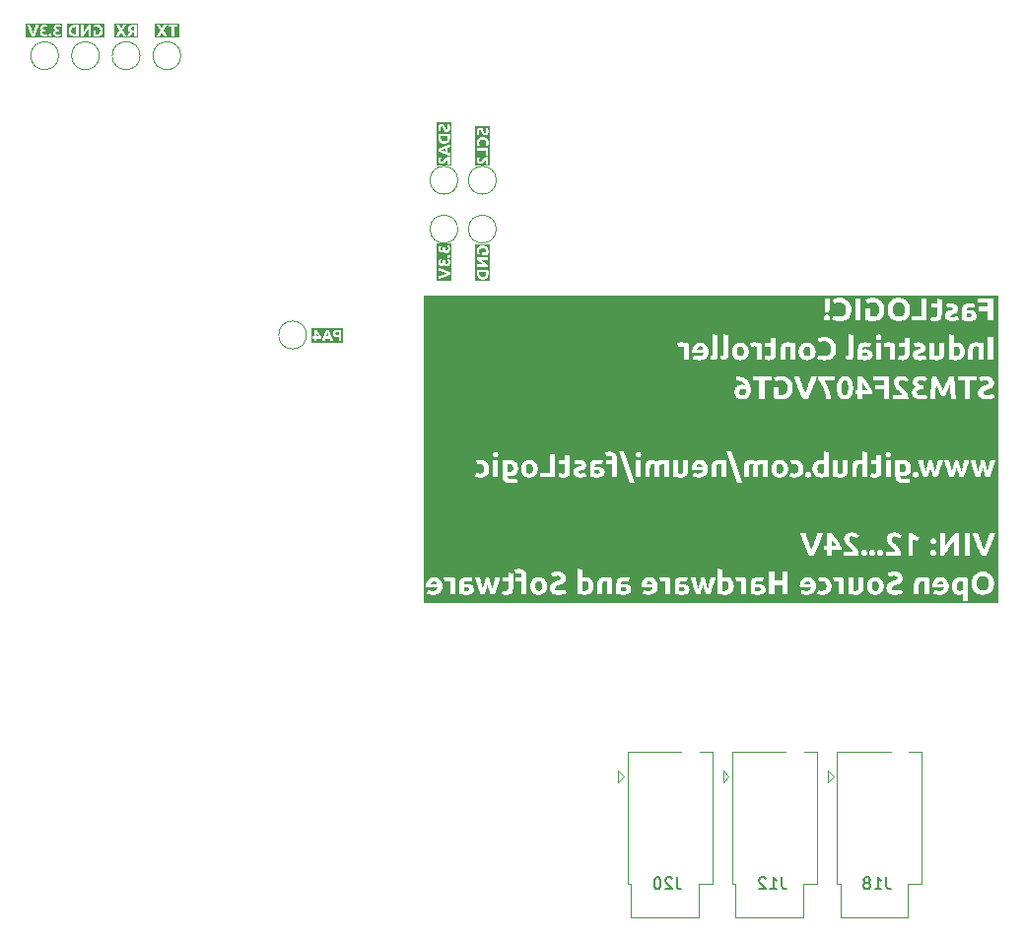
<source format=gbr>
%TF.GenerationSoftware,KiCad,Pcbnew,8.0.6*%
%TF.CreationDate,2024-12-11T15:10:48+01:00*%
%TF.ProjectId,fastLOGIC,66617374-4c4f-4474-9943-2e6b69636164,rev?*%
%TF.SameCoordinates,Original*%
%TF.FileFunction,Legend,Bot*%
%TF.FilePolarity,Positive*%
%FSLAX46Y46*%
G04 Gerber Fmt 4.6, Leading zero omitted, Abs format (unit mm)*
G04 Created by KiCad (PCBNEW 8.0.6) date 2024-12-11 15:10:48*
%MOMM*%
%LPD*%
G01*
G04 APERTURE LIST*
%ADD10C,0.250000*%
%ADD11C,0.150000*%
%ADD12C,0.120000*%
G04 APERTURE END LIST*
D10*
G36*
X172532954Y-50555631D02*
G01*
X169383547Y-50555631D01*
X169383547Y-49445844D01*
X169508547Y-49445844D01*
X169527474Y-49496619D01*
X169545628Y-49545807D01*
X169562540Y-49591977D01*
X169580410Y-49641070D01*
X169583041Y-49648321D01*
X169601925Y-49699923D01*
X169621603Y-49752787D01*
X169639103Y-49799103D01*
X169657186Y-49846347D01*
X169675854Y-49894518D01*
X169695019Y-49943256D01*
X169714597Y-49992200D01*
X169734586Y-50041350D01*
X169754988Y-50090706D01*
X169775802Y-50140268D01*
X169782832Y-50156835D01*
X169803958Y-50206320D01*
X169825204Y-50255307D01*
X169846571Y-50303796D01*
X169868057Y-50351786D01*
X169889664Y-50399279D01*
X169896893Y-50415000D01*
X170107919Y-50415000D01*
X170129492Y-50367756D01*
X170150978Y-50319997D01*
X170172379Y-50271722D01*
X170193694Y-50222933D01*
X170214923Y-50173628D01*
X170221981Y-50157079D01*
X170235126Y-50125816D01*
X170594939Y-50125816D01*
X170598648Y-50177902D01*
X170609773Y-50226602D01*
X170617410Y-50247937D01*
X170641933Y-50293812D01*
X170673412Y-50331303D01*
X170687752Y-50344413D01*
X170730961Y-50374571D01*
X170778502Y-50397114D01*
X170809629Y-50407916D01*
X170858401Y-50419895D01*
X170906864Y-50426882D01*
X170959655Y-50430276D01*
X170984507Y-50430631D01*
X171033756Y-50428723D01*
X171064863Y-50425746D01*
X171114006Y-50419030D01*
X171146440Y-50413046D01*
X171195106Y-50401836D01*
X171218247Y-50395460D01*
X171265248Y-50379399D01*
X171268805Y-50377875D01*
X171249555Y-50297763D01*
X171345498Y-50297763D01*
X171353165Y-50348673D01*
X171380703Y-50392316D01*
X171385554Y-50396681D01*
X171428235Y-50422144D01*
X171476168Y-50430631D01*
X171524283Y-50422144D01*
X171567026Y-50396681D01*
X171597068Y-50354977D01*
X171606925Y-50305763D01*
X171607082Y-50297763D01*
X171599415Y-50246853D01*
X171571876Y-50203209D01*
X171567026Y-50198845D01*
X171524283Y-50173382D01*
X171476168Y-50164895D01*
X171425414Y-50174476D01*
X171385554Y-50198845D01*
X171355512Y-50240549D01*
X171345654Y-50289763D01*
X171345498Y-50297763D01*
X171249555Y-50297763D01*
X171228017Y-50208126D01*
X171180387Y-50226132D01*
X171134472Y-50241099D01*
X171083679Y-50252485D01*
X171033584Y-50257585D01*
X170993055Y-50258684D01*
X170942628Y-50255844D01*
X170892172Y-50244659D01*
X170851150Y-50222780D01*
X170818718Y-50183471D01*
X170806142Y-50133322D01*
X170805965Y-50125816D01*
X171734088Y-50125816D01*
X171737797Y-50177902D01*
X171748922Y-50226602D01*
X171756558Y-50247937D01*
X171781082Y-50293812D01*
X171812561Y-50331303D01*
X171826900Y-50344413D01*
X171870109Y-50374571D01*
X171917651Y-50397114D01*
X171948778Y-50407916D01*
X171997550Y-50419895D01*
X172046013Y-50426882D01*
X172098804Y-50430276D01*
X172123655Y-50430631D01*
X172172905Y-50428723D01*
X172204011Y-50425746D01*
X172253155Y-50419030D01*
X172285588Y-50413046D01*
X172334255Y-50401836D01*
X172357396Y-50395460D01*
X172404397Y-50379399D01*
X172407954Y-50377875D01*
X172367166Y-50208126D01*
X172319535Y-50226132D01*
X172273621Y-50241099D01*
X172222827Y-50252485D01*
X172172733Y-50257585D01*
X172132204Y-50258684D01*
X172081777Y-50255844D01*
X172031320Y-50244659D01*
X171990299Y-50222780D01*
X171957866Y-50183471D01*
X171945290Y-50133322D01*
X171945114Y-50125816D01*
X171954319Y-50076357D01*
X171961478Y-50062801D01*
X171995574Y-50027577D01*
X172005686Y-50021280D01*
X172051614Y-50003506D01*
X172072609Y-49999298D01*
X172122850Y-49993841D01*
X172154918Y-49992948D01*
X172236496Y-49992948D01*
X172236496Y-49821001D01*
X172143683Y-49821001D01*
X172094729Y-49817454D01*
X172083844Y-49815628D01*
X172036822Y-49799428D01*
X172032553Y-49797065D01*
X171997483Y-49762572D01*
X171996649Y-49761161D01*
X171983426Y-49712435D01*
X171983216Y-49704009D01*
X171994451Y-49658579D01*
X172023272Y-49627072D01*
X172064060Y-49608510D01*
X172111199Y-49602159D01*
X172162423Y-49605666D01*
X172213364Y-49617204D01*
X172223062Y-49620478D01*
X172269162Y-49639476D01*
X172313958Y-49663762D01*
X172316607Y-49665418D01*
X172391101Y-49514720D01*
X172347618Y-49491008D01*
X172338345Y-49486388D01*
X172291654Y-49466134D01*
X172271667Y-49459033D01*
X172223963Y-49445180D01*
X172193509Y-49438517D01*
X172142480Y-49431583D01*
X172105581Y-49430212D01*
X172054138Y-49432168D01*
X172002839Y-49438838D01*
X171957082Y-49450240D01*
X171909709Y-49469294D01*
X171866806Y-49496035D01*
X171853523Y-49507149D01*
X171819953Y-49544232D01*
X171795720Y-49586790D01*
X171793195Y-49592878D01*
X171778995Y-49640942D01*
X171773488Y-49693084D01*
X171773411Y-49700345D01*
X171779629Y-49749318D01*
X171798282Y-49797077D01*
X171805895Y-49810498D01*
X171835839Y-49849527D01*
X171876471Y-49882092D01*
X171893090Y-49891343D01*
X171848979Y-49913182D01*
X171808225Y-49943926D01*
X171775609Y-49981713D01*
X171751970Y-50025849D01*
X171738143Y-50075641D01*
X171734088Y-50125816D01*
X170805965Y-50125816D01*
X170815170Y-50076357D01*
X170822330Y-50062801D01*
X170856425Y-50027577D01*
X170866537Y-50021280D01*
X170912466Y-50003506D01*
X170933460Y-49999298D01*
X170983702Y-49993841D01*
X171015770Y-49992948D01*
X171097347Y-49992948D01*
X171097347Y-49821001D01*
X171004535Y-49821001D01*
X170955580Y-49817454D01*
X170944695Y-49815628D01*
X170897673Y-49799428D01*
X170893404Y-49797065D01*
X170858334Y-49762572D01*
X170857500Y-49761161D01*
X170844277Y-49712435D01*
X170844067Y-49704009D01*
X170855302Y-49658579D01*
X170884123Y-49627072D01*
X170924912Y-49608510D01*
X170972050Y-49602159D01*
X171023275Y-49605666D01*
X171074215Y-49617204D01*
X171083914Y-49620478D01*
X171130013Y-49639476D01*
X171174809Y-49663762D01*
X171177459Y-49665418D01*
X171251953Y-49514720D01*
X171208470Y-49491008D01*
X171199196Y-49486388D01*
X171152506Y-49466134D01*
X171132518Y-49459033D01*
X171084814Y-49445180D01*
X171054360Y-49438517D01*
X171003332Y-49431583D01*
X170966433Y-49430212D01*
X170914989Y-49432168D01*
X170863691Y-49438838D01*
X170817933Y-49450240D01*
X170770560Y-49469294D01*
X170727657Y-49496035D01*
X170714374Y-49507149D01*
X170680804Y-49544232D01*
X170656572Y-49586790D01*
X170654046Y-49592878D01*
X170639846Y-49640942D01*
X170634340Y-49693084D01*
X170634263Y-49700345D01*
X170640480Y-49749318D01*
X170659133Y-49797077D01*
X170666747Y-49810498D01*
X170696691Y-49849527D01*
X170737323Y-49882092D01*
X170753942Y-49891343D01*
X170709830Y-49913182D01*
X170669076Y-49943926D01*
X170636461Y-49981713D01*
X170612821Y-50025849D01*
X170598994Y-50075641D01*
X170594939Y-50125816D01*
X170235126Y-50125816D01*
X170242849Y-50107448D01*
X170263323Y-50058023D01*
X170283401Y-50008805D01*
X170303084Y-49959792D01*
X170322373Y-49910985D01*
X170328715Y-49894762D01*
X170347408Y-49846499D01*
X170365569Y-49799164D01*
X170383197Y-49752756D01*
X170403091Y-49699785D01*
X170422260Y-49648077D01*
X170440482Y-49598496D01*
X170457536Y-49551906D01*
X170475594Y-49502325D01*
X170494086Y-49451217D01*
X170496021Y-49445844D01*
X170254221Y-49445844D01*
X170236060Y-49496810D01*
X170218940Y-49545780D01*
X170201086Y-49597687D01*
X170192916Y-49621699D01*
X170176338Y-49670181D01*
X170159577Y-49718663D01*
X170142632Y-49767145D01*
X170125505Y-49815628D01*
X170108423Y-49863499D01*
X170091616Y-49910394D01*
X170073037Y-49961982D01*
X170058826Y-50001252D01*
X170040882Y-50049346D01*
X170021715Y-50098614D01*
X170001568Y-50147741D01*
X169998010Y-50156102D01*
X169978957Y-50108191D01*
X169960333Y-50059876D01*
X169942511Y-50012519D01*
X169938415Y-50001496D01*
X169919633Y-49950751D01*
X169902777Y-49904639D01*
X169885768Y-49857580D01*
X169870759Y-49815628D01*
X169853632Y-49767145D01*
X169836687Y-49718663D01*
X169819926Y-49670181D01*
X169803348Y-49621699D01*
X169787060Y-49574255D01*
X169769503Y-49523653D01*
X169752757Y-49475989D01*
X169742043Y-49445844D01*
X169508547Y-49445844D01*
X169383547Y-49445844D01*
X169383547Y-49305212D01*
X172532954Y-49305212D01*
X172532954Y-50555631D01*
G37*
G36*
X249787493Y-97237129D02*
G01*
X249793510Y-97237662D01*
X249872156Y-97246943D01*
X249872156Y-98018262D01*
X249781183Y-98057481D01*
X249769574Y-98060760D01*
X249669754Y-98076574D01*
X249641591Y-98077369D01*
X249540159Y-98062977D01*
X249448346Y-98009810D01*
X249385097Y-97917466D01*
X249353619Y-97807133D01*
X249343417Y-97693202D01*
X249343126Y-97668018D01*
X249350042Y-97563230D01*
X249373951Y-97461392D01*
X249419976Y-97367112D01*
X249430565Y-97351967D01*
X249507730Y-97279633D01*
X249599465Y-97242655D01*
X249689462Y-97233265D01*
X249787493Y-97237129D01*
G37*
G36*
X204542435Y-97247875D02*
G01*
X204565596Y-97257201D01*
X204645824Y-97314904D01*
X204650104Y-97319727D01*
X204699993Y-97404163D01*
X204702372Y-97410586D01*
X204727674Y-97508044D01*
X204728750Y-97514633D01*
X204174319Y-97514633D01*
X204190977Y-97417861D01*
X204192882Y-97411563D01*
X204238725Y-97325082D01*
X204240753Y-97322658D01*
X204319263Y-97260238D01*
X204322330Y-97258667D01*
X204417833Y-97234158D01*
X204444452Y-97233265D01*
X204542435Y-97247875D01*
G37*
G36*
X207282088Y-97769600D02*
G01*
X207295254Y-97771088D01*
X207387090Y-97795512D01*
X207448639Y-97843872D01*
X207471109Y-97919588D01*
X207442709Y-98013144D01*
X207405163Y-98043175D01*
X207309052Y-98071725D01*
X207223447Y-98077369D01*
X207122931Y-98075282D01*
X207105233Y-98074438D01*
X207015352Y-98066133D01*
X207015352Y-97781835D01*
X207091556Y-97770600D01*
X207184368Y-97764738D01*
X207282088Y-97769600D01*
G37*
G36*
X213544123Y-97248996D02*
G01*
X213630355Y-97301541D01*
X213668039Y-97345129D01*
X213715964Y-97440773D01*
X213739004Y-97538422D01*
X213746608Y-97640256D01*
X213746685Y-97652386D01*
X213740464Y-97755920D01*
X213718959Y-97856002D01*
X213677562Y-97947910D01*
X213668039Y-97962575D01*
X213599689Y-98032527D01*
X213505333Y-98071876D01*
X213445778Y-98077369D01*
X213347409Y-98061226D01*
X213261928Y-98007304D01*
X213224982Y-97962575D01*
X213180762Y-97874130D01*
X213156491Y-97777196D01*
X213147616Y-97676496D01*
X213147313Y-97652386D01*
X213153457Y-97549084D01*
X213174694Y-97449803D01*
X213215577Y-97359438D01*
X213224982Y-97345129D01*
X213298656Y-97272702D01*
X213394258Y-97237198D01*
X213445778Y-97233265D01*
X213544123Y-97248996D01*
G37*
G36*
X217541556Y-97247657D02*
G01*
X217633369Y-97300824D01*
X217696618Y-97393168D01*
X217728097Y-97503501D01*
X217738298Y-97617432D01*
X217738590Y-97642616D01*
X217731712Y-97746773D01*
X217707936Y-97848362D01*
X217662169Y-97942921D01*
X217651639Y-97958178D01*
X217574176Y-98030810D01*
X217482289Y-98067941D01*
X217392254Y-98077369D01*
X217294222Y-98073934D01*
X217288206Y-98073461D01*
X217209560Y-98063691D01*
X217209560Y-97292372D01*
X217300934Y-97253554D01*
X217312630Y-97250362D01*
X217411985Y-97234083D01*
X217440125Y-97233265D01*
X217541556Y-97247657D01*
G37*
G36*
X220785787Y-97769600D02*
G01*
X220798953Y-97771088D01*
X220890788Y-97795512D01*
X220952337Y-97843872D01*
X220974808Y-97919588D01*
X220946407Y-98013144D01*
X220908862Y-98043175D01*
X220812751Y-98071725D01*
X220727145Y-98077369D01*
X220626630Y-98075282D01*
X220608932Y-98074438D01*
X220519050Y-98066133D01*
X220519050Y-97781835D01*
X220595254Y-97770600D01*
X220688066Y-97764738D01*
X220785787Y-97769600D01*
G37*
G36*
X223052135Y-97247875D02*
G01*
X223075296Y-97257201D01*
X223155524Y-97314904D01*
X223159804Y-97319727D01*
X223209693Y-97404163D01*
X223212072Y-97410586D01*
X223237374Y-97508044D01*
X223238450Y-97514633D01*
X222684019Y-97514633D01*
X222700677Y-97417861D01*
X222702581Y-97411563D01*
X222748425Y-97325082D01*
X222750453Y-97322658D01*
X222828963Y-97260238D01*
X222832030Y-97258667D01*
X222927533Y-97234158D01*
X222954152Y-97233265D01*
X223052135Y-97247875D01*
G37*
G36*
X225791788Y-97769600D02*
G01*
X225804954Y-97771088D01*
X225896789Y-97795512D01*
X225958339Y-97843872D01*
X225980809Y-97919588D01*
X225952409Y-98013144D01*
X225914863Y-98043175D01*
X225818752Y-98071725D01*
X225733147Y-98077369D01*
X225632631Y-98075282D01*
X225614933Y-98074438D01*
X225525052Y-98066133D01*
X225525052Y-97781835D01*
X225601256Y-97770600D01*
X225694068Y-97764738D01*
X225791788Y-97769600D01*
G37*
G36*
X229573936Y-97247657D02*
G01*
X229665749Y-97300824D01*
X229728998Y-97393168D01*
X229760477Y-97503501D01*
X229770678Y-97617432D01*
X229770969Y-97642616D01*
X229764092Y-97746773D01*
X229740316Y-97848362D01*
X229694548Y-97942921D01*
X229684019Y-97958178D01*
X229606556Y-98030810D01*
X229514669Y-98067941D01*
X229424633Y-98077369D01*
X229326602Y-98073934D01*
X229320586Y-98073461D01*
X229241939Y-98063691D01*
X229241939Y-97292372D01*
X229333314Y-97253554D01*
X229345010Y-97250362D01*
X229444365Y-97234083D01*
X229472505Y-97233265D01*
X229573936Y-97247657D01*
G37*
G36*
X232321865Y-97769600D02*
G01*
X232335031Y-97771088D01*
X232426866Y-97795512D01*
X232488415Y-97843872D01*
X232510886Y-97919588D01*
X232482485Y-98013144D01*
X232444940Y-98043175D01*
X232348829Y-98071725D01*
X232263224Y-98077369D01*
X232162708Y-98075282D01*
X232145010Y-98074438D01*
X232055129Y-98066133D01*
X232055129Y-97781835D01*
X232131332Y-97770600D01*
X232224145Y-97764738D01*
X232321865Y-97769600D01*
G37*
G36*
X236641807Y-97247875D02*
G01*
X236664968Y-97257201D01*
X236745196Y-97314904D01*
X236749476Y-97319727D01*
X236799365Y-97404163D01*
X236801744Y-97410586D01*
X236827046Y-97508044D01*
X236828122Y-97514633D01*
X236273691Y-97514633D01*
X236290349Y-97417861D01*
X236292254Y-97411563D01*
X236338097Y-97325082D01*
X236340125Y-97322658D01*
X236418635Y-97260238D01*
X236421702Y-97258667D01*
X236517205Y-97234158D01*
X236543824Y-97233265D01*
X236641807Y-97247875D01*
G37*
G36*
X242456615Y-97248996D02*
G01*
X242542846Y-97301541D01*
X242580530Y-97345129D01*
X242628455Y-97440773D01*
X242651496Y-97538422D01*
X242659099Y-97640256D01*
X242659176Y-97652386D01*
X242652955Y-97755920D01*
X242631450Y-97856002D01*
X242590053Y-97947910D01*
X242580530Y-97962575D01*
X242512180Y-98032527D01*
X242417825Y-98071876D01*
X242358269Y-98077369D01*
X242259900Y-98061226D01*
X242174419Y-98007304D01*
X242137473Y-97962575D01*
X242093253Y-97874130D01*
X242068982Y-97777196D01*
X242060108Y-97676496D01*
X242059804Y-97652386D01*
X242065948Y-97549084D01*
X242087186Y-97449803D01*
X242128068Y-97359438D01*
X242137473Y-97345129D01*
X242211147Y-97272702D01*
X242306749Y-97237198D01*
X242358269Y-97233265D01*
X242456615Y-97248996D01*
G37*
G36*
X248054787Y-97247875D02*
G01*
X248077948Y-97257201D01*
X248158176Y-97314904D01*
X248162456Y-97319727D01*
X248212344Y-97404163D01*
X248214724Y-97410586D01*
X248240026Y-97508044D01*
X248241102Y-97514633D01*
X247686671Y-97514633D01*
X247703329Y-97417861D01*
X247705233Y-97411563D01*
X247751077Y-97325082D01*
X247753105Y-97322658D01*
X247831615Y-97260238D01*
X247834682Y-97258667D01*
X247930185Y-97234158D01*
X247956803Y-97233265D01*
X248054787Y-97247875D01*
G37*
G36*
X251691504Y-96804371D02*
G01*
X251789828Y-96833294D01*
X251808025Y-96841500D01*
X251891344Y-96892598D01*
X251966021Y-96964848D01*
X251970202Y-96969972D01*
X252025264Y-97054314D01*
X252064453Y-97146397D01*
X252071318Y-97167808D01*
X252094090Y-97265426D01*
X252104806Y-97362547D01*
X252106489Y-97422309D01*
X252101543Y-97525006D01*
X252085023Y-97627423D01*
X252071318Y-97678764D01*
X252034653Y-97772370D01*
X251982296Y-97859382D01*
X251970202Y-97875136D01*
X251896441Y-97947798D01*
X251808025Y-98001653D01*
X251712147Y-98033560D01*
X251611622Y-98045715D01*
X251588695Y-98046106D01*
X251487368Y-98037597D01*
X251389180Y-98009597D01*
X251370830Y-98001653D01*
X251286566Y-97951715D01*
X251211828Y-97880228D01*
X251207676Y-97875136D01*
X251152263Y-97790872D01*
X251112940Y-97699830D01*
X251106071Y-97678764D01*
X251083299Y-97581296D01*
X251072583Y-97483167D01*
X251070900Y-97422309D01*
X251075846Y-97319475D01*
X251092366Y-97216599D01*
X251106071Y-97164877D01*
X251142829Y-97070029D01*
X251195494Y-96982724D01*
X251207676Y-96967041D01*
X251281437Y-96894012D01*
X251364785Y-96842850D01*
X251370830Y-96840034D01*
X251466872Y-96808128D01*
X251566195Y-96795973D01*
X251588695Y-96795582D01*
X251691504Y-96804371D01*
G37*
G36*
X238651042Y-93684979D02*
G01*
X238716112Y-93769867D01*
X238775768Y-93848696D01*
X238821632Y-93909902D01*
X238880983Y-93992975D01*
X238935450Y-94077086D01*
X238985031Y-94162235D01*
X239029727Y-94248422D01*
X238588136Y-94248422D01*
X238588136Y-93604110D01*
X238651042Y-93684979D01*
G37*
G36*
X211016688Y-87165906D02*
G01*
X211107581Y-87208531D01*
X211160153Y-87260244D01*
X211209864Y-87348148D01*
X211235277Y-87442848D01*
X211241730Y-87530376D01*
X211234789Y-87628884D01*
X211208136Y-87725055D01*
X211151776Y-87806867D01*
X211054049Y-87860295D01*
X210957431Y-87872316D01*
X210858133Y-87861352D01*
X210836775Y-87855708D01*
X210746043Y-87818928D01*
X210741032Y-87816140D01*
X210741032Y-87167431D01*
X210814305Y-87157662D01*
X210912491Y-87153265D01*
X211016688Y-87165906D01*
G37*
G36*
X244769096Y-87165906D02*
G01*
X244859989Y-87208531D01*
X244912561Y-87260244D01*
X244962272Y-87348148D01*
X244987685Y-87442848D01*
X244994138Y-87530376D01*
X244987197Y-87628884D01*
X244960544Y-87725055D01*
X244904184Y-87806867D01*
X244806456Y-87860295D01*
X244709839Y-87872316D01*
X244610541Y-87861352D01*
X244589183Y-87855708D01*
X244498451Y-87818928D01*
X244493440Y-87816140D01*
X244493440Y-87167431D01*
X244566713Y-87157662D01*
X244664898Y-87153265D01*
X244769096Y-87165906D01*
G37*
G36*
X212737145Y-87168996D02*
G01*
X212823377Y-87221541D01*
X212861060Y-87265129D01*
X212908985Y-87360773D01*
X212932026Y-87458422D01*
X212939630Y-87560256D01*
X212939706Y-87572386D01*
X212933485Y-87675920D01*
X212911981Y-87776002D01*
X212870584Y-87867910D01*
X212861060Y-87882575D01*
X212792710Y-87952527D01*
X212698355Y-87991876D01*
X212638799Y-87997369D01*
X212540430Y-87981226D01*
X212454949Y-87927304D01*
X212418004Y-87882575D01*
X212373784Y-87794130D01*
X212349512Y-87697196D01*
X212340638Y-87596496D01*
X212340334Y-87572386D01*
X212346478Y-87469084D01*
X212367716Y-87369803D01*
X212408598Y-87279438D01*
X212418004Y-87265129D01*
X212491677Y-87192702D01*
X212587279Y-87157198D01*
X212638799Y-87153265D01*
X212737145Y-87168996D01*
G37*
G36*
X218513351Y-87689600D02*
G01*
X218526517Y-87691088D01*
X218618353Y-87715512D01*
X218679902Y-87763872D01*
X218702372Y-87839588D01*
X218673972Y-87933144D01*
X218636427Y-87963175D01*
X218540315Y-87991725D01*
X218454710Y-87997369D01*
X218354194Y-87995282D01*
X218336496Y-87994438D01*
X218246615Y-87986133D01*
X218246615Y-87701835D01*
X218322819Y-87690600D01*
X218415631Y-87684738D01*
X218513351Y-87689600D01*
G37*
G36*
X227360579Y-87167875D02*
G01*
X227383740Y-87177201D01*
X227463968Y-87234904D01*
X227468248Y-87239727D01*
X227518136Y-87324163D01*
X227520516Y-87330586D01*
X227545818Y-87428044D01*
X227546894Y-87434633D01*
X226992463Y-87434633D01*
X227009121Y-87337861D01*
X227011025Y-87331563D01*
X227056869Y-87245082D01*
X227058897Y-87242658D01*
X227137407Y-87180238D01*
X227140474Y-87178667D01*
X227235977Y-87154158D01*
X227262595Y-87153265D01*
X227360579Y-87167875D01*
G37*
G36*
X234240285Y-87168996D02*
G01*
X234326517Y-87221541D01*
X234364200Y-87265129D01*
X234412126Y-87360773D01*
X234435166Y-87458422D01*
X234442770Y-87560256D01*
X234442847Y-87572386D01*
X234436626Y-87675920D01*
X234415121Y-87776002D01*
X234373724Y-87867910D01*
X234364200Y-87882575D01*
X234295851Y-87952527D01*
X234201495Y-87991876D01*
X234141939Y-87997369D01*
X234043571Y-87981226D01*
X233958089Y-87927304D01*
X233921144Y-87882575D01*
X233876924Y-87794130D01*
X233852652Y-87697196D01*
X233843778Y-87596496D01*
X233843475Y-87572386D01*
X233849618Y-87469084D01*
X233870856Y-87369803D01*
X233911739Y-87279438D01*
X233921144Y-87265129D01*
X233994818Y-87192702D01*
X234090420Y-87157198D01*
X234141939Y-87153265D01*
X234240285Y-87168996D01*
G37*
G36*
X237789476Y-87163701D02*
G01*
X237817306Y-87170362D01*
X237909630Y-87206159D01*
X237919888Y-87212372D01*
X237919888Y-87983691D01*
X237841242Y-87993461D01*
X237740697Y-87997365D01*
X237737194Y-87997369D01*
X237638028Y-87985729D01*
X237548119Y-87946038D01*
X237478297Y-87878178D01*
X237428515Y-87786894D01*
X237401190Y-87688281D01*
X237391199Y-87586804D01*
X237390858Y-87562616D01*
X237398145Y-87444688D01*
X237420005Y-87346748D01*
X237465474Y-87255603D01*
X237545045Y-87185646D01*
X237653180Y-87154864D01*
X237689323Y-87153265D01*
X237789476Y-87163701D01*
G37*
G36*
X231092256Y-80721192D02*
G01*
X231122609Y-80725380D01*
X231219403Y-80748255D01*
X231232519Y-80753712D01*
X231233984Y-80784975D01*
X231235450Y-80821612D01*
X231230967Y-80923879D01*
X231221284Y-80998932D01*
X231195943Y-81094721D01*
X231173412Y-81144501D01*
X231110214Y-81222903D01*
X231083531Y-81242198D01*
X230988141Y-81274587D01*
X230942847Y-81277369D01*
X230845758Y-81260672D01*
X230823168Y-81250013D01*
X230745687Y-81186272D01*
X230741591Y-81181137D01*
X230695681Y-81094641D01*
X230693719Y-81088325D01*
X230678087Y-80990628D01*
X230689938Y-80892830D01*
X230737062Y-80800354D01*
X230749895Y-80786441D01*
X230838574Y-80734899D01*
X230940274Y-80716386D01*
X230990718Y-80714633D01*
X231092256Y-80721192D01*
G37*
G36*
X239845378Y-79986946D02*
G01*
X239880669Y-80012191D01*
X239940215Y-80092062D01*
X239964689Y-80147501D01*
X239992411Y-80242634D01*
X240009254Y-80339299D01*
X240011095Y-80354131D01*
X240020267Y-80455407D01*
X240024583Y-80556764D01*
X240025261Y-80619378D01*
X240023269Y-80725418D01*
X240017293Y-80824451D01*
X240011095Y-80886580D01*
X239995240Y-80985796D01*
X239968648Y-81083615D01*
X239964689Y-81094675D01*
X239919515Y-81184152D01*
X239880669Y-81229497D01*
X239791655Y-81273582D01*
X239749267Y-81277369D01*
X239653134Y-81254742D01*
X239617376Y-81229497D01*
X239556738Y-81149836D01*
X239532868Y-81094675D01*
X239506245Y-80998932D01*
X239489763Y-80901532D01*
X239487927Y-80886580D01*
X239478755Y-80784039D01*
X239474439Y-80682086D01*
X239473761Y-80619378D01*
X239475753Y-80513614D01*
X239481729Y-80415405D01*
X239487927Y-80354131D01*
X239503501Y-80255676D01*
X239529086Y-80158498D01*
X239532868Y-80147501D01*
X239577506Y-80057617D01*
X239617376Y-80012191D01*
X239707038Y-79968106D01*
X239749267Y-79964319D01*
X239845378Y-79986946D01*
G37*
G36*
X241304496Y-80244979D02*
G01*
X241369566Y-80329867D01*
X241429223Y-80408696D01*
X241475087Y-80469902D01*
X241534438Y-80552975D01*
X241588904Y-80637086D01*
X241638485Y-80722235D01*
X241683182Y-80808422D01*
X241241591Y-80808422D01*
X241241591Y-80164110D01*
X241304496Y-80244979D01*
G37*
G36*
X227405519Y-77087875D02*
G01*
X227428681Y-77097201D01*
X227508909Y-77154904D01*
X227513189Y-77159727D01*
X227563077Y-77244163D01*
X227565457Y-77250586D01*
X227590759Y-77348044D01*
X227591835Y-77354633D01*
X227037404Y-77354633D01*
X227054062Y-77257861D01*
X227055966Y-77251563D01*
X227101809Y-77165082D01*
X227103838Y-77162658D01*
X227182348Y-77100238D01*
X227185415Y-77098667D01*
X227280917Y-77074158D01*
X227307536Y-77073265D01*
X227405519Y-77087875D01*
G37*
G36*
X230856057Y-77088996D02*
G01*
X230942288Y-77141541D01*
X230979972Y-77185129D01*
X231027897Y-77280773D01*
X231050937Y-77378422D01*
X231058541Y-77480256D01*
X231058618Y-77492386D01*
X231052397Y-77595920D01*
X231030892Y-77696002D01*
X230989495Y-77787910D01*
X230979972Y-77802575D01*
X230911622Y-77872527D01*
X230817266Y-77911876D01*
X230757711Y-77917369D01*
X230659342Y-77901226D01*
X230573861Y-77847304D01*
X230536915Y-77802575D01*
X230492695Y-77714130D01*
X230468424Y-77617196D01*
X230459549Y-77516496D01*
X230459246Y-77492386D01*
X230465390Y-77389084D01*
X230486627Y-77289803D01*
X230527510Y-77199438D01*
X230536915Y-77185129D01*
X230610589Y-77112702D01*
X230706191Y-77077198D01*
X230757711Y-77073265D01*
X230856057Y-77088996D01*
G37*
G36*
X236598694Y-77088996D02*
G01*
X236684926Y-77141541D01*
X236722609Y-77185129D01*
X236770534Y-77280773D01*
X236793575Y-77378422D01*
X236801179Y-77480256D01*
X236801256Y-77492386D01*
X236795035Y-77595920D01*
X236773530Y-77696002D01*
X236732133Y-77787910D01*
X236722609Y-77802575D01*
X236654260Y-77872527D01*
X236559904Y-77911876D01*
X236500348Y-77917369D01*
X236401980Y-77901226D01*
X236316498Y-77847304D01*
X236279553Y-77802575D01*
X236235333Y-77714130D01*
X236211061Y-77617196D01*
X236202187Y-77516496D01*
X236201884Y-77492386D01*
X236208027Y-77389084D01*
X236229265Y-77289803D01*
X236270148Y-77199438D01*
X236279553Y-77185129D01*
X236353226Y-77112702D01*
X236448828Y-77077198D01*
X236500348Y-77073265D01*
X236598694Y-77088996D01*
G37*
G36*
X241534705Y-77609600D02*
G01*
X241547871Y-77611088D01*
X241639706Y-77635512D01*
X241701256Y-77683872D01*
X241723726Y-77759588D01*
X241695326Y-77853144D01*
X241657780Y-77883175D01*
X241561669Y-77911725D01*
X241476064Y-77917369D01*
X241375548Y-77915282D01*
X241357850Y-77914438D01*
X241267969Y-77906133D01*
X241267969Y-77621835D01*
X241344173Y-77610600D01*
X241436985Y-77604738D01*
X241534705Y-77609600D01*
G37*
G36*
X249416225Y-77087657D02*
G01*
X249508038Y-77140824D01*
X249571287Y-77233168D01*
X249602765Y-77343501D01*
X249612967Y-77457432D01*
X249613258Y-77482616D01*
X249606380Y-77586773D01*
X249582605Y-77688362D01*
X249536837Y-77782921D01*
X249526308Y-77798178D01*
X249448845Y-77870810D01*
X249356957Y-77907941D01*
X249266922Y-77917369D01*
X249168891Y-77913934D01*
X249162875Y-77913461D01*
X249084228Y-77903691D01*
X249084228Y-77132372D01*
X249175602Y-77093554D01*
X249187299Y-77090362D01*
X249286654Y-77074083D01*
X249314794Y-77073265D01*
X249416225Y-77087657D01*
G37*
G36*
X244483409Y-73284371D02*
G01*
X244581733Y-73313294D01*
X244599930Y-73321500D01*
X244683249Y-73372598D01*
X244757926Y-73444848D01*
X244762107Y-73449972D01*
X244817169Y-73534314D01*
X244856358Y-73626397D01*
X244863224Y-73647808D01*
X244885995Y-73745426D01*
X244896711Y-73842547D01*
X244898394Y-73902309D01*
X244893449Y-74005006D01*
X244876928Y-74107423D01*
X244863224Y-74158764D01*
X244826558Y-74252370D01*
X244774201Y-74339382D01*
X244762107Y-74355136D01*
X244688346Y-74427798D01*
X244599930Y-74481653D01*
X244504052Y-74513560D01*
X244403527Y-74525715D01*
X244380600Y-74526106D01*
X244279273Y-74517597D01*
X244181085Y-74489597D01*
X244162735Y-74481653D01*
X244078471Y-74431715D01*
X244003733Y-74360228D01*
X243999581Y-74355136D01*
X243944168Y-74270872D01*
X243904845Y-74179830D01*
X243897976Y-74158764D01*
X243875204Y-74061296D01*
X243864488Y-73963167D01*
X243862805Y-73902309D01*
X243867751Y-73799475D01*
X243884271Y-73696599D01*
X243897976Y-73644877D01*
X243934734Y-73550029D01*
X243987399Y-73462724D01*
X243999581Y-73447041D01*
X244073342Y-73374012D01*
X244156690Y-73322850D01*
X244162735Y-73320034D01*
X244258777Y-73288128D01*
X244358100Y-73275973D01*
X244380600Y-73275582D01*
X244483409Y-73284371D01*
G37*
G36*
X250456408Y-74249600D02*
G01*
X250469574Y-74251088D01*
X250561409Y-74275512D01*
X250622958Y-74323872D01*
X250645429Y-74399588D01*
X250617028Y-74493144D01*
X250579483Y-74523175D01*
X250483372Y-74551725D01*
X250397766Y-74557369D01*
X250297251Y-74555282D01*
X250279553Y-74554438D01*
X250189672Y-74546133D01*
X250189672Y-74261835D01*
X250265875Y-74250600D01*
X250358688Y-74244738D01*
X250456408Y-74249600D01*
G37*
G36*
X252893889Y-99143694D02*
G01*
X203546654Y-99143694D01*
X203546654Y-97640174D01*
X203768876Y-97640174D01*
X203771807Y-97719797D01*
X203777180Y-97796001D01*
X204728750Y-97796001D01*
X204701923Y-97892390D01*
X204638771Y-97976540D01*
X204607606Y-98001653D01*
X204517068Y-98047792D01*
X204415972Y-98071379D01*
X204320376Y-98077369D01*
X204220346Y-98073348D01*
X204121998Y-98061287D01*
X204094207Y-98056364D01*
X203998810Y-98034525D01*
X203912491Y-98004584D01*
X203856315Y-98328450D01*
X203946685Y-98362644D01*
X204042211Y-98385912D01*
X204071737Y-98391465D01*
X204171060Y-98406850D01*
X204219260Y-98412470D01*
X204317758Y-98420026D01*
X204377041Y-98421263D01*
X204485288Y-98416664D01*
X204585267Y-98402870D01*
X204686657Y-98376757D01*
X204724354Y-98363133D01*
X204819831Y-98318147D01*
X204903416Y-98263117D01*
X204969085Y-98204375D01*
X205034848Y-98123317D01*
X205086322Y-98031817D01*
X205112700Y-97965017D01*
X205139121Y-97867378D01*
X205154574Y-97764545D01*
X205159106Y-97666552D01*
X205154315Y-97561331D01*
X205139941Y-97463838D01*
X205112731Y-97364576D01*
X205098534Y-97327543D01*
X205052446Y-97233515D01*
X204997469Y-97150915D01*
X204939776Y-97085743D01*
X204861649Y-97019797D01*
X204775279Y-96967041D01*
X204727295Y-96945547D01*
X205279274Y-96945547D01*
X205349616Y-97278695D01*
X205445145Y-97256621D01*
X205481995Y-97248897D01*
X205581219Y-97235464D01*
X205645150Y-97233265D01*
X205739427Y-97240593D01*
X205822470Y-97255736D01*
X205822470Y-98390000D01*
X206241591Y-98390000D01*
X206241591Y-97486789D01*
X206612840Y-97486789D01*
X206612840Y-97781835D01*
X206612840Y-98348478D01*
X206712667Y-98368299D01*
X206814940Y-98386320D01*
X206863433Y-98394396D01*
X206970156Y-98408564D01*
X207077463Y-98416829D01*
X207181801Y-98420607D01*
X207251290Y-98421263D01*
X207355223Y-98417759D01*
X207459290Y-98406057D01*
X207511653Y-98396350D01*
X207607637Y-98368474D01*
X207696781Y-98325118D01*
X207712909Y-98314773D01*
X207787526Y-98249071D01*
X207842358Y-98166273D01*
X207874615Y-98071054D01*
X207886597Y-97973772D01*
X207887299Y-97941081D01*
X207877388Y-97836910D01*
X207844773Y-97741691D01*
X207835519Y-97724682D01*
X207774581Y-97644937D01*
X207696301Y-97583510D01*
X207602634Y-97538080D01*
X207503508Y-97508800D01*
X207496510Y-97507306D01*
X207396279Y-97490943D01*
X207293056Y-97483744D01*
X207263014Y-97483370D01*
X207163938Y-97486526D01*
X207118422Y-97490697D01*
X207020391Y-97507384D01*
X207015352Y-97508771D01*
X207015352Y-97469204D01*
X207033688Y-97367915D01*
X207080321Y-97298234D01*
X207168736Y-97249508D01*
X207266464Y-97234281D01*
X207305024Y-97233265D01*
X207404672Y-97236700D01*
X207503032Y-97247004D01*
X207516050Y-97248897D01*
X207613136Y-97267337D01*
X207696301Y-97292372D01*
X207749546Y-96959713D01*
X207658199Y-96935778D01*
X207580116Y-96920635D01*
X207975226Y-96920635D01*
X208002555Y-97015763D01*
X208030257Y-97110518D01*
X208058334Y-97204899D01*
X208086784Y-97298906D01*
X208103210Y-97352456D01*
X208136030Y-97457816D01*
X208168545Y-97560429D01*
X208200754Y-97660293D01*
X208232658Y-97757411D01*
X208264227Y-97851108D01*
X208299303Y-97952212D01*
X208333916Y-98048756D01*
X208356734Y-98110586D01*
X208393380Y-98207558D01*
X208431596Y-98304089D01*
X208467620Y-98390000D01*
X208793928Y-98390000D01*
X208824586Y-98297198D01*
X208859337Y-98191540D01*
X208893783Y-98086310D01*
X208927924Y-97981507D01*
X208932170Y-97968436D01*
X208965173Y-97863473D01*
X208996772Y-97758143D01*
X209026967Y-97652447D01*
X209055757Y-97546385D01*
X209084303Y-97652447D01*
X209113764Y-97758143D01*
X209144142Y-97863473D01*
X209175436Y-97968436D01*
X209207401Y-98073186D01*
X209240282Y-98178363D01*
X209274079Y-98283968D01*
X209308792Y-98390000D01*
X209635101Y-98390000D01*
X209653623Y-98345547D01*
X210257920Y-98345547D01*
X210354267Y-98379165D01*
X210426936Y-98398792D01*
X210530251Y-98415645D01*
X210629660Y-98421065D01*
X210654570Y-98421263D01*
X210756265Y-98416778D01*
X210854796Y-98401488D01*
X210939357Y-98375345D01*
X211029157Y-98327821D01*
X211106487Y-98261546D01*
X211119609Y-98246385D01*
X211173898Y-98161370D01*
X211208493Y-98068271D01*
X211213886Y-98046594D01*
X211230965Y-97947147D01*
X211239002Y-97847908D01*
X211240265Y-97786720D01*
X211240265Y-96550851D01*
X210820655Y-96482951D01*
X210820655Y-96920635D01*
X210317027Y-96920635D01*
X210317027Y-97264528D01*
X210820655Y-97264528D01*
X210820655Y-97786720D01*
X210812997Y-97885491D01*
X210782543Y-97982928D01*
X210774249Y-97998234D01*
X210698335Y-98059981D01*
X210595860Y-98077291D01*
X210587159Y-98077369D01*
X210487985Y-98070807D01*
X210447941Y-98064668D01*
X210351279Y-98041364D01*
X210317027Y-98029497D01*
X210257920Y-98345547D01*
X209653623Y-98345547D01*
X209674370Y-98295752D01*
X209712419Y-98198256D01*
X209745010Y-98110586D01*
X209778605Y-98017081D01*
X209812896Y-97919017D01*
X209847882Y-97816394D01*
X209867620Y-97757411D01*
X209899310Y-97660293D01*
X209931367Y-97560429D01*
X209963790Y-97457816D01*
X209996580Y-97352456D01*
X210025244Y-97258663D01*
X210053534Y-97164496D01*
X210081451Y-97069955D01*
X210108993Y-96975040D01*
X210124563Y-96920635D01*
X209682972Y-96920635D01*
X209661048Y-97018945D01*
X209639035Y-97117867D01*
X209634124Y-97139965D01*
X209611891Y-97237619D01*
X209588853Y-97337693D01*
X209577948Y-97384696D01*
X209553334Y-97486940D01*
X209527914Y-97589667D01*
X209515910Y-97637243D01*
X209489157Y-97738823D01*
X209462081Y-97837179D01*
X209449476Y-97881486D01*
X209419951Y-97780582D01*
X209393126Y-97685865D01*
X209377669Y-97629916D01*
X209351703Y-97534180D01*
X209326561Y-97439681D01*
X209310258Y-97377369D01*
X209284546Y-97277612D01*
X209259802Y-97180757D01*
X209248709Y-97137034D01*
X209224038Y-97038632D01*
X209200718Y-96939635D01*
X209196441Y-96920635D01*
X208892602Y-96920635D01*
X208870248Y-97018301D01*
X208847061Y-97115460D01*
X208841800Y-97137034D01*
X208818377Y-97232549D01*
X208794148Y-97330966D01*
X208782693Y-97377369D01*
X208756889Y-97478905D01*
X208732354Y-97573920D01*
X208717725Y-97629916D01*
X208692033Y-97725514D01*
X208665518Y-97819601D01*
X208647383Y-97881486D01*
X208619997Y-97784619D01*
X208592611Y-97684527D01*
X208579972Y-97637243D01*
X208555311Y-97542194D01*
X208529990Y-97439690D01*
X208516957Y-97384696D01*
X208493311Y-97283506D01*
X208470793Y-97184735D01*
X208460781Y-97139965D01*
X208438114Y-97039560D01*
X208415696Y-96939661D01*
X208411444Y-96920635D01*
X207975226Y-96920635D01*
X207580116Y-96920635D01*
X207558444Y-96916432D01*
X207538520Y-96913307D01*
X207437678Y-96900301D01*
X207402233Y-96896699D01*
X207302805Y-96890087D01*
X207257152Y-96889371D01*
X207157646Y-96892694D01*
X207058594Y-96904182D01*
X206955726Y-96928797D01*
X206947941Y-96931381D01*
X206855353Y-96971083D01*
X206774035Y-97027183D01*
X206749616Y-97050572D01*
X206689209Y-97130793D01*
X206648121Y-97225826D01*
X206644103Y-97239616D01*
X206622732Y-97341503D01*
X206613603Y-97444820D01*
X206612840Y-97486789D01*
X206241591Y-97486789D01*
X206241591Y-96999281D01*
X206143533Y-96967858D01*
X206040997Y-96940140D01*
X205975854Y-96924542D01*
X205876554Y-96905995D01*
X205770385Y-96894317D01*
X205668959Y-96889681D01*
X205633914Y-96889371D01*
X205552337Y-96893768D01*
X205456594Y-96905003D01*
X205360851Y-96921612D01*
X205279274Y-96945547D01*
X204727295Y-96945547D01*
X204713119Y-96939197D01*
X204616101Y-96908835D01*
X204517022Y-96892486D01*
X204449825Y-96889371D01*
X204336327Y-96896069D01*
X204232136Y-96916162D01*
X204137253Y-96949650D01*
X204038321Y-97005649D01*
X203952058Y-97079881D01*
X203889805Y-97157625D01*
X203840432Y-97247973D01*
X203803938Y-97350927D01*
X203780325Y-97466487D01*
X203775853Y-97514633D01*
X203770486Y-97572415D01*
X203768876Y-97640174D01*
X203546654Y-97640174D01*
X203546654Y-96271926D01*
X211396092Y-96271926D01*
X211477669Y-96596280D01*
X211571705Y-96564342D01*
X211600279Y-96558178D01*
X211697356Y-96546085D01*
X211722400Y-96545478D01*
X211819578Y-96557338D01*
X211850872Y-96568436D01*
X211930565Y-96628018D01*
X211932449Y-96630474D01*
X211973649Y-96720859D01*
X211974459Y-96724263D01*
X211986849Y-96822370D01*
X211987159Y-96841988D01*
X211987159Y-96920635D01*
X211469364Y-96920635D01*
X211469364Y-97264528D01*
X211987159Y-97264528D01*
X211987159Y-98390000D01*
X212406280Y-98390000D01*
X212406280Y-97652386D01*
X212719888Y-97652386D01*
X212724849Y-97756733D01*
X212739733Y-97855451D01*
X212767565Y-97957539D01*
X212770690Y-97966482D01*
X212810649Y-98059361D01*
X212866486Y-98149624D01*
X212916748Y-98209748D01*
X212993913Y-98279129D01*
X213081795Y-98335594D01*
X213146336Y-98366064D01*
X213241886Y-98397490D01*
X213345171Y-98415872D01*
X213445778Y-98421263D01*
X213544887Y-98415872D01*
X213647295Y-98397490D01*
X213742777Y-98366064D01*
X213837505Y-98318207D01*
X213921654Y-98257437D01*
X213971877Y-98209748D01*
X214037776Y-98128141D01*
X214087805Y-98043196D01*
X214121353Y-97966482D01*
X214151668Y-97865013D01*
X214152850Y-97858039D01*
X214405652Y-97858039D01*
X214414815Y-97969426D01*
X214442304Y-98069360D01*
X214488118Y-98157840D01*
X214552259Y-98234867D01*
X214597138Y-98273740D01*
X214690027Y-98331222D01*
X214784491Y-98369255D01*
X214892660Y-98396916D01*
X214993270Y-98412042D01*
X215103396Y-98419966D01*
X215174040Y-98421263D01*
X215275025Y-98418683D01*
X215374401Y-98410134D01*
X215407536Y-98405631D01*
X215505600Y-98388290D01*
X215591695Y-98367529D01*
X215687165Y-98336775D01*
X215729448Y-98319658D01*
X215819079Y-98276025D01*
X215826657Y-98271786D01*
X215702581Y-97922030D01*
X215611699Y-97964763D01*
X215518522Y-97998326D01*
X215487159Y-98008004D01*
X215383066Y-98031222D01*
X215283938Y-98042385D01*
X215185097Y-98046068D01*
X215173551Y-98046106D01*
X215074703Y-98040767D01*
X215020167Y-98030963D01*
X214928061Y-97993124D01*
X214923447Y-97989930D01*
X214872644Y-97928381D01*
X214858478Y-97849246D01*
X214887072Y-97754329D01*
X214948848Y-97694396D01*
X215034463Y-97646791D01*
X215133620Y-97604917D01*
X215231149Y-97569975D01*
X215258060Y-97561039D01*
X215353803Y-97525502D01*
X215449546Y-97485324D01*
X215540404Y-97436842D01*
X215621493Y-97377369D01*
X215690247Y-97305561D01*
X215698707Y-97292372D01*
X216790439Y-97292372D01*
X216790439Y-98336755D01*
X216888649Y-98362574D01*
X216919888Y-98369483D01*
X217019004Y-98387675D01*
X217073272Y-98395861D01*
X217174557Y-98408188D01*
X217236427Y-98413935D01*
X217337558Y-98420232D01*
X217395673Y-98421263D01*
X217495347Y-98417089D01*
X217598845Y-98402664D01*
X217694710Y-98377934D01*
X217721981Y-98368506D01*
X217815406Y-98326532D01*
X217898210Y-98273822D01*
X217964270Y-98216587D01*
X218031452Y-98136674D01*
X218085720Y-98044945D01*
X218114724Y-97977229D01*
X218144204Y-97876353D01*
X218160385Y-97777435D01*
X218166453Y-97671647D01*
X218166503Y-97660690D01*
X218162474Y-97561528D01*
X218467899Y-97561528D01*
X218467899Y-98390000D01*
X218887020Y-98390000D01*
X218887020Y-97605003D01*
X218891270Y-97500323D01*
X218908009Y-97397778D01*
X218940753Y-97317773D01*
X219017323Y-97254392D01*
X219113887Y-97234008D01*
X219140544Y-97233265D01*
X219236287Y-97237662D01*
X219326168Y-97246943D01*
X219326168Y-98390000D01*
X219745289Y-98390000D01*
X219745289Y-97486789D01*
X220116538Y-97486789D01*
X220116538Y-97781835D01*
X220116538Y-98348478D01*
X220216365Y-98368299D01*
X220318638Y-98386320D01*
X220367131Y-98394396D01*
X220473854Y-98408564D01*
X220581162Y-98416829D01*
X220685499Y-98420607D01*
X220754989Y-98421263D01*
X220858922Y-98417759D01*
X220962989Y-98406057D01*
X221015352Y-98396350D01*
X221111336Y-98368474D01*
X221200479Y-98325118D01*
X221216608Y-98314773D01*
X221291224Y-98249071D01*
X221346057Y-98166273D01*
X221378314Y-98071054D01*
X221390295Y-97973772D01*
X221390997Y-97941081D01*
X221381086Y-97836910D01*
X221348471Y-97741691D01*
X221339218Y-97724682D01*
X221278279Y-97644937D01*
X221272209Y-97640174D01*
X222278576Y-97640174D01*
X222281507Y-97719797D01*
X222286880Y-97796001D01*
X223238450Y-97796001D01*
X223211623Y-97892390D01*
X223148471Y-97976540D01*
X223117306Y-98001653D01*
X223026768Y-98047792D01*
X222925672Y-98071379D01*
X222830076Y-98077369D01*
X222730045Y-98073348D01*
X222631698Y-98061287D01*
X222603907Y-98056364D01*
X222508510Y-98034525D01*
X222422191Y-98004584D01*
X222366015Y-98328450D01*
X222456385Y-98362644D01*
X222551911Y-98385912D01*
X222581437Y-98391465D01*
X222680760Y-98406850D01*
X222728960Y-98412470D01*
X222827458Y-98420026D01*
X222886741Y-98421263D01*
X222994988Y-98416664D01*
X223094967Y-98402870D01*
X223196357Y-98376757D01*
X223234054Y-98363133D01*
X223329530Y-98318147D01*
X223413116Y-98263117D01*
X223478785Y-98204375D01*
X223544548Y-98123317D01*
X223596022Y-98031817D01*
X223622400Y-97965017D01*
X223648821Y-97867378D01*
X223664274Y-97764545D01*
X223668806Y-97666552D01*
X223664015Y-97561331D01*
X223649641Y-97463838D01*
X223622431Y-97364576D01*
X223608234Y-97327543D01*
X223562146Y-97233515D01*
X223507169Y-97150915D01*
X223449476Y-97085743D01*
X223371349Y-97019797D01*
X223284979Y-96967041D01*
X223236995Y-96945547D01*
X223788974Y-96945547D01*
X223859316Y-97278695D01*
X223954845Y-97256621D01*
X223991695Y-97248897D01*
X224090919Y-97235464D01*
X224154849Y-97233265D01*
X224249127Y-97240593D01*
X224332170Y-97255736D01*
X224332170Y-98390000D01*
X224751290Y-98390000D01*
X224751290Y-97486789D01*
X225122540Y-97486789D01*
X225122540Y-97781835D01*
X225122540Y-98348478D01*
X225222367Y-98368299D01*
X225324640Y-98386320D01*
X225373133Y-98394396D01*
X225479855Y-98408564D01*
X225587163Y-98416829D01*
X225691500Y-98420607D01*
X225760990Y-98421263D01*
X225864923Y-98417759D01*
X225968990Y-98406057D01*
X226021353Y-98396350D01*
X226117337Y-98368474D01*
X226206481Y-98325118D01*
X226222609Y-98314773D01*
X226297226Y-98249071D01*
X226352058Y-98166273D01*
X226384315Y-98071054D01*
X226396297Y-97973772D01*
X226396999Y-97941081D01*
X226387088Y-97836910D01*
X226354473Y-97741691D01*
X226345219Y-97724682D01*
X226284281Y-97644937D01*
X226206001Y-97583510D01*
X226112334Y-97538080D01*
X226013208Y-97508800D01*
X226006210Y-97507306D01*
X225905979Y-97490943D01*
X225802756Y-97483744D01*
X225772714Y-97483370D01*
X225673638Y-97486526D01*
X225628122Y-97490697D01*
X225530091Y-97507384D01*
X225525052Y-97508771D01*
X225525052Y-97469204D01*
X225543388Y-97367915D01*
X225590020Y-97298234D01*
X225678436Y-97249508D01*
X225776164Y-97234281D01*
X225814724Y-97233265D01*
X225914372Y-97236700D01*
X226012732Y-97247004D01*
X226025750Y-97248897D01*
X226122836Y-97267337D01*
X226206001Y-97292372D01*
X226259246Y-96959713D01*
X226167899Y-96935778D01*
X226089815Y-96920635D01*
X226484926Y-96920635D01*
X226512255Y-97015763D01*
X226539957Y-97110518D01*
X226568034Y-97204899D01*
X226596484Y-97298906D01*
X226612909Y-97352456D01*
X226645730Y-97457816D01*
X226678244Y-97560429D01*
X226710454Y-97660293D01*
X226742358Y-97757411D01*
X226773927Y-97851108D01*
X226809003Y-97952212D01*
X226843616Y-98048756D01*
X226866434Y-98110586D01*
X226903080Y-98207558D01*
X226941296Y-98304089D01*
X226977320Y-98390000D01*
X227303628Y-98390000D01*
X227334286Y-98297198D01*
X227369037Y-98191540D01*
X227403483Y-98086310D01*
X227437624Y-97981507D01*
X227441870Y-97968436D01*
X227474873Y-97863473D01*
X227506472Y-97758143D01*
X227536666Y-97652447D01*
X227565457Y-97546385D01*
X227594002Y-97652447D01*
X227623464Y-97758143D01*
X227653842Y-97863473D01*
X227685136Y-97968436D01*
X227717101Y-98073186D01*
X227749982Y-98178363D01*
X227783779Y-98283968D01*
X227818492Y-98390000D01*
X228144801Y-98390000D01*
X228184070Y-98295752D01*
X228222119Y-98198256D01*
X228254710Y-98110586D01*
X228288305Y-98017081D01*
X228322596Y-97919017D01*
X228357582Y-97816394D01*
X228377320Y-97757411D01*
X228409010Y-97660293D01*
X228441067Y-97560429D01*
X228473490Y-97457816D01*
X228506280Y-97352456D01*
X228524642Y-97292372D01*
X228822819Y-97292372D01*
X228822819Y-98336755D01*
X228921029Y-98362574D01*
X228952267Y-98369483D01*
X229051383Y-98387675D01*
X229105652Y-98395861D01*
X229206936Y-98408188D01*
X229268806Y-98413935D01*
X229369938Y-98420232D01*
X229428053Y-98421263D01*
X229527727Y-98417089D01*
X229631224Y-98402664D01*
X229727090Y-98377934D01*
X229754361Y-98368506D01*
X229847786Y-98326532D01*
X229930590Y-98273822D01*
X229996650Y-98216587D01*
X230063832Y-98136674D01*
X230118100Y-98044945D01*
X230147103Y-97977229D01*
X230176583Y-97876353D01*
X230192764Y-97777435D01*
X230198832Y-97671647D01*
X230198883Y-97660690D01*
X230194494Y-97552689D01*
X230181328Y-97451557D01*
X230156707Y-97348247D01*
X230153942Y-97339267D01*
X230118370Y-97245669D01*
X230068899Y-97155280D01*
X230024494Y-97095512D01*
X229949623Y-97021969D01*
X229862337Y-96964066D01*
X229823941Y-96945547D01*
X230319050Y-96945547D01*
X230389392Y-97278695D01*
X230484922Y-97256621D01*
X230521772Y-97248897D01*
X230620996Y-97235464D01*
X230684926Y-97233265D01*
X230779204Y-97240593D01*
X230862247Y-97255736D01*
X230862247Y-98390000D01*
X231281367Y-98390000D01*
X231281367Y-97486789D01*
X231652616Y-97486789D01*
X231652616Y-97781835D01*
X231652616Y-98348478D01*
X231752443Y-98368299D01*
X231854716Y-98386320D01*
X231903210Y-98394396D01*
X232009932Y-98408564D01*
X232117240Y-98416829D01*
X232221577Y-98420607D01*
X232291067Y-98421263D01*
X232395000Y-98417759D01*
X232499067Y-98406057D01*
X232551430Y-98396350D01*
X232573295Y-98390000D01*
X233239218Y-98390000D01*
X233678367Y-98390000D01*
X233678367Y-97577159D01*
X234415491Y-97577159D01*
X234415491Y-98390000D01*
X234854152Y-98390000D01*
X234854152Y-97640174D01*
X235868248Y-97640174D01*
X235871179Y-97719797D01*
X235876552Y-97796001D01*
X236828122Y-97796001D01*
X236801295Y-97892390D01*
X236738143Y-97976540D01*
X236706978Y-98001653D01*
X236616440Y-98047792D01*
X236515344Y-98071379D01*
X236419748Y-98077369D01*
X236319717Y-98073348D01*
X236221370Y-98061287D01*
X236193579Y-98056364D01*
X236098182Y-98034525D01*
X236011863Y-98004584D01*
X235955687Y-98328450D01*
X236046057Y-98362644D01*
X236141583Y-98385912D01*
X236171109Y-98391465D01*
X236270432Y-98406850D01*
X236318632Y-98412470D01*
X236417130Y-98420026D01*
X236476413Y-98421263D01*
X236584660Y-98416664D01*
X236684639Y-98402870D01*
X236786029Y-98376757D01*
X236823726Y-98363133D01*
X236862085Y-98345059D01*
X237391346Y-98345059D01*
X237485370Y-98377448D01*
X237574528Y-98398792D01*
X237674666Y-98414153D01*
X237775521Y-98420714D01*
X237816329Y-98421263D01*
X237913965Y-98417568D01*
X238015485Y-98404581D01*
X238117953Y-98379184D01*
X238165108Y-98362156D01*
X238259682Y-98316162D01*
X238341903Y-98260125D01*
X238405931Y-98200467D01*
X238469266Y-98118310D01*
X238518588Y-98025711D01*
X238543684Y-97958178D01*
X238568436Y-97859359D01*
X238582914Y-97754999D01*
X238587159Y-97655317D01*
X238581041Y-97549036D01*
X238562685Y-97447142D01*
X238535380Y-97358318D01*
X238494020Y-97266541D01*
X238441808Y-97183306D01*
X238384926Y-97115052D01*
X238312124Y-97048656D01*
X238229393Y-96992535D01*
X238145568Y-96950432D01*
X238131320Y-96945547D01*
X238707327Y-96945547D01*
X238777669Y-97278695D01*
X238873198Y-97256621D01*
X238910048Y-97248897D01*
X239009272Y-97235464D01*
X239073203Y-97233265D01*
X239167480Y-97240593D01*
X239250523Y-97255736D01*
X239250523Y-98390000D01*
X239669644Y-98390000D01*
X239669644Y-98336755D01*
X240055547Y-98336755D01*
X240152706Y-98361114D01*
X240250911Y-98380718D01*
X240331542Y-98394396D01*
X240438541Y-98408564D01*
X240537696Y-98416829D01*
X240639555Y-98420843D01*
X240685694Y-98421263D01*
X240786772Y-98417283D01*
X240887388Y-98403525D01*
X240983851Y-98377041D01*
X240999790Y-98370949D01*
X241092850Y-98323458D01*
X241173953Y-98257527D01*
X241198115Y-98230265D01*
X241253854Y-98144125D01*
X241291379Y-98052250D01*
X241302163Y-98013866D01*
X241320916Y-97916207D01*
X241331014Y-97811541D01*
X241332937Y-97737871D01*
X241332937Y-97652386D01*
X241632379Y-97652386D01*
X241637340Y-97756733D01*
X241652224Y-97855451D01*
X241680056Y-97957539D01*
X241683182Y-97966482D01*
X241723141Y-98059361D01*
X241778977Y-98149624D01*
X241829239Y-98209748D01*
X241906404Y-98279129D01*
X241994286Y-98335594D01*
X242058827Y-98366064D01*
X242154377Y-98397490D01*
X242257662Y-98415872D01*
X242358269Y-98421263D01*
X242457378Y-98415872D01*
X242559786Y-98397490D01*
X242655268Y-98366064D01*
X242749996Y-98318207D01*
X242834146Y-98257437D01*
X242884368Y-98209748D01*
X242950268Y-98128141D01*
X243000296Y-98043196D01*
X243033845Y-97966482D01*
X243064159Y-97865013D01*
X243065341Y-97858039D01*
X243318143Y-97858039D01*
X243327306Y-97969426D01*
X243354795Y-98069360D01*
X243400610Y-98157840D01*
X243464750Y-98234867D01*
X243509630Y-98273740D01*
X243602518Y-98331222D01*
X243696983Y-98369255D01*
X243805152Y-98396916D01*
X243905761Y-98412042D01*
X244015887Y-98419966D01*
X244086531Y-98421263D01*
X244187516Y-98418683D01*
X244286892Y-98410134D01*
X244320027Y-98405631D01*
X244418091Y-98388290D01*
X244504187Y-98367529D01*
X244599656Y-98336775D01*
X244641939Y-98319658D01*
X244731570Y-98276025D01*
X244739148Y-98271786D01*
X244615073Y-97922030D01*
X244524190Y-97964763D01*
X244431013Y-97998326D01*
X244399651Y-98008004D01*
X244295557Y-98031222D01*
X244196429Y-98042385D01*
X244097588Y-98046068D01*
X244086043Y-98046106D01*
X243987194Y-98040767D01*
X243932658Y-98030963D01*
X243840552Y-97993124D01*
X243835938Y-97989930D01*
X243785136Y-97928381D01*
X243770969Y-97849246D01*
X243799563Y-97754329D01*
X243861339Y-97694396D01*
X243946954Y-97646791D01*
X244046111Y-97604917D01*
X244143640Y-97569975D01*
X244169078Y-97561528D01*
X245690230Y-97561528D01*
X245690230Y-98390000D01*
X246109351Y-98390000D01*
X246109351Y-97605003D01*
X246113601Y-97500323D01*
X246130340Y-97397778D01*
X246163084Y-97317773D01*
X246239654Y-97254392D01*
X246336217Y-97234008D01*
X246362875Y-97233265D01*
X246458618Y-97237662D01*
X246548499Y-97246943D01*
X246548499Y-98390000D01*
X246967620Y-98390000D01*
X246967620Y-97640174D01*
X247281228Y-97640174D01*
X247284159Y-97719797D01*
X247289532Y-97796001D01*
X248241102Y-97796001D01*
X248214274Y-97892390D01*
X248151122Y-97976540D01*
X248119958Y-98001653D01*
X248029420Y-98047792D01*
X247928323Y-98071379D01*
X247832728Y-98077369D01*
X247732697Y-98073348D01*
X247634349Y-98061287D01*
X247606559Y-98056364D01*
X247511161Y-98034525D01*
X247424842Y-98004584D01*
X247368667Y-98328450D01*
X247459036Y-98362644D01*
X247554563Y-98385912D01*
X247584089Y-98391465D01*
X247683412Y-98406850D01*
X247731612Y-98412470D01*
X247830110Y-98420026D01*
X247889392Y-98421263D01*
X247997640Y-98416664D01*
X248097619Y-98402870D01*
X248199008Y-98376757D01*
X248236706Y-98363133D01*
X248332182Y-98318147D01*
X248415768Y-98263117D01*
X248481437Y-98204375D01*
X248547199Y-98123317D01*
X248598674Y-98031817D01*
X248625052Y-97965017D01*
X248651473Y-97867378D01*
X248666926Y-97764545D01*
X248671458Y-97666552D01*
X248671080Y-97658248D01*
X248915212Y-97658248D01*
X248915604Y-97668018D01*
X248919363Y-97761794D01*
X248931813Y-97859328D01*
X248955096Y-97959675D01*
X248957711Y-97968436D01*
X248994782Y-98067721D01*
X249042982Y-98156015D01*
X249081297Y-98208771D01*
X249154109Y-98283195D01*
X249239981Y-98342946D01*
X249284019Y-98365575D01*
X249379961Y-98399510D01*
X249476838Y-98416858D01*
X249562456Y-98421263D01*
X249662329Y-98415235D01*
X249726099Y-98404166D01*
X249823161Y-98376056D01*
X249872156Y-98356294D01*
X249872156Y-98921472D01*
X250291277Y-98921472D01*
X250291277Y-97422309D01*
X250618073Y-97422309D01*
X250621650Y-97527192D01*
X250632379Y-97626418D01*
X250653399Y-97732893D01*
X250683761Y-97831979D01*
X250692812Y-97855596D01*
X250733387Y-97945111D01*
X250787281Y-98036765D01*
X250849908Y-98118837D01*
X250896510Y-98168227D01*
X250973228Y-98233975D01*
X251057751Y-98289986D01*
X251150079Y-98336259D01*
X251204745Y-98357759D01*
X251307398Y-98388457D01*
X251414225Y-98409108D01*
X251512685Y-98419030D01*
X251588695Y-98421263D01*
X251687185Y-98417294D01*
X251794630Y-98403340D01*
X251898520Y-98379341D01*
X251965806Y-98357759D01*
X252061993Y-98316896D01*
X252151071Y-98266294D01*
X252233040Y-98205956D01*
X252275505Y-98168227D01*
X252345289Y-98092544D01*
X252406263Y-98007279D01*
X252458427Y-97912430D01*
X252483600Y-97855596D01*
X252516726Y-97758357D01*
X252540387Y-97653729D01*
X252553326Y-97556120D01*
X252559020Y-97452853D01*
X252559316Y-97422309D01*
X252555552Y-97317450D01*
X252544262Y-97218294D01*
X252522143Y-97111957D01*
X252490193Y-97013069D01*
X252480669Y-96989511D01*
X252437713Y-96899721D01*
X252381286Y-96807685D01*
X252316281Y-96725154D01*
X252268178Y-96675415D01*
X252189567Y-96608761D01*
X252104310Y-96552230D01*
X252012407Y-96505824D01*
X251958478Y-96484417D01*
X251858130Y-96453483D01*
X251754923Y-96432674D01*
X251648856Y-96421987D01*
X251588695Y-96420425D01*
X251490204Y-96424425D01*
X251382759Y-96438485D01*
X251278869Y-96462670D01*
X251211584Y-96484417D01*
X251115434Y-96525199D01*
X251026472Y-96576105D01*
X250944697Y-96637135D01*
X250902372Y-96675415D01*
X250832391Y-96751608D01*
X250771374Y-96837308D01*
X250719322Y-96932512D01*
X250694277Y-96989511D01*
X250660938Y-97086536D01*
X250637124Y-97191011D01*
X250624101Y-97288538D01*
X250618371Y-97391768D01*
X250618073Y-97422309D01*
X250291277Y-97422309D01*
X250291277Y-96973879D01*
X250193067Y-96948358D01*
X250161828Y-96941639D01*
X250062712Y-96923016D01*
X250008443Y-96914773D01*
X249907159Y-96902446D01*
X249845289Y-96896699D01*
X249744157Y-96890402D01*
X249686043Y-96889371D01*
X249586369Y-96893699D01*
X249482871Y-96908659D01*
X249387006Y-96934304D01*
X249359734Y-96944082D01*
X249266367Y-96986670D01*
X249183736Y-97039878D01*
X249117934Y-97097466D01*
X249050523Y-97177952D01*
X249000316Y-97262472D01*
X248967480Y-97339267D01*
X248937722Y-97441313D01*
X248921389Y-97540995D01*
X248915263Y-97647259D01*
X248915212Y-97658248D01*
X248671080Y-97658248D01*
X248666667Y-97561331D01*
X248652293Y-97463838D01*
X248625082Y-97364576D01*
X248610886Y-97327543D01*
X248564798Y-97233515D01*
X248509821Y-97150915D01*
X248452128Y-97085743D01*
X248374001Y-97019797D01*
X248287630Y-96967041D01*
X248225471Y-96939197D01*
X248128453Y-96908835D01*
X248029374Y-96892486D01*
X247962177Y-96889371D01*
X247848678Y-96896069D01*
X247744488Y-96916162D01*
X247649605Y-96949650D01*
X247550673Y-97005649D01*
X247464410Y-97079881D01*
X247402157Y-97157625D01*
X247352783Y-97247973D01*
X247316290Y-97350927D01*
X247292677Y-97466487D01*
X247288205Y-97514633D01*
X247282838Y-97572415D01*
X247281228Y-97640174D01*
X246967620Y-97640174D01*
X246967620Y-96973879D01*
X246870542Y-96949520D01*
X246772531Y-96929916D01*
X246692114Y-96916238D01*
X246584857Y-96902070D01*
X246485552Y-96893806D01*
X246383620Y-96889791D01*
X246337473Y-96889371D01*
X246236434Y-96893235D01*
X246135951Y-96906592D01*
X246039745Y-96932305D01*
X246023866Y-96938220D01*
X245930570Y-96984601D01*
X245849573Y-97049516D01*
X245825540Y-97076461D01*
X245769561Y-97160798D01*
X245729851Y-97258224D01*
X245721493Y-97288464D01*
X245702442Y-97384337D01*
X245692184Y-97488041D01*
X245690230Y-97561528D01*
X244169078Y-97561528D01*
X244170551Y-97561039D01*
X244266294Y-97525502D01*
X244362037Y-97485324D01*
X244452896Y-97436842D01*
X244533984Y-97377369D01*
X244602739Y-97305561D01*
X244657571Y-97220076D01*
X244691932Y-97124371D01*
X244704695Y-97027361D01*
X244705443Y-96994884D01*
X244697139Y-96891599D01*
X244672228Y-96796859D01*
X244655129Y-96756015D01*
X244602635Y-96669007D01*
X244534060Y-96594341D01*
X244511514Y-96575275D01*
X244429338Y-96520274D01*
X244334424Y-96476721D01*
X244286322Y-96460481D01*
X244182297Y-96436072D01*
X244078614Y-96423594D01*
X243987857Y-96420425D01*
X243881335Y-96423787D01*
X243783237Y-96433872D01*
X243684118Y-96452963D01*
X243647383Y-96462923D01*
X243546816Y-96495667D01*
X243453992Y-96533930D01*
X243410956Y-96555736D01*
X243537473Y-96902561D01*
X243629388Y-96860682D01*
X243719190Y-96828311D01*
X243821629Y-96804819D01*
X243924995Y-96796094D01*
X243959525Y-96795582D01*
X244057494Y-96800604D01*
X244157228Y-96823638D01*
X244186182Y-96838080D01*
X244248333Y-96917757D01*
X244255059Y-96968018D01*
X244229658Y-97055945D01*
X244157850Y-97119937D01*
X244069455Y-97164746D01*
X244050872Y-97172205D01*
X243957490Y-97206667D01*
X243917515Y-97220565D01*
X243817746Y-97258341D01*
X243727328Y-97295771D01*
X243653244Y-97329497D01*
X243561896Y-97379973D01*
X243480415Y-97441733D01*
X243466154Y-97455038D01*
X243400942Y-97533073D01*
X243354780Y-97623565D01*
X243328483Y-97723257D01*
X243318716Y-97824241D01*
X243318143Y-97858039D01*
X243065341Y-97858039D01*
X243080798Y-97766858D01*
X243087038Y-97663074D01*
X243087090Y-97652386D01*
X243081747Y-97548230D01*
X243065718Y-97450084D01*
X243035745Y-97349067D01*
X243032379Y-97340244D01*
X242989524Y-97248094D01*
X242936855Y-97165757D01*
X242880460Y-97099420D01*
X242802470Y-97030933D01*
X242714314Y-96974948D01*
X242649895Y-96944570D01*
X242555048Y-96913144D01*
X242454544Y-96894762D01*
X242358269Y-96889371D01*
X242251290Y-96895894D01*
X242150661Y-96915462D01*
X242064689Y-96944570D01*
X241969663Y-96992221D01*
X241885354Y-97052373D01*
X241835101Y-97099420D01*
X241769270Y-97179998D01*
X241719425Y-97264119D01*
X241686113Y-97340244D01*
X241655520Y-97440600D01*
X241638728Y-97538145D01*
X241632432Y-97641700D01*
X241632379Y-97652386D01*
X241332937Y-97652386D01*
X241332937Y-96920635D01*
X240913328Y-96920635D01*
X240913328Y-97694396D01*
X240909116Y-97799540D01*
X240892529Y-97903910D01*
X240860083Y-97987487D01*
X240783269Y-98054898D01*
X240686867Y-98076579D01*
X240660293Y-98077369D01*
X240565038Y-98073461D01*
X240474668Y-98063203D01*
X240474668Y-96920635D01*
X240055547Y-96920635D01*
X240055547Y-98336755D01*
X239669644Y-98336755D01*
X239669644Y-96999281D01*
X239571586Y-96967858D01*
X239469050Y-96940140D01*
X239403907Y-96924542D01*
X239304607Y-96905995D01*
X239198438Y-96894317D01*
X239097012Y-96889681D01*
X239061967Y-96889371D01*
X238980390Y-96893768D01*
X238884647Y-96905003D01*
X238788904Y-96921612D01*
X238707327Y-96945547D01*
X238131320Y-96945547D01*
X238044173Y-96915668D01*
X237943880Y-96896587D01*
X237835860Y-96889431D01*
X237824633Y-96889371D01*
X237725030Y-96893392D01*
X237626820Y-96906623D01*
X237608234Y-96910376D01*
X237511025Y-96936022D01*
X237416748Y-96970949D01*
X237503698Y-97289441D01*
X237598678Y-97259033D01*
X237633147Y-97250362D01*
X237732623Y-97235286D01*
X237790439Y-97233265D01*
X237897505Y-97244619D01*
X237993900Y-97283334D01*
X238067899Y-97349525D01*
X238119906Y-97437891D01*
X238148452Y-97533451D01*
X238158889Y-97631854D01*
X238159246Y-97655317D01*
X238152484Y-97761337D01*
X238129109Y-97862278D01*
X238084113Y-97952816D01*
X238073761Y-97966971D01*
X237991283Y-98034245D01*
X237895055Y-98066588D01*
X237787078Y-98077261D01*
X237773831Y-98077369D01*
X237674798Y-98071835D01*
X237611165Y-98063203D01*
X237512325Y-98040525D01*
X237450453Y-98018262D01*
X237391346Y-98345059D01*
X236862085Y-98345059D01*
X236919202Y-98318147D01*
X237002788Y-98263117D01*
X237068457Y-98204375D01*
X237134220Y-98123317D01*
X237185694Y-98031817D01*
X237212072Y-97965017D01*
X237238493Y-97867378D01*
X237253946Y-97764545D01*
X237258478Y-97666552D01*
X237253687Y-97561331D01*
X237239313Y-97463838D01*
X237212103Y-97364576D01*
X237197906Y-97327543D01*
X237151818Y-97233515D01*
X237096841Y-97150915D01*
X237039148Y-97085743D01*
X236961021Y-97019797D01*
X236874651Y-96967041D01*
X236812491Y-96939197D01*
X236715473Y-96908835D01*
X236616394Y-96892486D01*
X236549197Y-96889371D01*
X236435698Y-96896069D01*
X236331508Y-96916162D01*
X236236625Y-96949650D01*
X236137693Y-97005649D01*
X236051430Y-97079881D01*
X235989177Y-97157625D01*
X235939803Y-97247973D01*
X235903310Y-97350927D01*
X235879697Y-97466487D01*
X235875225Y-97514633D01*
X235869858Y-97572415D01*
X235868248Y-97640174D01*
X234854152Y-97640174D01*
X234854152Y-96451688D01*
X234415491Y-96451688D01*
X234415491Y-97202002D01*
X233678367Y-97202002D01*
X233678367Y-96451688D01*
X233239218Y-96451688D01*
X233239218Y-98390000D01*
X232573295Y-98390000D01*
X232647414Y-98368474D01*
X232736558Y-98325118D01*
X232752686Y-98314773D01*
X232827302Y-98249071D01*
X232882135Y-98166273D01*
X232914392Y-98071054D01*
X232926373Y-97973772D01*
X232927076Y-97941081D01*
X232917165Y-97836910D01*
X232884550Y-97741691D01*
X232875296Y-97724682D01*
X232814357Y-97644937D01*
X232736078Y-97583510D01*
X232642411Y-97538080D01*
X232543285Y-97508800D01*
X232536287Y-97507306D01*
X232436056Y-97490943D01*
X232332833Y-97483744D01*
X232302791Y-97483370D01*
X232203715Y-97486526D01*
X232158199Y-97490697D01*
X232060168Y-97507384D01*
X232055129Y-97508771D01*
X232055129Y-97469204D01*
X232073464Y-97367915D01*
X232120097Y-97298234D01*
X232208513Y-97249508D01*
X232306241Y-97234281D01*
X232344801Y-97233265D01*
X232444449Y-97236700D01*
X232542809Y-97247004D01*
X232555826Y-97248897D01*
X232652913Y-97267337D01*
X232736078Y-97292372D01*
X232789323Y-96959713D01*
X232697976Y-96935778D01*
X232598220Y-96916432D01*
X232578297Y-96913307D01*
X232477455Y-96900301D01*
X232442009Y-96896699D01*
X232342581Y-96890087D01*
X232296929Y-96889371D01*
X232197422Y-96892694D01*
X232098371Y-96904182D01*
X231995502Y-96928797D01*
X231987718Y-96931381D01*
X231895129Y-96971083D01*
X231813812Y-97027183D01*
X231789392Y-97050572D01*
X231728985Y-97130793D01*
X231687898Y-97225826D01*
X231683879Y-97239616D01*
X231662508Y-97341503D01*
X231653380Y-97444820D01*
X231652616Y-97486789D01*
X231281367Y-97486789D01*
X231281367Y-96999281D01*
X231183309Y-96967858D01*
X231080773Y-96940140D01*
X231015631Y-96924542D01*
X230916331Y-96905995D01*
X230810162Y-96894317D01*
X230708736Y-96889681D01*
X230673691Y-96889371D01*
X230592114Y-96893768D01*
X230496371Y-96905003D01*
X230400628Y-96921612D01*
X230319050Y-96945547D01*
X229823941Y-96945547D01*
X229817864Y-96942616D01*
X229720961Y-96910170D01*
X229623443Y-96893583D01*
X229537473Y-96889371D01*
X229435426Y-96896050D01*
X229381158Y-96906468D01*
X229285760Y-96936001D01*
X229241939Y-96953852D01*
X229241939Y-96268995D01*
X228822819Y-96201584D01*
X228822819Y-97292372D01*
X228524642Y-97292372D01*
X228534944Y-97258663D01*
X228563234Y-97164496D01*
X228591151Y-97069955D01*
X228618693Y-96975040D01*
X228634263Y-96920635D01*
X228192672Y-96920635D01*
X228170748Y-97018945D01*
X228148735Y-97117867D01*
X228143824Y-97139965D01*
X228121591Y-97237619D01*
X228098553Y-97337693D01*
X228087648Y-97384696D01*
X228063034Y-97486940D01*
X228037614Y-97589667D01*
X228025610Y-97637243D01*
X227998857Y-97738823D01*
X227971781Y-97837179D01*
X227959176Y-97881486D01*
X227929651Y-97780582D01*
X227902826Y-97685865D01*
X227887369Y-97629916D01*
X227861403Y-97534180D01*
X227836261Y-97439681D01*
X227819958Y-97377369D01*
X227794246Y-97277612D01*
X227769502Y-97180757D01*
X227758408Y-97137034D01*
X227733738Y-97038632D01*
X227710418Y-96939635D01*
X227706140Y-96920635D01*
X227402302Y-96920635D01*
X227379948Y-97018301D01*
X227356761Y-97115460D01*
X227351500Y-97137034D01*
X227328077Y-97232549D01*
X227303848Y-97330966D01*
X227292393Y-97377369D01*
X227266589Y-97478905D01*
X227242054Y-97573920D01*
X227227424Y-97629916D01*
X227201733Y-97725514D01*
X227175218Y-97819601D01*
X227157083Y-97881486D01*
X227129697Y-97784619D01*
X227102311Y-97684527D01*
X227089672Y-97637243D01*
X227065011Y-97542194D01*
X227039690Y-97439690D01*
X227026657Y-97384696D01*
X227003011Y-97283506D01*
X226980493Y-97184735D01*
X226970481Y-97139965D01*
X226947814Y-97039560D01*
X226925396Y-96939661D01*
X226921144Y-96920635D01*
X226484926Y-96920635D01*
X226089815Y-96920635D01*
X226068143Y-96916432D01*
X226048220Y-96913307D01*
X225947378Y-96900301D01*
X225911933Y-96896699D01*
X225812505Y-96890087D01*
X225766852Y-96889371D01*
X225667346Y-96892694D01*
X225568294Y-96904182D01*
X225465426Y-96928797D01*
X225457641Y-96931381D01*
X225365053Y-96971083D01*
X225283735Y-97027183D01*
X225259316Y-97050572D01*
X225198908Y-97130793D01*
X225157821Y-97225826D01*
X225153803Y-97239616D01*
X225132431Y-97341503D01*
X225123303Y-97444820D01*
X225122540Y-97486789D01*
X224751290Y-97486789D01*
X224751290Y-96999281D01*
X224653233Y-96967858D01*
X224550697Y-96940140D01*
X224485554Y-96924542D01*
X224386254Y-96905995D01*
X224280085Y-96894317D01*
X224178659Y-96889681D01*
X224143614Y-96889371D01*
X224062037Y-96893768D01*
X223966294Y-96905003D01*
X223870551Y-96921612D01*
X223788974Y-96945547D01*
X223236995Y-96945547D01*
X223222819Y-96939197D01*
X223125801Y-96908835D01*
X223026722Y-96892486D01*
X222959525Y-96889371D01*
X222846026Y-96896069D01*
X222741836Y-96916162D01*
X222646953Y-96949650D01*
X222548021Y-97005649D01*
X222461758Y-97079881D01*
X222399505Y-97157625D01*
X222350131Y-97247973D01*
X222313638Y-97350927D01*
X222290025Y-97466487D01*
X222285553Y-97514633D01*
X222280186Y-97572415D01*
X222278576Y-97640174D01*
X221272209Y-97640174D01*
X221200000Y-97583510D01*
X221106332Y-97538080D01*
X221007207Y-97508800D01*
X221000209Y-97507306D01*
X220899978Y-97490943D01*
X220796755Y-97483744D01*
X220766713Y-97483370D01*
X220667637Y-97486526D01*
X220622121Y-97490697D01*
X220524090Y-97507384D01*
X220519050Y-97508771D01*
X220519050Y-97469204D01*
X220537386Y-97367915D01*
X220584019Y-97298234D01*
X220672435Y-97249508D01*
X220770163Y-97234281D01*
X220808722Y-97233265D01*
X220908371Y-97236700D01*
X221006731Y-97247004D01*
X221019748Y-97248897D01*
X221116835Y-97267337D01*
X221200000Y-97292372D01*
X221253244Y-96959713D01*
X221161898Y-96935778D01*
X221062142Y-96916432D01*
X221042219Y-96913307D01*
X220941377Y-96900301D01*
X220905931Y-96896699D01*
X220806503Y-96890087D01*
X220760851Y-96889371D01*
X220661344Y-96892694D01*
X220562292Y-96904182D01*
X220459424Y-96928797D01*
X220451639Y-96931381D01*
X220359051Y-96971083D01*
X220277734Y-97027183D01*
X220253314Y-97050572D01*
X220192907Y-97130793D01*
X220151820Y-97225826D01*
X220147801Y-97239616D01*
X220126430Y-97341503D01*
X220117301Y-97444820D01*
X220116538Y-97486789D01*
X219745289Y-97486789D01*
X219745289Y-96973879D01*
X219648211Y-96949520D01*
X219550200Y-96929916D01*
X219469783Y-96916238D01*
X219362526Y-96902070D01*
X219263221Y-96893806D01*
X219161289Y-96889791D01*
X219115143Y-96889371D01*
X219014103Y-96893235D01*
X218913620Y-96906592D01*
X218817414Y-96932305D01*
X218801535Y-96938220D01*
X218708240Y-96984601D01*
X218627243Y-97049516D01*
X218603210Y-97076461D01*
X218547230Y-97160798D01*
X218507520Y-97258224D01*
X218499162Y-97288464D01*
X218480111Y-97384337D01*
X218469853Y-97488041D01*
X218467899Y-97561528D01*
X218162474Y-97561528D01*
X218162115Y-97552689D01*
X218148948Y-97451557D01*
X218124328Y-97348247D01*
X218121563Y-97339267D01*
X218085990Y-97245669D01*
X218036520Y-97155280D01*
X217992114Y-97095512D01*
X217917243Y-97021969D01*
X217829958Y-96964066D01*
X217785484Y-96942616D01*
X217688581Y-96910170D01*
X217591063Y-96893583D01*
X217505094Y-96889371D01*
X217403046Y-96896050D01*
X217348778Y-96906468D01*
X217253380Y-96936001D01*
X217209560Y-96953852D01*
X217209560Y-96268995D01*
X216790439Y-96201584D01*
X216790439Y-97292372D01*
X215698707Y-97292372D01*
X215745080Y-97220076D01*
X215779441Y-97124371D01*
X215792203Y-97027361D01*
X215792951Y-96994884D01*
X215784648Y-96891599D01*
X215759736Y-96796859D01*
X215742637Y-96756015D01*
X215690144Y-96669007D01*
X215621569Y-96594341D01*
X215599023Y-96575275D01*
X215516847Y-96520274D01*
X215421933Y-96476721D01*
X215373831Y-96460481D01*
X215269806Y-96436072D01*
X215166123Y-96423594D01*
X215075366Y-96420425D01*
X214968844Y-96423787D01*
X214870746Y-96433872D01*
X214771627Y-96452963D01*
X214734891Y-96462923D01*
X214634324Y-96495667D01*
X214541501Y-96533930D01*
X214498464Y-96555736D01*
X214624982Y-96902561D01*
X214716897Y-96860682D01*
X214806699Y-96828311D01*
X214909138Y-96804819D01*
X215012504Y-96796094D01*
X215047034Y-96795582D01*
X215145003Y-96800604D01*
X215244737Y-96823638D01*
X215273691Y-96838080D01*
X215335841Y-96917757D01*
X215342568Y-96968018D01*
X215317166Y-97055945D01*
X215245359Y-97119937D01*
X215156963Y-97164746D01*
X215138381Y-97172205D01*
X215044999Y-97206667D01*
X215005024Y-97220565D01*
X214905255Y-97258341D01*
X214814837Y-97295771D01*
X214740753Y-97329497D01*
X214649404Y-97379973D01*
X214567924Y-97441733D01*
X214553663Y-97455038D01*
X214488450Y-97533073D01*
X214442288Y-97623565D01*
X214415992Y-97723257D01*
X214406224Y-97824241D01*
X214405652Y-97858039D01*
X214152850Y-97858039D01*
X214168307Y-97766858D01*
X214174546Y-97663074D01*
X214174598Y-97652386D01*
X214169255Y-97548230D01*
X214153227Y-97450084D01*
X214123254Y-97349067D01*
X214119888Y-97340244D01*
X214077032Y-97248094D01*
X214024364Y-97165757D01*
X213967969Y-97099420D01*
X213889979Y-97030933D01*
X213801823Y-96974948D01*
X213737404Y-96944570D01*
X213642557Y-96913144D01*
X213542053Y-96894762D01*
X213445778Y-96889371D01*
X213338799Y-96895894D01*
X213238169Y-96915462D01*
X213152198Y-96944570D01*
X213057172Y-96992221D01*
X212972862Y-97052373D01*
X212922609Y-97099420D01*
X212856778Y-97179998D01*
X212806933Y-97264119D01*
X212773621Y-97340244D01*
X212743029Y-97440600D01*
X212726237Y-97538145D01*
X212719940Y-97641700D01*
X212719888Y-97652386D01*
X212406280Y-97652386D01*
X212406280Y-96827822D01*
X212400596Y-96724101D01*
X212379595Y-96613642D01*
X212343120Y-96514543D01*
X212291172Y-96426804D01*
X212244591Y-96371088D01*
X212166372Y-96305041D01*
X212073194Y-96255216D01*
X211965055Y-96221613D01*
X211860458Y-96205722D01*
X211764898Y-96201584D01*
X211665201Y-96206165D01*
X211566684Y-96221242D01*
X211548011Y-96225519D01*
X211451376Y-96251983D01*
X211396092Y-96271926D01*
X203546654Y-96271926D01*
X203546654Y-93091688D01*
X235891695Y-93091688D01*
X235929550Y-93193238D01*
X235965858Y-93291615D01*
X235999681Y-93383955D01*
X236035421Y-93482140D01*
X236040683Y-93496643D01*
X236078450Y-93599846D01*
X236117807Y-93705574D01*
X236152806Y-93798206D01*
X236188973Y-93892694D01*
X236226308Y-93989036D01*
X236264639Y-94086512D01*
X236303794Y-94184400D01*
X236343773Y-94282700D01*
X236384577Y-94381413D01*
X236426205Y-94480537D01*
X236440265Y-94513670D01*
X236482517Y-94612640D01*
X236525009Y-94710614D01*
X236567742Y-94807592D01*
X236610716Y-94903573D01*
X236653929Y-94998559D01*
X236668387Y-95030000D01*
X237090439Y-95030000D01*
X237133584Y-94935512D01*
X237176558Y-94839994D01*
X237219359Y-94743445D01*
X237261989Y-94645867D01*
X237304447Y-94547257D01*
X237318562Y-94514159D01*
X237360299Y-94414897D01*
X237401246Y-94316047D01*
X237428833Y-94248422D01*
X237968736Y-94248422D01*
X237968736Y-94592316D01*
X238177320Y-94592316D01*
X238177320Y-95030000D01*
X238588136Y-95030000D01*
X238588136Y-94686106D01*
X239621284Y-94686106D01*
X239621284Y-95030000D01*
X240921144Y-95030000D01*
X240927006Y-94951842D01*
X240927006Y-94884431D01*
X240921436Y-94795526D01*
X241156106Y-94795526D01*
X241171439Y-94897347D01*
X241226516Y-94984633D01*
X241236217Y-94993363D01*
X241321580Y-95044288D01*
X241417445Y-95061263D01*
X241513677Y-95044288D01*
X241599162Y-94993363D01*
X241659246Y-94909954D01*
X241678961Y-94811526D01*
X241679274Y-94795526D01*
X241843893Y-94795526D01*
X241859227Y-94897347D01*
X241914304Y-94984633D01*
X241924005Y-94993363D01*
X242009368Y-95044288D01*
X242105233Y-95061263D01*
X242201465Y-95044288D01*
X242286950Y-94993363D01*
X242347034Y-94909954D01*
X242366749Y-94811526D01*
X242367062Y-94795526D01*
X242531681Y-94795526D01*
X242547015Y-94897347D01*
X242602092Y-94984633D01*
X242611793Y-94993363D01*
X242697156Y-95044288D01*
X242793021Y-95061263D01*
X242889253Y-95044288D01*
X242974738Y-94993363D01*
X243034822Y-94909954D01*
X243054537Y-94811526D01*
X243054849Y-94795526D01*
X243039516Y-94693706D01*
X243034720Y-94686106D01*
X243275157Y-94686106D01*
X243275157Y-95030000D01*
X244575017Y-95030000D01*
X245186601Y-95030000D01*
X245605722Y-95030000D01*
X245605722Y-94795526D01*
X247072644Y-94795526D01*
X247087978Y-94897347D01*
X247143055Y-94984633D01*
X247152756Y-94993363D01*
X247238119Y-95044288D01*
X247333984Y-95061263D01*
X247430216Y-95044288D01*
X247454200Y-95030000D01*
X247894277Y-95030000D01*
X248263084Y-95030000D01*
X248322759Y-94926552D01*
X248383936Y-94823509D01*
X248446617Y-94720872D01*
X248510800Y-94618641D01*
X248576485Y-94516815D01*
X248643673Y-94415395D01*
X248670969Y-94374940D01*
X248740202Y-94274767D01*
X248810818Y-94176359D01*
X248882817Y-94079716D01*
X248956199Y-93984839D01*
X249030965Y-93891726D01*
X249107115Y-93800378D01*
X249137962Y-93764333D01*
X249137962Y-95030000D01*
X249571249Y-95030000D01*
X250015771Y-95030000D01*
X250454431Y-95030000D01*
X250454431Y-93091688D01*
X250696720Y-93091688D01*
X250734574Y-93193238D01*
X250770882Y-93291615D01*
X250804706Y-93383955D01*
X250840446Y-93482140D01*
X250845708Y-93496643D01*
X250883475Y-93599846D01*
X250922831Y-93705574D01*
X250957831Y-93798206D01*
X250993998Y-93892694D01*
X251031332Y-93989036D01*
X251069663Y-94086512D01*
X251108818Y-94184400D01*
X251148798Y-94282700D01*
X251189602Y-94381413D01*
X251231230Y-94480537D01*
X251245289Y-94513670D01*
X251287541Y-94612640D01*
X251330034Y-94710614D01*
X251372767Y-94807592D01*
X251415740Y-94903573D01*
X251458954Y-94998559D01*
X251473412Y-95030000D01*
X251895464Y-95030000D01*
X251938609Y-94935512D01*
X251981582Y-94839994D01*
X252024384Y-94743445D01*
X252067014Y-94645867D01*
X252109472Y-94547257D01*
X252123586Y-94514159D01*
X252165323Y-94414897D01*
X252206270Y-94316047D01*
X252246427Y-94217610D01*
X252285794Y-94119584D01*
X252324371Y-94021971D01*
X252337055Y-93989525D01*
X252374441Y-93892999D01*
X252410763Y-93798329D01*
X252446019Y-93705513D01*
X252485807Y-93599571D01*
X252524145Y-93496154D01*
X252560589Y-93396992D01*
X252594696Y-93303813D01*
X252630814Y-93204651D01*
X252667797Y-93102435D01*
X252671667Y-93091688D01*
X252188066Y-93091688D01*
X252151745Y-93193621D01*
X252117506Y-93291561D01*
X252081798Y-93395374D01*
X252065457Y-93443398D01*
X252032301Y-93540362D01*
X251998778Y-93637327D01*
X251964890Y-93734291D01*
X251930635Y-93831256D01*
X251896471Y-93926999D01*
X251862857Y-94020788D01*
X251825698Y-94123965D01*
X251797278Y-94202505D01*
X251761390Y-94298693D01*
X251723055Y-94397229D01*
X251682760Y-94495482D01*
X251675645Y-94512205D01*
X251637538Y-94416382D01*
X251600291Y-94319753D01*
X251564648Y-94225038D01*
X251556454Y-94202993D01*
X251518892Y-94101503D01*
X251485179Y-94009279D01*
X251451161Y-93915161D01*
X251421144Y-93831256D01*
X251386889Y-93734291D01*
X251353000Y-93637327D01*
X251319478Y-93540362D01*
X251286322Y-93443398D01*
X251253746Y-93348510D01*
X251218631Y-93247307D01*
X251185139Y-93151978D01*
X251163712Y-93091688D01*
X250696720Y-93091688D01*
X250454431Y-93091688D01*
X250015771Y-93091688D01*
X250015771Y-95030000D01*
X249571249Y-95030000D01*
X249571249Y-93091688D01*
X249214166Y-93091688D01*
X249141809Y-93166472D01*
X249070654Y-93245404D01*
X249009002Y-93317369D01*
X248945220Y-93394086D01*
X248880820Y-93473663D01*
X248815802Y-93556099D01*
X248779413Y-93603133D01*
X248713858Y-93689240D01*
X248648535Y-93777202D01*
X248590665Y-93856947D01*
X248547383Y-93917718D01*
X248490413Y-93998287D01*
X248428512Y-94087103D01*
X248368929Y-94173987D01*
X248330495Y-94230837D01*
X248330495Y-93091688D01*
X247894277Y-93091688D01*
X247894277Y-95030000D01*
X247454200Y-95030000D01*
X247515701Y-94993363D01*
X247575785Y-94909954D01*
X247595500Y-94811526D01*
X247595812Y-94795526D01*
X247580479Y-94693706D01*
X247525402Y-94606419D01*
X247515701Y-94597690D01*
X247430216Y-94546765D01*
X247333984Y-94529790D01*
X247232476Y-94548953D01*
X247152756Y-94597690D01*
X247092672Y-94681099D01*
X247072957Y-94779527D01*
X247072644Y-94795526D01*
X245605722Y-94795526D01*
X245605722Y-93623161D01*
X245689241Y-93675053D01*
X245781348Y-93722651D01*
X245794277Y-93728674D01*
X245884290Y-93767703D01*
X245978450Y-93804125D01*
X245996999Y-93810739D01*
X246003325Y-93795108D01*
X247072644Y-93795108D01*
X247087978Y-93896928D01*
X247143055Y-93984215D01*
X247152756Y-93992944D01*
X247238119Y-94043869D01*
X247333984Y-94060844D01*
X247430216Y-94043869D01*
X247515701Y-93992944D01*
X247575785Y-93909535D01*
X247595500Y-93811107D01*
X247595812Y-93795108D01*
X247580479Y-93693287D01*
X247525402Y-93606001D01*
X247515701Y-93597271D01*
X247430216Y-93546346D01*
X247333984Y-93529371D01*
X247232476Y-93548534D01*
X247152756Y-93597271D01*
X247092672Y-93680680D01*
X247072957Y-93779108D01*
X247072644Y-93795108D01*
X246003325Y-93795108D01*
X246123517Y-93498108D01*
X246029579Y-93457098D01*
X245953524Y-93420928D01*
X245865840Y-93374888D01*
X245780600Y-93324696D01*
X245697923Y-93271085D01*
X245618911Y-93214787D01*
X245540799Y-93151094D01*
X245479204Y-93091688D01*
X245186601Y-93091688D01*
X245186601Y-95030000D01*
X244575017Y-95030000D01*
X244580879Y-94951842D01*
X244580879Y-94884431D01*
X244574765Y-94786840D01*
X244554344Y-94688249D01*
X244537404Y-94638234D01*
X244493886Y-94543346D01*
X244440271Y-94454441D01*
X244423098Y-94430139D01*
X244358089Y-94347940D01*
X244291529Y-94275966D01*
X244264340Y-94249399D01*
X244192428Y-94181133D01*
X244121160Y-94112868D01*
X244088485Y-94081360D01*
X244015275Y-94011139D01*
X243961967Y-93959727D01*
X243893618Y-93889240D01*
X243857920Y-93847864D01*
X243801500Y-93766073D01*
X243787578Y-93738932D01*
X243762574Y-93642067D01*
X243762177Y-93628046D01*
X243777633Y-93528633D01*
X243832519Y-93454633D01*
X243922318Y-93413950D01*
X244006908Y-93404319D01*
X244106630Y-93415633D01*
X244149057Y-93428255D01*
X244241656Y-93469105D01*
X244269713Y-93484919D01*
X244351257Y-93539672D01*
X244363991Y-93549888D01*
X244423098Y-93601667D01*
X244631193Y-93325184D01*
X244549944Y-93257092D01*
X244460681Y-93196919D01*
X244373492Y-93149533D01*
X244342986Y-93135163D01*
X244248494Y-93099035D01*
X244150216Y-93074731D01*
X244048150Y-93062250D01*
X243989811Y-93060425D01*
X243887324Y-93064241D01*
X243785388Y-93077255D01*
X243694766Y-93099504D01*
X243601210Y-93136496D01*
X243516687Y-93188054D01*
X243490579Y-93209413D01*
X243424705Y-93282579D01*
X243377292Y-93369268D01*
X243372365Y-93381849D01*
X243345017Y-93482899D01*
X243334598Y-93587672D01*
X243334263Y-93611437D01*
X243343601Y-93708989D01*
X243371615Y-93802891D01*
X243376762Y-93815136D01*
X243421727Y-93904766D01*
X243477855Y-93991391D01*
X243486182Y-94002714D01*
X243548439Y-94080479D01*
X243617242Y-94155625D01*
X243638101Y-94176615D01*
X243711485Y-94248115D01*
X243783746Y-94316436D01*
X243804187Y-94335373D01*
X243877761Y-94405326D01*
X243896022Y-94423300D01*
X243964475Y-94493827D01*
X243990300Y-94521974D01*
X244054556Y-94595951D01*
X244070411Y-94615275D01*
X244113886Y-94686106D01*
X243275157Y-94686106D01*
X243034720Y-94686106D01*
X242984439Y-94606419D01*
X242974738Y-94597690D01*
X242889253Y-94546765D01*
X242793021Y-94529790D01*
X242691513Y-94548953D01*
X242611793Y-94597690D01*
X242551709Y-94681099D01*
X242531994Y-94779527D01*
X242531681Y-94795526D01*
X242367062Y-94795526D01*
X242351728Y-94693706D01*
X242296651Y-94606419D01*
X242286950Y-94597690D01*
X242201465Y-94546765D01*
X242105233Y-94529790D01*
X242003725Y-94548953D01*
X241924005Y-94597690D01*
X241863921Y-94681099D01*
X241844206Y-94779527D01*
X241843893Y-94795526D01*
X241679274Y-94795526D01*
X241663940Y-94693706D01*
X241608863Y-94606419D01*
X241599162Y-94597690D01*
X241513677Y-94546765D01*
X241417445Y-94529790D01*
X241315937Y-94548953D01*
X241236217Y-94597690D01*
X241176133Y-94681099D01*
X241156419Y-94779527D01*
X241156106Y-94795526D01*
X240921436Y-94795526D01*
X240920892Y-94786840D01*
X240900471Y-94688249D01*
X240883531Y-94638234D01*
X240840013Y-94543346D01*
X240786398Y-94454441D01*
X240769225Y-94430139D01*
X240704216Y-94347940D01*
X240637656Y-94275966D01*
X240610467Y-94249399D01*
X240538555Y-94181133D01*
X240467287Y-94112868D01*
X240434612Y-94081360D01*
X240361402Y-94011139D01*
X240308094Y-93959727D01*
X240239745Y-93889240D01*
X240204047Y-93847864D01*
X240147627Y-93766073D01*
X240133705Y-93738932D01*
X240108701Y-93642067D01*
X240108304Y-93628046D01*
X240123760Y-93528633D01*
X240178646Y-93454633D01*
X240268445Y-93413950D01*
X240353035Y-93404319D01*
X240452757Y-93415633D01*
X240495184Y-93428255D01*
X240587783Y-93469105D01*
X240615840Y-93484919D01*
X240697384Y-93539672D01*
X240710118Y-93549888D01*
X240769225Y-93601667D01*
X240977320Y-93325184D01*
X240896071Y-93257092D01*
X240806808Y-93196919D01*
X240719619Y-93149533D01*
X240689113Y-93135163D01*
X240594621Y-93099035D01*
X240496343Y-93074731D01*
X240394277Y-93062250D01*
X240335938Y-93060425D01*
X240233452Y-93064241D01*
X240131515Y-93077255D01*
X240040893Y-93099504D01*
X239947337Y-93136496D01*
X239862814Y-93188054D01*
X239836706Y-93209413D01*
X239770832Y-93282579D01*
X239723419Y-93369268D01*
X239718492Y-93381849D01*
X239691144Y-93482899D01*
X239680725Y-93587672D01*
X239680390Y-93611437D01*
X239689728Y-93708989D01*
X239717742Y-93802891D01*
X239722889Y-93815136D01*
X239767854Y-93904766D01*
X239823982Y-93991391D01*
X239832309Y-94002714D01*
X239894566Y-94080479D01*
X239963369Y-94155625D01*
X239984228Y-94176615D01*
X240057612Y-94248115D01*
X240129873Y-94316436D01*
X240150314Y-94335373D01*
X240223888Y-94405326D01*
X240242149Y-94423300D01*
X240310602Y-94493827D01*
X240336427Y-94521974D01*
X240400683Y-94595951D01*
X240416538Y-94615275D01*
X240460013Y-94686106D01*
X239621284Y-94686106D01*
X238588136Y-94686106D01*
X238588136Y-94592316D01*
X239429309Y-94592316D01*
X239429309Y-94285059D01*
X239383021Y-94197013D01*
X239334631Y-94110459D01*
X239280229Y-94017704D01*
X239274459Y-94008087D01*
X239220590Y-93920602D01*
X239163399Y-93831803D01*
X239102884Y-93741691D01*
X239067829Y-93691060D01*
X239010127Y-93610155D01*
X238950837Y-93530104D01*
X238889959Y-93450908D01*
X238827494Y-93372568D01*
X238764022Y-93296577D01*
X238692688Y-93215687D01*
X238621432Y-93139665D01*
X238573970Y-93091688D01*
X238177320Y-93091688D01*
X238177320Y-94248422D01*
X237968736Y-94248422D01*
X237428833Y-94248422D01*
X237441403Y-94217610D01*
X237480770Y-94119584D01*
X237519347Y-94021971D01*
X237532030Y-93989525D01*
X237569417Y-93892999D01*
X237605738Y-93798329D01*
X237640995Y-93705513D01*
X237680782Y-93599571D01*
X237719120Y-93496154D01*
X237755565Y-93396992D01*
X237789672Y-93303813D01*
X237825789Y-93204651D01*
X237862772Y-93102435D01*
X237866643Y-93091688D01*
X237383042Y-93091688D01*
X237346720Y-93193621D01*
X237312481Y-93291561D01*
X237276774Y-93395374D01*
X237260432Y-93443398D01*
X237227276Y-93540362D01*
X237193754Y-93637327D01*
X237159865Y-93734291D01*
X237125610Y-93831256D01*
X237091447Y-93926999D01*
X237057833Y-94020788D01*
X237020674Y-94123965D01*
X236992254Y-94202505D01*
X236956366Y-94298693D01*
X236918031Y-94397229D01*
X236877736Y-94495482D01*
X236870621Y-94512205D01*
X236832514Y-94416382D01*
X236795267Y-94319753D01*
X236759624Y-94225038D01*
X236751430Y-94202993D01*
X236713868Y-94101503D01*
X236680155Y-94009279D01*
X236646136Y-93915161D01*
X236616120Y-93831256D01*
X236581864Y-93734291D01*
X236547976Y-93637327D01*
X236514453Y-93540362D01*
X236481297Y-93443398D01*
X236448722Y-93348510D01*
X236413606Y-93247307D01*
X236380114Y-93151978D01*
X236358688Y-93091688D01*
X235891695Y-93091688D01*
X203546654Y-93091688D01*
X203546654Y-88265059D01*
X208002093Y-88265059D01*
X208096117Y-88297448D01*
X208185275Y-88318792D01*
X208285413Y-88334153D01*
X208386267Y-88340714D01*
X208427076Y-88341263D01*
X208524712Y-88337568D01*
X208626232Y-88324581D01*
X208685061Y-88310000D01*
X209517376Y-88310000D01*
X209936496Y-88310000D01*
X209936496Y-86893879D01*
X210321912Y-86893879D01*
X210321912Y-87167431D01*
X210321912Y-88130725D01*
X210326408Y-88238991D01*
X210339896Y-88338169D01*
X210367951Y-88445188D01*
X210408956Y-88539120D01*
X210473159Y-88632169D01*
X210506071Y-88666594D01*
X210596294Y-88734735D01*
X210688996Y-88779821D01*
X210795882Y-88812610D01*
X210895791Y-88830542D01*
X211005550Y-88839935D01*
X211076133Y-88841472D01*
X211177319Y-88838106D01*
X211278641Y-88828008D01*
X211346266Y-88817536D01*
X211444635Y-88797386D01*
X211545000Y-88770596D01*
X211596371Y-88754033D01*
X211523098Y-88413070D01*
X211428552Y-88446408D01*
X211329927Y-88472232D01*
X211316468Y-88475108D01*
X211215970Y-88490468D01*
X211112604Y-88497029D01*
X211070272Y-88497578D01*
X210967966Y-88489707D01*
X210872528Y-88459482D01*
X210815771Y-88416978D01*
X210762125Y-88331219D01*
X210741689Y-88232777D01*
X210741032Y-88209371D01*
X210741032Y-88154661D01*
X210835800Y-88189819D01*
X210880251Y-88201067D01*
X210979968Y-88214421D01*
X211036566Y-88216210D01*
X211146556Y-88209873D01*
X211246447Y-88190862D01*
X211350225Y-88152665D01*
X211440258Y-88097216D01*
X211506489Y-88035959D01*
X211570062Y-87950013D01*
X211618021Y-87850323D01*
X211646700Y-87753935D01*
X211663908Y-87647449D01*
X211667601Y-87572386D01*
X211912909Y-87572386D01*
X211917871Y-87676733D01*
X211932754Y-87775451D01*
X211960586Y-87877539D01*
X211963712Y-87886482D01*
X212003671Y-87979361D01*
X212059507Y-88069624D01*
X212109769Y-88129748D01*
X212186935Y-88199129D01*
X212274816Y-88255594D01*
X212339357Y-88286064D01*
X212434907Y-88317490D01*
X212538192Y-88335872D01*
X212638799Y-88341263D01*
X212737908Y-88335872D01*
X212840317Y-88317490D01*
X212935799Y-88286064D01*
X213030527Y-88238207D01*
X213114676Y-88177437D01*
X213164898Y-88129748D01*
X213230798Y-88048141D01*
X213280827Y-87963196D01*
X213293227Y-87934842D01*
X213541032Y-87934842D01*
X213541032Y-88310000D01*
X214843824Y-88310000D01*
X214843824Y-88265547D01*
X215146685Y-88265547D01*
X215243032Y-88299165D01*
X215315701Y-88318792D01*
X215419016Y-88335645D01*
X215518425Y-88341065D01*
X215543335Y-88341263D01*
X215645030Y-88336778D01*
X215743560Y-88321488D01*
X215828122Y-88295345D01*
X215917922Y-88247821D01*
X215995252Y-88181546D01*
X216008374Y-88166385D01*
X216062663Y-88081370D01*
X216097257Y-87988271D01*
X216102651Y-87966594D01*
X216119730Y-87867147D01*
X216120103Y-87862547D01*
X216420655Y-87862547D01*
X216428533Y-87960467D01*
X216456827Y-88058866D01*
X216513254Y-88152341D01*
X216585275Y-88220118D01*
X216676103Y-88273119D01*
X216769552Y-88307072D01*
X216876044Y-88329432D01*
X216977705Y-88339370D01*
X217050802Y-88341263D01*
X217156319Y-88338596D01*
X217261325Y-88329380D01*
X217361954Y-88311639D01*
X217378576Y-88307557D01*
X217477458Y-88279881D01*
X217559804Y-88250893D01*
X217489462Y-87906999D01*
X217394828Y-87940632D01*
X217298136Y-87967159D01*
X217270132Y-87973433D01*
X217172051Y-87989795D01*
X217068418Y-87997158D01*
X217047871Y-87997369D01*
X216949441Y-87991995D01*
X216884717Y-87975875D01*
X216836845Y-87892344D01*
X216895066Y-87809619D01*
X216898883Y-87807348D01*
X216988682Y-87767832D01*
X217086950Y-87739448D01*
X217186690Y-87713465D01*
X217266224Y-87689623D01*
X217357014Y-87645048D01*
X217402512Y-87606580D01*
X217463000Y-87526552D01*
X217489951Y-87470293D01*
X217505813Y-87406789D01*
X217844103Y-87406789D01*
X217844103Y-87701835D01*
X217844103Y-88268478D01*
X217943930Y-88288299D01*
X218046203Y-88306320D01*
X218094696Y-88314396D01*
X218201419Y-88328564D01*
X218308726Y-88336829D01*
X218413064Y-88340607D01*
X218482554Y-88341263D01*
X218586487Y-88337759D01*
X218690554Y-88326057D01*
X218742916Y-88316350D01*
X218838900Y-88288474D01*
X218928044Y-88245118D01*
X218944173Y-88234773D01*
X219018789Y-88169071D01*
X219073621Y-88086273D01*
X219105879Y-87991054D01*
X219117860Y-87893772D01*
X219118562Y-87861081D01*
X219108651Y-87756910D01*
X219076036Y-87661691D01*
X219066782Y-87644682D01*
X219005844Y-87564937D01*
X218927564Y-87503510D01*
X218833897Y-87458080D01*
X218734771Y-87428800D01*
X218727773Y-87427306D01*
X218627542Y-87410943D01*
X218524319Y-87403744D01*
X218494277Y-87403370D01*
X218395201Y-87406526D01*
X218349685Y-87410697D01*
X218251654Y-87427384D01*
X218246615Y-87428771D01*
X218246615Y-87389204D01*
X218264951Y-87287915D01*
X218311584Y-87218234D01*
X218400000Y-87169508D01*
X218497727Y-87154281D01*
X218536287Y-87153265D01*
X218635935Y-87156700D01*
X218734295Y-87167004D01*
X218747313Y-87168897D01*
X218844399Y-87187337D01*
X218927564Y-87212372D01*
X218980809Y-86879713D01*
X218889462Y-86855778D01*
X218789707Y-86836432D01*
X218769783Y-86833307D01*
X218668941Y-86820301D01*
X218633496Y-86816699D01*
X218534068Y-86810087D01*
X218488415Y-86809371D01*
X218388909Y-86812694D01*
X218289857Y-86824182D01*
X218186989Y-86848797D01*
X218179204Y-86851381D01*
X218086616Y-86891083D01*
X218005298Y-86947183D01*
X217980879Y-86970572D01*
X217920472Y-87050793D01*
X217879384Y-87145826D01*
X217875366Y-87159616D01*
X217853995Y-87261503D01*
X217844866Y-87364820D01*
X217844103Y-87406789D01*
X217505813Y-87406789D01*
X217514835Y-87370670D01*
X217520725Y-87279295D01*
X217511047Y-87176316D01*
X217477022Y-87074113D01*
X217418500Y-86986362D01*
X217365875Y-86935889D01*
X217281245Y-86880538D01*
X217182205Y-86841001D01*
X217083723Y-86819379D01*
X216974209Y-86809866D01*
X216940893Y-86809371D01*
X216841356Y-86812737D01*
X216737091Y-86823981D01*
X216682484Y-86833307D01*
X216583642Y-86854999D01*
X216489765Y-86883350D01*
X216485136Y-86885087D01*
X216558408Y-87217745D01*
X216654961Y-87188284D01*
X216717655Y-87172805D01*
X216814549Y-87157559D01*
X216910118Y-87153265D01*
X217013931Y-87163522D01*
X217097558Y-87217367D01*
X217106978Y-87258290D01*
X217098674Y-87301765D01*
X217064968Y-87337913D01*
X216996092Y-87368199D01*
X216901203Y-87392669D01*
X216884717Y-87396531D01*
X216788134Y-87419177D01*
X216692471Y-87445424D01*
X216657083Y-87456615D01*
X216567627Y-87500338D01*
X216514933Y-87548450D01*
X216461810Y-87631531D01*
X216441660Y-87686692D01*
X216424122Y-87785214D01*
X216420655Y-87862547D01*
X216120103Y-87862547D01*
X216127767Y-87767908D01*
X216129030Y-87706720D01*
X216129030Y-86470851D01*
X215709420Y-86402951D01*
X215709420Y-86840635D01*
X215205792Y-86840635D01*
X215205792Y-87184528D01*
X215709420Y-87184528D01*
X215709420Y-87706720D01*
X215701761Y-87805491D01*
X215671307Y-87902928D01*
X215663014Y-87918234D01*
X215587100Y-87979981D01*
X215484625Y-87997291D01*
X215475924Y-87997369D01*
X215376750Y-87990807D01*
X215336706Y-87984668D01*
X215240044Y-87961364D01*
X215205792Y-87949497D01*
X215146685Y-88265547D01*
X214843824Y-88265547D01*
X214843824Y-86371688D01*
X214405163Y-86371688D01*
X214405163Y-87934842D01*
X213541032Y-87934842D01*
X213293227Y-87934842D01*
X213314375Y-87886482D01*
X213344689Y-87785013D01*
X213361328Y-87686858D01*
X213367568Y-87583074D01*
X213367620Y-87572386D01*
X213362277Y-87468230D01*
X213346249Y-87370084D01*
X213316275Y-87269067D01*
X213312909Y-87260244D01*
X213270054Y-87168094D01*
X213217386Y-87085757D01*
X213160990Y-87019420D01*
X213083001Y-86950933D01*
X212994844Y-86894948D01*
X212930425Y-86864570D01*
X212835578Y-86833144D01*
X212735075Y-86814762D01*
X212638799Y-86809371D01*
X212531820Y-86815894D01*
X212431191Y-86835462D01*
X212345219Y-86864570D01*
X212250194Y-86912221D01*
X212165884Y-86972373D01*
X212115631Y-87019420D01*
X212049800Y-87099998D01*
X211999955Y-87184119D01*
X211966643Y-87260244D01*
X211936051Y-87360600D01*
X211919259Y-87458145D01*
X211912962Y-87561700D01*
X211912909Y-87572386D01*
X211667601Y-87572386D01*
X211669644Y-87530865D01*
X211664730Y-87432366D01*
X211647975Y-87330630D01*
X211619330Y-87235819D01*
X211574702Y-87141526D01*
X211517022Y-87057950D01*
X211471318Y-87008185D01*
X211392298Y-86942858D01*
X211301051Y-86889758D01*
X211233426Y-86861151D01*
X211132377Y-86831671D01*
X211033000Y-86815490D01*
X210926468Y-86809422D01*
X210915422Y-86809371D01*
X210814152Y-86812527D01*
X210759595Y-86816699D01*
X210660028Y-86826965D01*
X210600837Y-86834773D01*
X210500128Y-86851412D01*
X210449895Y-86861639D01*
X210354747Y-86884417D01*
X210321912Y-86893879D01*
X209936496Y-86893879D01*
X209936496Y-86840635D01*
X209517376Y-86840635D01*
X209517376Y-88310000D01*
X208685061Y-88310000D01*
X208728699Y-88299184D01*
X208775854Y-88282156D01*
X208870428Y-88236162D01*
X208952650Y-88180125D01*
X209016678Y-88120467D01*
X209080013Y-88038310D01*
X209129335Y-87945711D01*
X209154431Y-87878178D01*
X209179183Y-87779359D01*
X209193660Y-87674999D01*
X209197906Y-87575317D01*
X209191788Y-87469036D01*
X209173432Y-87367142D01*
X209146127Y-87278318D01*
X209104766Y-87186541D01*
X209052555Y-87103306D01*
X208995673Y-87035052D01*
X208922870Y-86968656D01*
X208840140Y-86912535D01*
X208756315Y-86870432D01*
X208654919Y-86835668D01*
X208554627Y-86816587D01*
X208446607Y-86809431D01*
X208435380Y-86809371D01*
X208335776Y-86813392D01*
X208237566Y-86826623D01*
X208218981Y-86830376D01*
X208121772Y-86856022D01*
X208027494Y-86890949D01*
X208114445Y-87209441D01*
X208209425Y-87179033D01*
X208243893Y-87170362D01*
X208343370Y-87155286D01*
X208401186Y-87153265D01*
X208508252Y-87164619D01*
X208604647Y-87203334D01*
X208678646Y-87269525D01*
X208730653Y-87357891D01*
X208759199Y-87453451D01*
X208769636Y-87551854D01*
X208769993Y-87575317D01*
X208763231Y-87681337D01*
X208739856Y-87782278D01*
X208694859Y-87872816D01*
X208684508Y-87886971D01*
X208602030Y-87954245D01*
X208505802Y-87986588D01*
X208397825Y-87997261D01*
X208384577Y-87997369D01*
X208285544Y-87991835D01*
X208221912Y-87983203D01*
X208123072Y-87960525D01*
X208061200Y-87938262D01*
X208002093Y-88265059D01*
X203546654Y-88265059D01*
X203546654Y-86371688D01*
X209477808Y-86371688D01*
X209494230Y-86470192D01*
X209552547Y-86555359D01*
X209639157Y-86607196D01*
X209728401Y-86621793D01*
X209828393Y-86603043D01*
X209904256Y-86555359D01*
X209962191Y-86470192D01*
X209978506Y-86371688D01*
X209962191Y-86273292D01*
X209906593Y-86191926D01*
X219168876Y-86191926D01*
X219250453Y-86516280D01*
X219344489Y-86484342D01*
X219373063Y-86478178D01*
X219470140Y-86466085D01*
X219495184Y-86465478D01*
X219592362Y-86477338D01*
X219623656Y-86488436D01*
X219703349Y-86548018D01*
X219705233Y-86550474D01*
X219746433Y-86640859D01*
X219747243Y-86644263D01*
X219759634Y-86742370D01*
X219759944Y-86761988D01*
X219759944Y-86840635D01*
X219242149Y-86840635D01*
X219242149Y-87184528D01*
X219759944Y-87184528D01*
X219759944Y-88310000D01*
X220179064Y-88310000D01*
X220179064Y-86747822D01*
X220173380Y-86644101D01*
X220152379Y-86533642D01*
X220115905Y-86434543D01*
X220063956Y-86346804D01*
X220017376Y-86291088D01*
X219939157Y-86225041D01*
X219845978Y-86175216D01*
X219737840Y-86141613D01*
X219633243Y-86125722D01*
X219537683Y-86121584D01*
X220299232Y-86121584D01*
X221239078Y-88841472D01*
X221669434Y-88841472D01*
X221484736Y-88310000D01*
X221792044Y-88310000D01*
X222211165Y-88310000D01*
X222211165Y-87481528D01*
X222578506Y-87481528D01*
X222578506Y-88310000D01*
X222998115Y-88310000D01*
X222998115Y-87525003D01*
X223002250Y-87420323D01*
X223018533Y-87317778D01*
X223050383Y-87237773D01*
X223126492Y-87171834D01*
X223228681Y-87153265D01*
X223322958Y-87170362D01*
X223415093Y-87207687D01*
X223422609Y-87212372D01*
X223401840Y-87309297D01*
X223397697Y-87349148D01*
X223392527Y-87447172D01*
X223391835Y-87502044D01*
X223391835Y-88310000D01*
X223810956Y-88310000D01*
X223810956Y-87525003D01*
X223815090Y-87420323D01*
X223831373Y-87317778D01*
X223863224Y-87237773D01*
X223939470Y-87171834D01*
X224042009Y-87153265D01*
X224123586Y-87157662D01*
X224205163Y-87166943D01*
X224205163Y-88310000D01*
X224624284Y-88310000D01*
X224624284Y-88256755D01*
X225010188Y-88256755D01*
X225107346Y-88281114D01*
X225205552Y-88300718D01*
X225286182Y-88314396D01*
X225393182Y-88328564D01*
X225492336Y-88336829D01*
X225594195Y-88340843D01*
X225640334Y-88341263D01*
X225741412Y-88337283D01*
X225842029Y-88323525D01*
X225938492Y-88297041D01*
X225954431Y-88290949D01*
X226047490Y-88243458D01*
X226128594Y-88177527D01*
X226152756Y-88150265D01*
X226208495Y-88064125D01*
X226246020Y-87972250D01*
X226256803Y-87933866D01*
X226275557Y-87836207D01*
X226285655Y-87731541D01*
X226287578Y-87657871D01*
X226287578Y-87560174D01*
X226587020Y-87560174D01*
X226589951Y-87639797D01*
X226595324Y-87716001D01*
X227546894Y-87716001D01*
X227520067Y-87812390D01*
X227456914Y-87896540D01*
X227425750Y-87921653D01*
X227335212Y-87967792D01*
X227234115Y-87991379D01*
X227138520Y-87997369D01*
X227038489Y-87993348D01*
X226940141Y-87981287D01*
X226912351Y-87976364D01*
X226816953Y-87954525D01*
X226730635Y-87924584D01*
X226674459Y-88248450D01*
X226764829Y-88282644D01*
X226860355Y-88305912D01*
X226889881Y-88311465D01*
X226989204Y-88326850D01*
X227037404Y-88332470D01*
X227135902Y-88340026D01*
X227195184Y-88341263D01*
X227303432Y-88336664D01*
X227403411Y-88322870D01*
X227504800Y-88296757D01*
X227542498Y-88283133D01*
X227637974Y-88238147D01*
X227721560Y-88183117D01*
X227787229Y-88124375D01*
X227852991Y-88043317D01*
X227904466Y-87951817D01*
X227930844Y-87885017D01*
X227957265Y-87787378D01*
X227972718Y-87684545D01*
X227977250Y-87586552D01*
X227972468Y-87481528D01*
X228278646Y-87481528D01*
X228278646Y-88310000D01*
X228697766Y-88310000D01*
X228697766Y-87525003D01*
X228702017Y-87420323D01*
X228718756Y-87317778D01*
X228751500Y-87237773D01*
X228828070Y-87174392D01*
X228924633Y-87154008D01*
X228951290Y-87153265D01*
X229047034Y-87157662D01*
X229136915Y-87166943D01*
X229136915Y-88310000D01*
X229556036Y-88310000D01*
X229556036Y-86893879D01*
X229458958Y-86869520D01*
X229360947Y-86849916D01*
X229280530Y-86836238D01*
X229173273Y-86822070D01*
X229073968Y-86813806D01*
X228972036Y-86809791D01*
X228925889Y-86809371D01*
X228824850Y-86813235D01*
X228724367Y-86826592D01*
X228628161Y-86852305D01*
X228612281Y-86858220D01*
X228518986Y-86904601D01*
X228437989Y-86969516D01*
X228413956Y-86996461D01*
X228357977Y-87080798D01*
X228318266Y-87178224D01*
X228309909Y-87208464D01*
X228290858Y-87304337D01*
X228280600Y-87408041D01*
X228278646Y-87481528D01*
X227972468Y-87481528D01*
X227972459Y-87481331D01*
X227958085Y-87383838D01*
X227930874Y-87284576D01*
X227916678Y-87247543D01*
X227870590Y-87153515D01*
X227815613Y-87070915D01*
X227757920Y-87005743D01*
X227679793Y-86939797D01*
X227593422Y-86887041D01*
X227531263Y-86859197D01*
X227434245Y-86828835D01*
X227335166Y-86812486D01*
X227267969Y-86809371D01*
X227154470Y-86816069D01*
X227050280Y-86836162D01*
X226955397Y-86869650D01*
X226856465Y-86925649D01*
X226770202Y-86999881D01*
X226707949Y-87077625D01*
X226658575Y-87167973D01*
X226622082Y-87270927D01*
X226598469Y-87386487D01*
X226593997Y-87434633D01*
X226588630Y-87492415D01*
X226587020Y-87560174D01*
X226287578Y-87560174D01*
X226287578Y-86840635D01*
X225867969Y-86840635D01*
X225867969Y-87614396D01*
X225863757Y-87719540D01*
X225847170Y-87823910D01*
X225814724Y-87907487D01*
X225737909Y-87974898D01*
X225641507Y-87996579D01*
X225614933Y-87997369D01*
X225519678Y-87993461D01*
X225429309Y-87983203D01*
X225429309Y-86840635D01*
X225010188Y-86840635D01*
X225010188Y-88256755D01*
X224624284Y-88256755D01*
X224624284Y-86893879D01*
X224525507Y-86870215D01*
X224499232Y-86864570D01*
X224401408Y-86845316D01*
X224347313Y-86836238D01*
X224250395Y-86823223D01*
X224182693Y-86816699D01*
X224083373Y-86810581D01*
X224016608Y-86809371D01*
X223913334Y-86814220D01*
X223809887Y-86832452D01*
X223756245Y-86850404D01*
X223665020Y-86894856D01*
X223591625Y-86947124D01*
X223507503Y-86896034D01*
X223413282Y-86855602D01*
X223384508Y-86846008D01*
X223285906Y-86820963D01*
X223188147Y-86809693D01*
X223169574Y-86809371D01*
X223064950Y-86814142D01*
X222964189Y-86830409D01*
X222878436Y-86858220D01*
X222787395Y-86908723D01*
X222714305Y-86974747D01*
X222696720Y-86996461D01*
X222645776Y-87080798D01*
X222610914Y-87178224D01*
X222603907Y-87208464D01*
X222587461Y-87312680D01*
X222579722Y-87417037D01*
X222578506Y-87481528D01*
X222211165Y-87481528D01*
X222211165Y-86840635D01*
X221792044Y-86840635D01*
X221792044Y-88310000D01*
X221484736Y-88310000D01*
X220811131Y-86371688D01*
X221752477Y-86371688D01*
X221768899Y-86470192D01*
X221827215Y-86555359D01*
X221913826Y-86607196D01*
X222003070Y-86621793D01*
X222103062Y-86603043D01*
X222178925Y-86555359D01*
X222236860Y-86470192D01*
X222253175Y-86371688D01*
X222236860Y-86273292D01*
X222178925Y-86188506D01*
X222092071Y-86136288D01*
X222003070Y-86121584D01*
X229586322Y-86121584D01*
X230526168Y-88841472D01*
X230956524Y-88841472D01*
X230483914Y-87481528D01*
X231056664Y-87481528D01*
X231056664Y-88310000D01*
X231476273Y-88310000D01*
X231476273Y-87525003D01*
X231480408Y-87420323D01*
X231496690Y-87317778D01*
X231528541Y-87237773D01*
X231604650Y-87171834D01*
X231706838Y-87153265D01*
X231801116Y-87170362D01*
X231893251Y-87207687D01*
X231900767Y-87212372D01*
X231879997Y-87309297D01*
X231875854Y-87349148D01*
X231870685Y-87447172D01*
X231869993Y-87502044D01*
X231869993Y-88310000D01*
X232289113Y-88310000D01*
X232289113Y-87525003D01*
X232293248Y-87420323D01*
X232309530Y-87317778D01*
X232341381Y-87237773D01*
X232417628Y-87171834D01*
X232520167Y-87153265D01*
X232601744Y-87157662D01*
X232683321Y-87166943D01*
X232683321Y-88310000D01*
X233102442Y-88310000D01*
X233102442Y-87572386D01*
X233416050Y-87572386D01*
X233421011Y-87676733D01*
X233435894Y-87775451D01*
X233463727Y-87877539D01*
X233466852Y-87886482D01*
X233506811Y-87979361D01*
X233562647Y-88069624D01*
X233612909Y-88129748D01*
X233690075Y-88199129D01*
X233777957Y-88255594D01*
X233842498Y-88286064D01*
X233938048Y-88317490D01*
X234041332Y-88335872D01*
X234141939Y-88341263D01*
X234241049Y-88335872D01*
X234343457Y-88317490D01*
X234438939Y-88286064D01*
X234480516Y-88265059D01*
X235003628Y-88265059D01*
X235097652Y-88297448D01*
X235186810Y-88318792D01*
X235286948Y-88334153D01*
X235387803Y-88340714D01*
X235428611Y-88341263D01*
X235526247Y-88337568D01*
X235627767Y-88324581D01*
X235730235Y-88299184D01*
X235777390Y-88282156D01*
X235871964Y-88236162D01*
X235954185Y-88180125D01*
X236018213Y-88120467D01*
X236052858Y-88075526D01*
X236322051Y-88075526D01*
X236337385Y-88177347D01*
X236392462Y-88264633D01*
X236402163Y-88273363D01*
X236487526Y-88324288D01*
X236583391Y-88341263D01*
X236679623Y-88324288D01*
X236765108Y-88273363D01*
X236825191Y-88189954D01*
X236844906Y-88091526D01*
X236845219Y-88075526D01*
X236829885Y-87973706D01*
X236774809Y-87886419D01*
X236765108Y-87877690D01*
X236679623Y-87826765D01*
X236583391Y-87809790D01*
X236481883Y-87828953D01*
X236402163Y-87877690D01*
X236342079Y-87961099D01*
X236322364Y-88059527D01*
X236322051Y-88075526D01*
X236052858Y-88075526D01*
X236081548Y-88038310D01*
X236130870Y-87945711D01*
X236155966Y-87878178D01*
X236180718Y-87779359D01*
X236195196Y-87674999D01*
X236199441Y-87575317D01*
X236199272Y-87572386D01*
X236962944Y-87572386D01*
X236968049Y-87679004D01*
X236983362Y-87779038D01*
X237011997Y-87881473D01*
X237015212Y-87890390D01*
X237056352Y-87982934D01*
X237108574Y-88065780D01*
X237165666Y-88132679D01*
X237245694Y-88201327D01*
X237330277Y-88252909D01*
X237407466Y-88287041D01*
X237501042Y-88315634D01*
X237602250Y-88333638D01*
X237699863Y-88340786D01*
X237733775Y-88341263D01*
X237831701Y-88338400D01*
X237893021Y-88333935D01*
X237990601Y-88324264D01*
X238056175Y-88315861D01*
X238153644Y-88300291D01*
X238209560Y-88289483D01*
X238306057Y-88266256D01*
X238339009Y-88256755D01*
X238724912Y-88256755D01*
X238822071Y-88281114D01*
X238920276Y-88300718D01*
X239000907Y-88314396D01*
X239107906Y-88328564D01*
X239207061Y-88336829D01*
X239308920Y-88340843D01*
X239355059Y-88341263D01*
X239456137Y-88337283D01*
X239556753Y-88323525D01*
X239653216Y-88297041D01*
X239669155Y-88290949D01*
X239762215Y-88243458D01*
X239843318Y-88177527D01*
X239867480Y-88150265D01*
X239923219Y-88064125D01*
X239960744Y-87972250D01*
X239971528Y-87933866D01*
X239990281Y-87836207D01*
X240000379Y-87731541D01*
X240002302Y-87657871D01*
X240002302Y-87481528D01*
X240359874Y-87481528D01*
X240359874Y-88310000D01*
X240778995Y-88310000D01*
X240778995Y-87525003D01*
X240783129Y-87420323D01*
X240799412Y-87317778D01*
X240831263Y-87237773D01*
X240911369Y-87171834D01*
X241015020Y-87153348D01*
X241023726Y-87153265D01*
X241123532Y-87161852D01*
X241129727Y-87163035D01*
X241218143Y-87184040D01*
X241218143Y-88310000D01*
X241637264Y-88310000D01*
X241637264Y-88265547D01*
X241911793Y-88265547D01*
X242008140Y-88299165D01*
X242080809Y-88318792D01*
X242184124Y-88335645D01*
X242283533Y-88341065D01*
X242308443Y-88341263D01*
X242410138Y-88336778D01*
X242508669Y-88321488D01*
X242545828Y-88310000D01*
X243269783Y-88310000D01*
X243688904Y-88310000D01*
X243688904Y-86893879D01*
X244074319Y-86893879D01*
X244074319Y-87167431D01*
X244074319Y-88130725D01*
X244078815Y-88238991D01*
X244092303Y-88338169D01*
X244120359Y-88445188D01*
X244161363Y-88539120D01*
X244225567Y-88632169D01*
X244258478Y-88666594D01*
X244348702Y-88734735D01*
X244441403Y-88779821D01*
X244548290Y-88812610D01*
X244648198Y-88830542D01*
X244757957Y-88839935D01*
X244828541Y-88841472D01*
X244929726Y-88838106D01*
X245031049Y-88828008D01*
X245098674Y-88817536D01*
X245197042Y-88797386D01*
X245297407Y-88770596D01*
X245348778Y-88754033D01*
X245275505Y-88413070D01*
X245180959Y-88446408D01*
X245082334Y-88472232D01*
X245068876Y-88475108D01*
X244968378Y-88490468D01*
X244865011Y-88497029D01*
X244822679Y-88497578D01*
X244720374Y-88489707D01*
X244624936Y-88459482D01*
X244568178Y-88416978D01*
X244514533Y-88331219D01*
X244494097Y-88232777D01*
X244493440Y-88209371D01*
X244493440Y-88154661D01*
X244588208Y-88189819D01*
X244632658Y-88201067D01*
X244732375Y-88214421D01*
X244788974Y-88216210D01*
X244898963Y-88209873D01*
X244998855Y-88190862D01*
X245102632Y-88152665D01*
X245192665Y-88097216D01*
X245216117Y-88075526D01*
X245544661Y-88075526D01*
X245559995Y-88177347D01*
X245615072Y-88264633D01*
X245624773Y-88273363D01*
X245710136Y-88324288D01*
X245806001Y-88341263D01*
X245902233Y-88324288D01*
X245987718Y-88273363D01*
X246047801Y-88189954D01*
X246067516Y-88091526D01*
X246067829Y-88075526D01*
X246052495Y-87973706D01*
X245997419Y-87886419D01*
X245987718Y-87877690D01*
X245902233Y-87826765D01*
X245806001Y-87809790D01*
X245704493Y-87828953D01*
X245624773Y-87877690D01*
X245564689Y-87961099D01*
X245544974Y-88059527D01*
X245544661Y-88075526D01*
X245216117Y-88075526D01*
X245258897Y-88035959D01*
X245322470Y-87950013D01*
X245370428Y-87850323D01*
X245399108Y-87753935D01*
X245416315Y-87647449D01*
X245422051Y-87530865D01*
X245417138Y-87432366D01*
X245400383Y-87330630D01*
X245371737Y-87235819D01*
X245327109Y-87141526D01*
X245269430Y-87057950D01*
X245223726Y-87008185D01*
X245144706Y-86942858D01*
X245053458Y-86889758D01*
X244985833Y-86861151D01*
X244915510Y-86840635D01*
X246020446Y-86840635D01*
X246047775Y-86935763D01*
X246075477Y-87030518D01*
X246103554Y-87124899D01*
X246132004Y-87218906D01*
X246148429Y-87272456D01*
X246181250Y-87377816D01*
X246213764Y-87480429D01*
X246245974Y-87580293D01*
X246277878Y-87677411D01*
X246309446Y-87771108D01*
X246344523Y-87872212D01*
X246379136Y-87968756D01*
X246401953Y-88030586D01*
X246438599Y-88127558D01*
X246476816Y-88224089D01*
X246512840Y-88310000D01*
X246839148Y-88310000D01*
X246869806Y-88217198D01*
X246904557Y-88111540D01*
X246939003Y-88006310D01*
X246973143Y-87901507D01*
X246977390Y-87888436D01*
X247010393Y-87783473D01*
X247041992Y-87678143D01*
X247072186Y-87572447D01*
X247100976Y-87466385D01*
X247129522Y-87572447D01*
X247158984Y-87678143D01*
X247189362Y-87783473D01*
X247220655Y-87888436D01*
X247252621Y-87993186D01*
X247285502Y-88098363D01*
X247319299Y-88203968D01*
X247354012Y-88310000D01*
X247680321Y-88310000D01*
X247719590Y-88215752D01*
X247757639Y-88118256D01*
X247790230Y-88030586D01*
X247823825Y-87937081D01*
X247858116Y-87839017D01*
X247893102Y-87736394D01*
X247912840Y-87677411D01*
X247944530Y-87580293D01*
X247976587Y-87480429D01*
X248009010Y-87377816D01*
X248041800Y-87272456D01*
X248070464Y-87178663D01*
X248098754Y-87084496D01*
X248126670Y-86989955D01*
X248154213Y-86895040D01*
X248169783Y-86840635D01*
X248271388Y-86840635D01*
X248298717Y-86935763D01*
X248326419Y-87030518D01*
X248354496Y-87124899D01*
X248382946Y-87218906D01*
X248399371Y-87272456D01*
X248432192Y-87377816D01*
X248464706Y-87480429D01*
X248496916Y-87580293D01*
X248528820Y-87677411D01*
X248560389Y-87771108D01*
X248595465Y-87872212D01*
X248630078Y-87968756D01*
X248652896Y-88030586D01*
X248689541Y-88127558D01*
X248727758Y-88224089D01*
X248763782Y-88310000D01*
X249090090Y-88310000D01*
X249120748Y-88217198D01*
X249155499Y-88111540D01*
X249189945Y-88006310D01*
X249224086Y-87901507D01*
X249228332Y-87888436D01*
X249261335Y-87783473D01*
X249292934Y-87678143D01*
X249323128Y-87572447D01*
X249351919Y-87466385D01*
X249380464Y-87572447D01*
X249409926Y-87678143D01*
X249440304Y-87783473D01*
X249471598Y-87888436D01*
X249503563Y-87993186D01*
X249536444Y-88098363D01*
X249570241Y-88203968D01*
X249604954Y-88310000D01*
X249931263Y-88310000D01*
X249970532Y-88215752D01*
X250008581Y-88118256D01*
X250041172Y-88030586D01*
X250074767Y-87937081D01*
X250109058Y-87839017D01*
X250144044Y-87736394D01*
X250163782Y-87677411D01*
X250195472Y-87580293D01*
X250227529Y-87480429D01*
X250259952Y-87377816D01*
X250292742Y-87272456D01*
X250321406Y-87178663D01*
X250349696Y-87084496D01*
X250377613Y-86989955D01*
X250405155Y-86895040D01*
X250420725Y-86840635D01*
X250522330Y-86840635D01*
X250549659Y-86935763D01*
X250577361Y-87030518D01*
X250605438Y-87124899D01*
X250633888Y-87218906D01*
X250650314Y-87272456D01*
X250683134Y-87377816D01*
X250715648Y-87480429D01*
X250747858Y-87580293D01*
X250779762Y-87677411D01*
X250811331Y-87771108D01*
X250846407Y-87872212D01*
X250881020Y-87968756D01*
X250903838Y-88030586D01*
X250940484Y-88127558D01*
X250978700Y-88224089D01*
X251014724Y-88310000D01*
X251341032Y-88310000D01*
X251371690Y-88217198D01*
X251406441Y-88111540D01*
X251440887Y-88006310D01*
X251475028Y-87901507D01*
X251479274Y-87888436D01*
X251512277Y-87783473D01*
X251543876Y-87678143D01*
X251574071Y-87572447D01*
X251602861Y-87466385D01*
X251631407Y-87572447D01*
X251660868Y-87678143D01*
X251691246Y-87783473D01*
X251722540Y-87888436D01*
X251754505Y-87993186D01*
X251787386Y-88098363D01*
X251821183Y-88203968D01*
X251855896Y-88310000D01*
X252182205Y-88310000D01*
X252221474Y-88215752D01*
X252259523Y-88118256D01*
X252292114Y-88030586D01*
X252325709Y-87937081D01*
X252360000Y-87839017D01*
X252394986Y-87736394D01*
X252414724Y-87677411D01*
X252446414Y-87580293D01*
X252478471Y-87480429D01*
X252510894Y-87377816D01*
X252543684Y-87272456D01*
X252572348Y-87178663D01*
X252600638Y-87084496D01*
X252628555Y-86989955D01*
X252656097Y-86895040D01*
X252671667Y-86840635D01*
X252230076Y-86840635D01*
X252208152Y-86938945D01*
X252186139Y-87037867D01*
X252181228Y-87059965D01*
X252158995Y-87157619D01*
X252135957Y-87257693D01*
X252125052Y-87304696D01*
X252100438Y-87406940D01*
X252075018Y-87509667D01*
X252063014Y-87557243D01*
X252036261Y-87658823D01*
X252009185Y-87757179D01*
X251996580Y-87801486D01*
X251967055Y-87700582D01*
X251940230Y-87605865D01*
X251924773Y-87549916D01*
X251898807Y-87454180D01*
X251873665Y-87359681D01*
X251857362Y-87297369D01*
X251831650Y-87197612D01*
X251806906Y-87100757D01*
X251795812Y-87057034D01*
X251771142Y-86958632D01*
X251747822Y-86859635D01*
X251743545Y-86840635D01*
X251439706Y-86840635D01*
X251417352Y-86938301D01*
X251394165Y-87035460D01*
X251388904Y-87057034D01*
X251365481Y-87152549D01*
X251341252Y-87250966D01*
X251329797Y-87297369D01*
X251303993Y-87398905D01*
X251279458Y-87493920D01*
X251264829Y-87549916D01*
X251239137Y-87645514D01*
X251212622Y-87739601D01*
X251194487Y-87801486D01*
X251167101Y-87704619D01*
X251139715Y-87604527D01*
X251127076Y-87557243D01*
X251102415Y-87462194D01*
X251077094Y-87359690D01*
X251064061Y-87304696D01*
X251040415Y-87203506D01*
X251017897Y-87104735D01*
X251007885Y-87059965D01*
X250985218Y-86959560D01*
X250962800Y-86859661D01*
X250958548Y-86840635D01*
X250522330Y-86840635D01*
X250420725Y-86840635D01*
X249979134Y-86840635D01*
X249957210Y-86938945D01*
X249935197Y-87037867D01*
X249930286Y-87059965D01*
X249908053Y-87157619D01*
X249885015Y-87257693D01*
X249874110Y-87304696D01*
X249849496Y-87406940D01*
X249824076Y-87509667D01*
X249812072Y-87557243D01*
X249785319Y-87658823D01*
X249758243Y-87757179D01*
X249745638Y-87801486D01*
X249716113Y-87700582D01*
X249689288Y-87605865D01*
X249673831Y-87549916D01*
X249647865Y-87454180D01*
X249622723Y-87359681D01*
X249606420Y-87297369D01*
X249580708Y-87197612D01*
X249555964Y-87100757D01*
X249544870Y-87057034D01*
X249520200Y-86958632D01*
X249496880Y-86859635D01*
X249492602Y-86840635D01*
X249188764Y-86840635D01*
X249166410Y-86938301D01*
X249143223Y-87035460D01*
X249137962Y-87057034D01*
X249114539Y-87152549D01*
X249090310Y-87250966D01*
X249078855Y-87297369D01*
X249053051Y-87398905D01*
X249028516Y-87493920D01*
X249013886Y-87549916D01*
X248988195Y-87645514D01*
X248961680Y-87739601D01*
X248943545Y-87801486D01*
X248916159Y-87704619D01*
X248888773Y-87604527D01*
X248876133Y-87557243D01*
X248851473Y-87462194D01*
X248826152Y-87359690D01*
X248813119Y-87304696D01*
X248789473Y-87203506D01*
X248766955Y-87104735D01*
X248756943Y-87059965D01*
X248734276Y-86959560D01*
X248711858Y-86859661D01*
X248707606Y-86840635D01*
X248271388Y-86840635D01*
X248169783Y-86840635D01*
X247728192Y-86840635D01*
X247706267Y-86938945D01*
X247684255Y-87037867D01*
X247679344Y-87059965D01*
X247657111Y-87157619D01*
X247634073Y-87257693D01*
X247623168Y-87304696D01*
X247598554Y-87406940D01*
X247573134Y-87509667D01*
X247561130Y-87557243D01*
X247534377Y-87658823D01*
X247507301Y-87757179D01*
X247494696Y-87801486D01*
X247465171Y-87700582D01*
X247438346Y-87605865D01*
X247422889Y-87549916D01*
X247396922Y-87454180D01*
X247371781Y-87359681D01*
X247355478Y-87297369D01*
X247329766Y-87197612D01*
X247305022Y-87100757D01*
X247293928Y-87057034D01*
X247269258Y-86958632D01*
X247245938Y-86859635D01*
X247241660Y-86840635D01*
X246937822Y-86840635D01*
X246915468Y-86938301D01*
X246892280Y-87035460D01*
X246887020Y-87057034D01*
X246863597Y-87152549D01*
X246839368Y-87250966D01*
X246827913Y-87297369D01*
X246802109Y-87398905D01*
X246777574Y-87493920D01*
X246762944Y-87549916D01*
X246737253Y-87645514D01*
X246710737Y-87739601D01*
X246692602Y-87801486D01*
X246665217Y-87704619D01*
X246637831Y-87604527D01*
X246625191Y-87557243D01*
X246600531Y-87462194D01*
X246575210Y-87359690D01*
X246562177Y-87304696D01*
X246538531Y-87203506D01*
X246516013Y-87104735D01*
X246506001Y-87059965D01*
X246483334Y-86959560D01*
X246460916Y-86859661D01*
X246456664Y-86840635D01*
X246020446Y-86840635D01*
X244915510Y-86840635D01*
X244884784Y-86831671D01*
X244785408Y-86815490D01*
X244678876Y-86809422D01*
X244667829Y-86809371D01*
X244566560Y-86812527D01*
X244512002Y-86816699D01*
X244412435Y-86826965D01*
X244353244Y-86834773D01*
X244252536Y-86851412D01*
X244202302Y-86861639D01*
X244107155Y-86884417D01*
X244074319Y-86893879D01*
X243688904Y-86893879D01*
X243688904Y-86840635D01*
X243269783Y-86840635D01*
X243269783Y-88310000D01*
X242545828Y-88310000D01*
X242593230Y-88295345D01*
X242683030Y-88247821D01*
X242760360Y-88181546D01*
X242773482Y-88166385D01*
X242827771Y-88081370D01*
X242862366Y-87988271D01*
X242867759Y-87966594D01*
X242884838Y-87867147D01*
X242892875Y-87767908D01*
X242894138Y-87706720D01*
X242894138Y-86470851D01*
X242474528Y-86402951D01*
X242474528Y-86840635D01*
X241970900Y-86840635D01*
X241970900Y-87184528D01*
X242474528Y-87184528D01*
X242474528Y-87706720D01*
X242466870Y-87805491D01*
X242436416Y-87902928D01*
X242428122Y-87918234D01*
X242352208Y-87979981D01*
X242249733Y-87997291D01*
X242241032Y-87997369D01*
X242141858Y-87990807D01*
X242101814Y-87984668D01*
X242005152Y-87961364D01*
X241970900Y-87949497D01*
X241911793Y-88265547D01*
X241637264Y-88265547D01*
X241637264Y-86371688D01*
X243230216Y-86371688D01*
X243246638Y-86470192D01*
X243304954Y-86555359D01*
X243391565Y-86607196D01*
X243480809Y-86621793D01*
X243580801Y-86603043D01*
X243656664Y-86555359D01*
X243714599Y-86470192D01*
X243730914Y-86371688D01*
X243714599Y-86273292D01*
X243656664Y-86188506D01*
X243569810Y-86136288D01*
X243480809Y-86121584D01*
X243380574Y-86140471D01*
X243304954Y-86188506D01*
X243246638Y-86273292D01*
X243230216Y-86371688D01*
X241637264Y-86371688D01*
X241637264Y-86188995D01*
X241218143Y-86121584D01*
X241218143Y-86848939D01*
X241122342Y-86824466D01*
X241110188Y-86822072D01*
X241013010Y-86810165D01*
X240981716Y-86809371D01*
X240875022Y-86814142D01*
X240771433Y-86830409D01*
X240682274Y-86858220D01*
X240592936Y-86904601D01*
X240514397Y-86969516D01*
X240490788Y-86996461D01*
X240436091Y-87080798D01*
X240397663Y-87178224D01*
X240389672Y-87208464D01*
X240370379Y-87312680D01*
X240361300Y-87417037D01*
X240359874Y-87481528D01*
X240002302Y-87481528D01*
X240002302Y-86840635D01*
X239582693Y-86840635D01*
X239582693Y-87614396D01*
X239578481Y-87719540D01*
X239561894Y-87823910D01*
X239529448Y-87907487D01*
X239452634Y-87974898D01*
X239356232Y-87996579D01*
X239329658Y-87997369D01*
X239234403Y-87993461D01*
X239144033Y-87983203D01*
X239144033Y-86840635D01*
X238724912Y-86840635D01*
X238724912Y-88256755D01*
X238339009Y-88256755D01*
X238339009Y-86188995D01*
X237919888Y-86121584D01*
X237919888Y-86873852D01*
X237825250Y-86839561D01*
X237773831Y-86826468D01*
X237674187Y-86811776D01*
X237610188Y-86809371D01*
X237506321Y-86815779D01*
X237402754Y-86837383D01*
X237331751Y-86863593D01*
X237239851Y-86915307D01*
X237161012Y-86982339D01*
X237129030Y-87018443D01*
X237073411Y-87099250D01*
X237028920Y-87191459D01*
X237005443Y-87259267D01*
X236981247Y-87359739D01*
X236967966Y-87457589D01*
X236962986Y-87561640D01*
X236962982Y-87562616D01*
X236962944Y-87572386D01*
X236199272Y-87572386D01*
X236193323Y-87469036D01*
X236174967Y-87367142D01*
X236147662Y-87278318D01*
X236106302Y-87186541D01*
X236054090Y-87103306D01*
X235997208Y-87035052D01*
X235924406Y-86968656D01*
X235841675Y-86912535D01*
X235757850Y-86870432D01*
X235656455Y-86835668D01*
X235556162Y-86816587D01*
X235448142Y-86809431D01*
X235436915Y-86809371D01*
X235337312Y-86813392D01*
X235239102Y-86826623D01*
X235220516Y-86830376D01*
X235123307Y-86856022D01*
X235029030Y-86890949D01*
X235115980Y-87209441D01*
X235210960Y-87179033D01*
X235245429Y-87170362D01*
X235344905Y-87155286D01*
X235402721Y-87153265D01*
X235509787Y-87164619D01*
X235606182Y-87203334D01*
X235680181Y-87269525D01*
X235732188Y-87357891D01*
X235760734Y-87453451D01*
X235771171Y-87551854D01*
X235771528Y-87575317D01*
X235764766Y-87681337D01*
X235741391Y-87782278D01*
X235696394Y-87872816D01*
X235686043Y-87886971D01*
X235603565Y-87954245D01*
X235507337Y-87986588D01*
X235399360Y-87997261D01*
X235386113Y-87997369D01*
X235287080Y-87991835D01*
X235223447Y-87983203D01*
X235124607Y-87960525D01*
X235062735Y-87938262D01*
X235003628Y-88265059D01*
X234480516Y-88265059D01*
X234533667Y-88238207D01*
X234617816Y-88177437D01*
X234668039Y-88129748D01*
X234733938Y-88048141D01*
X234783967Y-87963196D01*
X234817515Y-87886482D01*
X234847829Y-87785013D01*
X234864469Y-87686858D01*
X234870708Y-87583074D01*
X234870760Y-87572386D01*
X234865417Y-87468230D01*
X234849389Y-87370084D01*
X234819416Y-87269067D01*
X234816050Y-87260244D01*
X234773194Y-87168094D01*
X234720526Y-87085757D01*
X234664131Y-87019420D01*
X234586141Y-86950933D01*
X234497984Y-86894948D01*
X234433565Y-86864570D01*
X234338719Y-86833144D01*
X234238215Y-86814762D01*
X234141939Y-86809371D01*
X234034961Y-86815894D01*
X233934331Y-86835462D01*
X233848360Y-86864570D01*
X233753334Y-86912221D01*
X233669024Y-86972373D01*
X233618771Y-87019420D01*
X233552940Y-87099998D01*
X233503095Y-87184119D01*
X233469783Y-87260244D01*
X233439191Y-87360600D01*
X233422399Y-87458145D01*
X233416102Y-87561700D01*
X233416050Y-87572386D01*
X233102442Y-87572386D01*
X233102442Y-86893879D01*
X233003665Y-86870215D01*
X232977390Y-86864570D01*
X232879566Y-86845316D01*
X232825471Y-86836238D01*
X232728552Y-86823223D01*
X232660851Y-86816699D01*
X232561531Y-86810581D01*
X232494766Y-86809371D01*
X232391492Y-86814220D01*
X232288045Y-86832452D01*
X232234403Y-86850404D01*
X232143178Y-86894856D01*
X232069783Y-86947124D01*
X231985661Y-86896034D01*
X231891440Y-86855602D01*
X231862665Y-86846008D01*
X231764064Y-86820963D01*
X231666304Y-86809693D01*
X231647732Y-86809371D01*
X231543108Y-86814142D01*
X231442347Y-86830409D01*
X231356594Y-86858220D01*
X231265553Y-86908723D01*
X231192463Y-86974747D01*
X231174877Y-86996461D01*
X231123934Y-87080798D01*
X231089072Y-87178224D01*
X231082065Y-87208464D01*
X231065619Y-87312680D01*
X231057879Y-87417037D01*
X231056664Y-87481528D01*
X230483914Y-87481528D01*
X230011304Y-86121584D01*
X229586322Y-86121584D01*
X222003070Y-86121584D01*
X221902835Y-86140471D01*
X221827215Y-86188506D01*
X221768899Y-86273292D01*
X221752477Y-86371688D01*
X220811131Y-86371688D01*
X220724214Y-86121584D01*
X220299232Y-86121584D01*
X219537683Y-86121584D01*
X219437986Y-86126165D01*
X219339468Y-86141242D01*
X219320795Y-86145519D01*
X219224161Y-86171983D01*
X219168876Y-86191926D01*
X209906593Y-86191926D01*
X209904256Y-86188506D01*
X209817402Y-86136288D01*
X209728401Y-86121584D01*
X209628166Y-86140471D01*
X209552547Y-86188506D01*
X209494230Y-86273292D01*
X209477808Y-86371688D01*
X203546654Y-86371688D01*
X203546654Y-80974019D01*
X230261898Y-80974019D01*
X230263335Y-80990628D01*
X230270914Y-81078240D01*
X230295597Y-81177643D01*
X230302930Y-81199211D01*
X230342887Y-81288934D01*
X230396870Y-81371562D01*
X230426517Y-81407306D01*
X230501406Y-81477711D01*
X230583701Y-81533112D01*
X230637543Y-81561179D01*
X230731015Y-81595387D01*
X230835454Y-81615395D01*
X230939916Y-81621263D01*
X231045711Y-81615932D01*
X231143277Y-81599939D01*
X231249494Y-81566674D01*
X231343861Y-81518057D01*
X231426379Y-81454086D01*
X231474808Y-81402909D01*
X231536895Y-81315022D01*
X231586137Y-81215491D01*
X231622533Y-81104317D01*
X231643050Y-81002777D01*
X231654647Y-80893152D01*
X231657501Y-80799630D01*
X231654444Y-80698181D01*
X231643151Y-80585468D01*
X231623536Y-80478832D01*
X231595600Y-80378274D01*
X231570551Y-80310167D01*
X231528743Y-80220237D01*
X231472262Y-80125418D01*
X231406500Y-80039086D01*
X231394699Y-80026845D01*
X231807955Y-80026845D01*
X232395603Y-80026845D01*
X232395603Y-81590000D01*
X232834752Y-81590000D01*
X232834752Y-80558318D01*
X233623168Y-80558318D01*
X233623168Y-81520146D01*
X233717936Y-81549963D01*
X233814173Y-81573057D01*
X233876203Y-81586092D01*
X233980789Y-81603093D01*
X234084653Y-81613535D01*
X234183949Y-81619064D01*
X234291099Y-81621228D01*
X234307048Y-81621263D01*
X234414179Y-81617110D01*
X234516242Y-81604654D01*
X234613237Y-81583893D01*
X234705163Y-81554829D01*
X234801399Y-81512629D01*
X234889519Y-81460770D01*
X234969525Y-81399251D01*
X235010467Y-81360900D01*
X235077074Y-81284586D01*
X235134561Y-81199075D01*
X235182930Y-81104369D01*
X235205861Y-81047780D01*
X235235995Y-80951671D01*
X235257519Y-80848967D01*
X235270433Y-80739668D01*
X235274671Y-80638622D01*
X235274738Y-80623775D01*
X235271115Y-80520866D01*
X235260245Y-80423286D01*
X235238951Y-80318292D01*
X235208191Y-80220259D01*
X235199023Y-80196838D01*
X235157410Y-80107568D01*
X235102202Y-80015604D01*
X235038107Y-79932606D01*
X234990439Y-79882254D01*
X234912343Y-79814659D01*
X234826983Y-79756957D01*
X234734359Y-79709146D01*
X234679762Y-79686859D01*
X234577302Y-79654745D01*
X234562268Y-79651688D01*
X235364131Y-79651688D01*
X235401985Y-79753238D01*
X235438293Y-79851615D01*
X235472117Y-79943955D01*
X235507857Y-80042140D01*
X235513119Y-80056643D01*
X235550886Y-80159846D01*
X235590242Y-80265574D01*
X235625242Y-80358206D01*
X235661409Y-80452694D01*
X235698743Y-80549036D01*
X235737074Y-80646512D01*
X235776229Y-80744400D01*
X235816209Y-80842700D01*
X235857013Y-80941413D01*
X235898641Y-81040537D01*
X235912700Y-81073670D01*
X235954952Y-81172640D01*
X235997445Y-81270614D01*
X236040178Y-81367592D01*
X236083151Y-81463573D01*
X236126365Y-81558559D01*
X236140823Y-81590000D01*
X236562875Y-81590000D01*
X236606020Y-81495512D01*
X236648993Y-81399994D01*
X236691795Y-81303445D01*
X236734425Y-81205867D01*
X236776883Y-81107257D01*
X236790997Y-81074159D01*
X236832734Y-80974897D01*
X236873681Y-80876047D01*
X236913838Y-80777610D01*
X236953205Y-80679584D01*
X236991782Y-80581971D01*
X237004466Y-80549525D01*
X237041852Y-80452999D01*
X237078174Y-80358329D01*
X237113430Y-80265513D01*
X237153218Y-80159571D01*
X237191556Y-80056154D01*
X237228000Y-79956992D01*
X237229252Y-79953572D01*
X237472435Y-79953572D01*
X237536422Y-80029686D01*
X237598398Y-80114408D01*
X237657277Y-80203301D01*
X237670760Y-80224682D01*
X237724280Y-80314044D01*
X237776395Y-80409207D01*
X237820844Y-80497234D01*
X237864218Y-80589701D01*
X237876413Y-80616936D01*
X237917536Y-80714245D01*
X237956274Y-80814687D01*
X237992629Y-80918261D01*
X238026599Y-81024967D01*
X238044940Y-81087348D01*
X238073548Y-81197219D01*
X238096966Y-81307138D01*
X238115195Y-81417103D01*
X238128235Y-81527115D01*
X238133356Y-81590000D01*
X238558339Y-81590000D01*
X238547531Y-81486349D01*
X238532205Y-81380561D01*
X238512360Y-81272636D01*
X238491289Y-81176449D01*
X238487997Y-81162575D01*
X238463557Y-81065756D01*
X238436826Y-80969779D01*
X238407804Y-80874644D01*
X238376492Y-80780350D01*
X238357571Y-80726845D01*
X238322749Y-80634408D01*
X238316628Y-80619378D01*
X239045847Y-80619378D01*
X239048771Y-80736997D01*
X239057540Y-80847562D01*
X239072157Y-80951075D01*
X239092620Y-81047536D01*
X239126420Y-81158194D01*
X239169356Y-81257833D01*
X239221427Y-81346452D01*
X239232937Y-81362854D01*
X239308094Y-81450672D01*
X239393245Y-81520322D01*
X239488391Y-81571801D01*
X239593531Y-81605112D01*
X239708667Y-81620253D01*
X239749267Y-81621263D01*
X239848684Y-81614954D01*
X239958822Y-81590728D01*
X240058965Y-81548333D01*
X240149114Y-81487768D01*
X240229267Y-81409034D01*
X240265596Y-81362854D01*
X240319494Y-81276438D01*
X240364257Y-81179004D01*
X240399884Y-81070549D01*
X240426377Y-80951075D01*
X240440993Y-80847562D01*
X240444098Y-80808422D01*
X240622191Y-80808422D01*
X240622191Y-81152316D01*
X240830774Y-81152316D01*
X240830774Y-81590000D01*
X241241591Y-81590000D01*
X241241591Y-81152316D01*
X242082763Y-81152316D01*
X242082763Y-80845059D01*
X242036476Y-80757013D01*
X241988085Y-80670459D01*
X241933684Y-80577704D01*
X241927913Y-80568087D01*
X241874045Y-80480602D01*
X241816853Y-80391803D01*
X241756339Y-80301691D01*
X241721284Y-80251060D01*
X241663581Y-80170155D01*
X241604291Y-80090104D01*
X241555665Y-80026845D01*
X242214654Y-80026845D01*
X243081228Y-80026845D01*
X243081228Y-80402002D01*
X242309909Y-80402002D01*
X242309909Y-80777159D01*
X243081228Y-80777159D01*
X243081228Y-81590000D01*
X243519888Y-81590000D01*
X243519888Y-81246106D01*
X243880879Y-81246106D01*
X243880879Y-81590000D01*
X245180739Y-81590000D01*
X245186601Y-81511842D01*
X245186601Y-81444431D01*
X245180487Y-81346840D01*
X245160066Y-81248249D01*
X245143126Y-81198234D01*
X245099609Y-81103346D01*
X245045993Y-81014441D01*
X245044008Y-81011632D01*
X245505094Y-81011632D01*
X245512511Y-81115805D01*
X245534762Y-81213205D01*
X245550034Y-81255875D01*
X245599081Y-81347625D01*
X245662039Y-81422607D01*
X245690718Y-81448827D01*
X245777136Y-81509143D01*
X245872219Y-81554228D01*
X245934473Y-81575833D01*
X246032017Y-81599790D01*
X246128943Y-81613765D01*
X246234525Y-81620553D01*
X246284228Y-81621263D01*
X246382727Y-81617446D01*
X246444940Y-81611493D01*
X246543227Y-81598060D01*
X246586912Y-81590000D01*
X247081926Y-81590000D01*
X247509351Y-81590000D01*
X247512671Y-81482552D01*
X247516403Y-81371601D01*
X247520548Y-81257146D01*
X247524316Y-81159091D01*
X247528371Y-81058603D01*
X247531821Y-80976461D01*
X247536594Y-80872668D01*
X247542058Y-80768588D01*
X247548214Y-80664222D01*
X247555062Y-80559569D01*
X247562602Y-80454631D01*
X247570833Y-80349406D01*
X247574319Y-80307236D01*
X247614001Y-80398300D01*
X247653152Y-80487931D01*
X247687159Y-80565645D01*
X247729359Y-80662759D01*
X247771328Y-80759988D01*
X247809281Y-80848478D01*
X247850405Y-80944369D01*
X247890490Y-81037259D01*
X247926029Y-81119099D01*
X247965825Y-81210599D01*
X248006350Y-81304151D01*
X248021772Y-81339895D01*
X248328541Y-81339895D01*
X248369285Y-81245642D01*
X248410500Y-81150759D01*
X248424284Y-81119099D01*
X248463425Y-81028938D01*
X248503604Y-80935776D01*
X248541032Y-80848478D01*
X248582571Y-80751144D01*
X248624571Y-80653925D01*
X248663154Y-80565645D01*
X248704199Y-80471197D01*
X248746079Y-80374878D01*
X248775505Y-80307236D01*
X248784013Y-80412575D01*
X248791830Y-80517628D01*
X248798954Y-80622395D01*
X248805387Y-80726876D01*
X248811128Y-80831070D01*
X248816178Y-80934978D01*
X248818004Y-80976461D01*
X248822287Y-81078896D01*
X248826285Y-81178897D01*
X248830704Y-81295687D01*
X248834711Y-81408974D01*
X248838306Y-81518757D01*
X248840474Y-81590000D01*
X249267899Y-81590000D01*
X249262797Y-81488105D01*
X249257320Y-81383313D01*
X249251470Y-81275622D01*
X249245245Y-81165032D01*
X249241521Y-81100537D01*
X249235573Y-81002969D01*
X249228417Y-80889314D01*
X249221027Y-80775846D01*
X249213404Y-80662566D01*
X249207815Y-80581765D01*
X249199437Y-80469456D01*
X249190545Y-80359063D01*
X249181138Y-80250587D01*
X249171217Y-80144028D01*
X249165317Y-80083998D01*
X249159374Y-80026845D01*
X249455966Y-80026845D01*
X250043614Y-80026845D01*
X250043614Y-81590000D01*
X250482763Y-81590000D01*
X250482763Y-81058039D01*
X251174947Y-81058039D01*
X251184110Y-81169426D01*
X251211599Y-81269360D01*
X251257413Y-81357840D01*
X251321554Y-81434867D01*
X251366434Y-81473740D01*
X251459322Y-81531222D01*
X251553786Y-81569255D01*
X251661955Y-81596916D01*
X251762565Y-81612042D01*
X251872691Y-81619966D01*
X251943335Y-81621263D01*
X252044320Y-81618683D01*
X252143696Y-81610134D01*
X252176831Y-81605631D01*
X252274895Y-81588290D01*
X252360990Y-81567529D01*
X252456460Y-81536775D01*
X252498743Y-81519658D01*
X252588374Y-81476025D01*
X252595952Y-81471786D01*
X252471877Y-81122030D01*
X252380994Y-81164763D01*
X252287817Y-81198326D01*
X252256454Y-81208004D01*
X252152361Y-81231222D01*
X252053233Y-81242385D01*
X251954392Y-81246068D01*
X251942847Y-81246106D01*
X251843998Y-81240767D01*
X251789462Y-81230963D01*
X251697356Y-81193124D01*
X251692742Y-81189930D01*
X251641939Y-81128381D01*
X251627773Y-81049246D01*
X251656367Y-80954329D01*
X251718143Y-80894396D01*
X251803758Y-80846791D01*
X251902915Y-80804917D01*
X252000444Y-80769975D01*
X252027355Y-80761039D01*
X252123098Y-80725502D01*
X252218841Y-80685324D01*
X252309699Y-80636842D01*
X252390788Y-80577369D01*
X252459542Y-80505561D01*
X252514375Y-80420076D01*
X252548736Y-80324371D01*
X252561499Y-80227361D01*
X252562247Y-80194884D01*
X252553943Y-80091599D01*
X252529031Y-79996859D01*
X252511933Y-79956015D01*
X252459439Y-79869007D01*
X252390864Y-79794341D01*
X252368318Y-79775275D01*
X252286142Y-79720274D01*
X252191228Y-79676721D01*
X252143126Y-79660481D01*
X252039101Y-79636072D01*
X251935418Y-79623594D01*
X251844661Y-79620425D01*
X251738139Y-79623787D01*
X251640041Y-79633872D01*
X251540922Y-79652963D01*
X251504187Y-79662923D01*
X251403620Y-79695667D01*
X251310796Y-79733930D01*
X251267759Y-79755736D01*
X251394277Y-80102561D01*
X251486192Y-80060682D01*
X251575994Y-80028311D01*
X251678433Y-80004819D01*
X251781799Y-79996094D01*
X251816329Y-79995582D01*
X251914298Y-80000604D01*
X252014032Y-80023638D01*
X252042986Y-80038080D01*
X252105137Y-80117757D01*
X252111863Y-80168018D01*
X252086461Y-80255945D01*
X252014654Y-80319937D01*
X251926259Y-80364746D01*
X251907676Y-80372205D01*
X251814294Y-80406667D01*
X251774319Y-80420565D01*
X251674550Y-80458341D01*
X251584132Y-80495771D01*
X251510048Y-80529497D01*
X251418700Y-80579973D01*
X251337219Y-80641733D01*
X251322958Y-80655038D01*
X251257745Y-80733073D01*
X251211584Y-80823565D01*
X251185287Y-80923257D01*
X251175520Y-81024241D01*
X251174947Y-81058039D01*
X250482763Y-81058039D01*
X250482763Y-80026845D01*
X251070900Y-80026845D01*
X251070900Y-79651688D01*
X249455966Y-79651688D01*
X249455966Y-80026845D01*
X249159374Y-80026845D01*
X249154658Y-79981500D01*
X249143625Y-79883442D01*
X249130558Y-79776815D01*
X249117003Y-79675989D01*
X249113538Y-79651688D01*
X248693928Y-79651688D01*
X248646578Y-79740793D01*
X248601377Y-79830415D01*
X248577180Y-79879811D01*
X248531150Y-79975828D01*
X248488102Y-80067724D01*
X248443910Y-80164010D01*
X248439427Y-80173879D01*
X248399152Y-80263486D01*
X248359108Y-80354251D01*
X248319296Y-80446175D01*
X248297278Y-80497745D01*
X248258367Y-80589073D01*
X248216674Y-80686923D01*
X248176603Y-80780957D01*
X248164898Y-80808422D01*
X248125362Y-80715534D01*
X248084298Y-80618829D01*
X248046036Y-80528532D01*
X248033007Y-80497745D01*
X247993324Y-80405177D01*
X247953409Y-80313768D01*
X247913262Y-80223518D01*
X247890858Y-80173879D01*
X247846551Y-80077155D01*
X247803388Y-79984820D01*
X247757232Y-79888320D01*
X247753105Y-79879811D01*
X247709557Y-79791586D01*
X247662704Y-79700567D01*
X247636357Y-79651688D01*
X247236775Y-79651688D01*
X247222884Y-79751065D01*
X247209542Y-79856242D01*
X247196750Y-79967219D01*
X247186008Y-80069084D01*
X247184508Y-80083998D01*
X247174316Y-80189462D01*
X247164686Y-80296842D01*
X247155616Y-80406140D01*
X247147108Y-80517354D01*
X247142498Y-80581765D01*
X247134540Y-80694912D01*
X247126910Y-80808247D01*
X247119607Y-80921768D01*
X247112631Y-81035477D01*
X247108792Y-81100537D01*
X247102164Y-81212783D01*
X247095956Y-81322130D01*
X247090169Y-81428579D01*
X247084803Y-81532129D01*
X247081926Y-81590000D01*
X246586912Y-81590000D01*
X246608094Y-81586092D01*
X246705427Y-81563672D01*
X246751709Y-81550921D01*
X246845712Y-81518798D01*
X246852826Y-81515750D01*
X246771249Y-81176252D01*
X246675988Y-81212265D01*
X246584159Y-81242198D01*
X246482572Y-81264970D01*
X246382383Y-81275170D01*
X246301325Y-81277369D01*
X246200471Y-81271689D01*
X246099558Y-81249319D01*
X246017515Y-81205561D01*
X245952650Y-81126943D01*
X245927498Y-81026644D01*
X245927145Y-81011632D01*
X245945555Y-80912714D01*
X245959874Y-80885603D01*
X246028065Y-80815154D01*
X246048290Y-80802561D01*
X246140146Y-80767012D01*
X246182135Y-80758597D01*
X246282618Y-80747682D01*
X246346755Y-80745896D01*
X246509909Y-80745896D01*
X246509909Y-80402002D01*
X246324284Y-80402002D01*
X246226375Y-80394908D01*
X246204605Y-80391256D01*
X246110561Y-80358856D01*
X246102023Y-80354131D01*
X246031883Y-80285144D01*
X246030216Y-80282323D01*
X246003769Y-80184870D01*
X246003349Y-80168018D01*
X246025819Y-80077159D01*
X246083461Y-80014145D01*
X246165038Y-79977020D01*
X246259316Y-79964319D01*
X246361764Y-79971332D01*
X246463645Y-79994408D01*
X246483042Y-80000956D01*
X246575241Y-80038952D01*
X246664833Y-80087525D01*
X246670132Y-80090837D01*
X246819120Y-79789441D01*
X246732155Y-79742017D01*
X246713607Y-79732777D01*
X246620226Y-79692269D01*
X246580251Y-79678066D01*
X246484843Y-79650360D01*
X246423935Y-79637034D01*
X246321878Y-79623166D01*
X246248080Y-79620425D01*
X246145193Y-79624337D01*
X246042596Y-79637676D01*
X245951081Y-79660481D01*
X245856335Y-79698589D01*
X245770529Y-79752071D01*
X245743963Y-79774298D01*
X245676823Y-79848465D01*
X245628358Y-79933581D01*
X245623307Y-79945757D01*
X245594907Y-80041884D01*
X245583894Y-80146169D01*
X245583740Y-80160690D01*
X245596175Y-80258637D01*
X245633481Y-80354154D01*
X245648709Y-80380997D01*
X245708596Y-80459055D01*
X245789860Y-80524184D01*
X245823098Y-80542686D01*
X245734875Y-80586364D01*
X245653367Y-80647853D01*
X245588136Y-80723426D01*
X245540857Y-80811698D01*
X245513203Y-80911283D01*
X245505094Y-81011632D01*
X245044008Y-81011632D01*
X245028820Y-80990139D01*
X244963811Y-80907940D01*
X244897251Y-80835966D01*
X244870062Y-80809399D01*
X244798150Y-80741133D01*
X244726883Y-80672868D01*
X244694207Y-80641360D01*
X244620998Y-80571139D01*
X244567690Y-80519727D01*
X244499340Y-80449240D01*
X244463642Y-80407864D01*
X244407222Y-80326073D01*
X244393300Y-80298932D01*
X244368296Y-80202067D01*
X244367899Y-80188046D01*
X244383355Y-80088633D01*
X244438241Y-80014633D01*
X244528040Y-79973950D01*
X244612630Y-79964319D01*
X244712352Y-79975633D01*
X244754780Y-79988255D01*
X244847378Y-80029105D01*
X244875436Y-80044919D01*
X244956979Y-80099672D01*
X244969713Y-80109888D01*
X245028820Y-80161667D01*
X245236915Y-79885184D01*
X245155666Y-79817092D01*
X245066403Y-79756919D01*
X244979214Y-79709533D01*
X244948709Y-79695163D01*
X244854217Y-79659035D01*
X244755938Y-79634731D01*
X244653873Y-79622250D01*
X244595533Y-79620425D01*
X244493047Y-79624241D01*
X244391111Y-79637255D01*
X244300488Y-79659504D01*
X244206932Y-79696496D01*
X244122409Y-79748054D01*
X244096301Y-79769413D01*
X244030427Y-79842579D01*
X243983014Y-79929268D01*
X243978087Y-79941849D01*
X243950739Y-80042899D01*
X243940320Y-80147672D01*
X243939986Y-80171437D01*
X243949324Y-80268989D01*
X243977338Y-80362891D01*
X243982484Y-80375136D01*
X244027449Y-80464766D01*
X244083577Y-80551391D01*
X244091905Y-80562714D01*
X244154162Y-80640479D01*
X244222964Y-80715625D01*
X244243824Y-80736615D01*
X244317207Y-80808115D01*
X244389469Y-80876436D01*
X244409909Y-80895373D01*
X244483483Y-80965326D01*
X244501744Y-80983300D01*
X244570197Y-81053827D01*
X244596022Y-81081974D01*
X244660279Y-81155951D01*
X244676133Y-81175275D01*
X244719609Y-81246106D01*
X243880879Y-81246106D01*
X243519888Y-81246106D01*
X243519888Y-79651688D01*
X242214654Y-79651688D01*
X242214654Y-80026845D01*
X241555665Y-80026845D01*
X241543414Y-80010908D01*
X241480949Y-79932568D01*
X241417476Y-79856577D01*
X241346142Y-79775687D01*
X241274886Y-79699665D01*
X241227424Y-79651688D01*
X240830774Y-79651688D01*
X240830774Y-80808422D01*
X240622191Y-80808422D01*
X240444098Y-80808422D01*
X240449763Y-80736997D01*
X240452686Y-80619378D01*
X240450325Y-80516683D01*
X240441846Y-80405842D01*
X240427199Y-80301963D01*
X240406385Y-80205044D01*
X240403349Y-80193419D01*
X240372158Y-80093642D01*
X240334089Y-80003138D01*
X240283724Y-79913456D01*
X240261200Y-79880788D01*
X240193062Y-79800351D01*
X240116266Y-79734343D01*
X240038939Y-79686859D01*
X239946306Y-79649036D01*
X239846401Y-79626913D01*
X239749267Y-79620425D01*
X239649850Y-79626746D01*
X239539712Y-79651018D01*
X239439568Y-79693493D01*
X239349420Y-79754172D01*
X239269266Y-79833055D01*
X239232937Y-79879323D01*
X239179039Y-79965526D01*
X239134277Y-80062629D01*
X239098649Y-80170632D01*
X239072157Y-80289536D01*
X239057540Y-80392507D01*
X239048771Y-80502455D01*
X239045847Y-80619378D01*
X238316628Y-80619378D01*
X238280892Y-80531628D01*
X238236837Y-80431900D01*
X238190583Y-80335226D01*
X238184647Y-80323356D01*
X238136592Y-80231612D01*
X238088171Y-80146402D01*
X238033259Y-80058350D01*
X237990230Y-79995582D01*
X238836775Y-79995582D01*
X238836775Y-79651688D01*
X237472435Y-79651688D01*
X237472435Y-79953572D01*
X237229252Y-79953572D01*
X237262108Y-79863813D01*
X237298225Y-79764651D01*
X237335208Y-79662435D01*
X237339078Y-79651688D01*
X236855478Y-79651688D01*
X236819156Y-79753621D01*
X236784917Y-79851561D01*
X236749209Y-79955374D01*
X236732868Y-80003398D01*
X236699712Y-80100362D01*
X236666189Y-80197327D01*
X236632301Y-80294291D01*
X236598046Y-80391256D01*
X236563882Y-80486999D01*
X236530268Y-80580788D01*
X236493109Y-80683965D01*
X236464689Y-80762505D01*
X236428801Y-80858693D01*
X236390466Y-80957229D01*
X236350172Y-81055482D01*
X236343056Y-81072205D01*
X236304949Y-80976382D01*
X236267702Y-80879753D01*
X236232059Y-80785038D01*
X236223866Y-80762993D01*
X236186303Y-80661503D01*
X236152590Y-80569279D01*
X236118572Y-80475161D01*
X236088555Y-80391256D01*
X236054300Y-80294291D01*
X236020411Y-80197327D01*
X235986889Y-80100362D01*
X235953733Y-80003398D01*
X235921157Y-79908510D01*
X235886042Y-79807307D01*
X235852550Y-79711978D01*
X235831123Y-79651688D01*
X235364131Y-79651688D01*
X234562268Y-79651688D01*
X234471055Y-79633141D01*
X234373434Y-79622761D01*
X234298255Y-79620425D01*
X234198718Y-79623036D01*
X234099414Y-79631755D01*
X234049616Y-79638988D01*
X233952071Y-79657220D01*
X233858129Y-79680997D01*
X233764754Y-79713044D01*
X233725750Y-79730334D01*
X233651011Y-79769413D01*
X233778018Y-80113307D01*
X233868185Y-80071326D01*
X233962993Y-80037372D01*
X233984647Y-80030753D01*
X234083052Y-80007981D01*
X234180184Y-79997265D01*
X234239637Y-79995582D01*
X234348533Y-80001455D01*
X234445510Y-80019075D01*
X234543588Y-80054478D01*
X234635812Y-80114516D01*
X234682693Y-80162644D01*
X234742319Y-80253838D01*
X234780517Y-80346206D01*
X234805671Y-80450307D01*
X234816851Y-80548876D01*
X234818981Y-80619378D01*
X234814241Y-80721251D01*
X234798408Y-80823395D01*
X234785275Y-80874856D01*
X234749331Y-80968890D01*
X234696502Y-81056359D01*
X234684159Y-81072205D01*
X234613204Y-81141792D01*
X234527652Y-81194851D01*
X234515143Y-81200676D01*
X234419880Y-81231731D01*
X234320036Y-81244996D01*
X234278715Y-81246106D01*
X234180896Y-81244457D01*
X234153663Y-81243175D01*
X234061828Y-81231939D01*
X234061828Y-80558318D01*
X233623168Y-80558318D01*
X232834752Y-80558318D01*
X232834752Y-80026845D01*
X233422889Y-80026845D01*
X233422889Y-79651688D01*
X231807955Y-79651688D01*
X231807955Y-80026845D01*
X231394699Y-80026845D01*
X231331456Y-79961241D01*
X231321423Y-79952107D01*
X231236152Y-79883688D01*
X231142515Y-79824002D01*
X231053721Y-79778938D01*
X230958522Y-79740560D01*
X230930146Y-79730823D01*
X230827133Y-79700990D01*
X230718557Y-79678170D01*
X230621064Y-79664190D01*
X230519484Y-79655363D01*
X230413817Y-79651688D01*
X230407028Y-79753972D01*
X230402581Y-79822170D01*
X230395793Y-79923366D01*
X230391346Y-79995582D01*
X230496447Y-80000734D01*
X230596327Y-80011794D01*
X230660013Y-80022449D01*
X230757991Y-80045934D01*
X230855390Y-80081143D01*
X230888136Y-80096210D01*
X230972847Y-80145938D01*
X231052402Y-80211877D01*
X231066922Y-80226636D01*
X231130499Y-80309118D01*
X231176474Y-80400240D01*
X231184647Y-80421542D01*
X231090217Y-80388661D01*
X231058129Y-80381974D01*
X230958360Y-80371134D01*
X230936985Y-80370739D01*
X230838547Y-80374526D01*
X230739324Y-80387616D01*
X230642520Y-80412814D01*
X230626308Y-80418611D01*
X230536846Y-80459392D01*
X230454658Y-80514579D01*
X230416748Y-80549036D01*
X230353970Y-80626173D01*
X230308395Y-80713969D01*
X230298534Y-80741011D01*
X230273490Y-80839466D01*
X230262470Y-80943344D01*
X230261898Y-80974019D01*
X203546654Y-80974019D01*
X203546654Y-76785547D01*
X225356036Y-76785547D01*
X225426378Y-77118695D01*
X225521907Y-77096621D01*
X225558757Y-77088897D01*
X225657981Y-77075464D01*
X225721912Y-77073265D01*
X225816189Y-77080593D01*
X225899232Y-77095736D01*
X225899232Y-78230000D01*
X226318353Y-78230000D01*
X226318353Y-77480174D01*
X226631960Y-77480174D01*
X226634891Y-77559797D01*
X226640265Y-77636001D01*
X227591835Y-77636001D01*
X227565007Y-77732390D01*
X227501855Y-77816540D01*
X227470690Y-77841653D01*
X227380153Y-77887792D01*
X227279056Y-77911379D01*
X227183461Y-77917369D01*
X227083430Y-77913348D01*
X226985082Y-77901287D01*
X226957292Y-77896364D01*
X226861894Y-77874525D01*
X226775575Y-77844584D01*
X226719399Y-78168450D01*
X226809769Y-78202644D01*
X226905296Y-78225912D01*
X226934822Y-78231465D01*
X227034144Y-78246850D01*
X227082344Y-78252470D01*
X227180843Y-78260026D01*
X227240125Y-78261263D01*
X227348373Y-78256664D01*
X227448352Y-78242870D01*
X227549741Y-78216757D01*
X227587438Y-78203133D01*
X227682915Y-78158147D01*
X227766501Y-78103117D01*
X227832170Y-78044375D01*
X227897932Y-77963317D01*
X227923780Y-77917369D01*
X228184856Y-77917369D01*
X228243963Y-78261263D01*
X228351678Y-78256139D01*
X228454517Y-78242900D01*
X228540963Y-78221695D01*
X228631483Y-78183935D01*
X228712724Y-78126813D01*
X228721214Y-78118625D01*
X228782110Y-78035077D01*
X228811095Y-77957913D01*
X228818319Y-77917369D01*
X229068039Y-77917369D01*
X229127145Y-78261263D01*
X229234860Y-78256139D01*
X229337699Y-78242900D01*
X229424145Y-78221695D01*
X229514665Y-78183935D01*
X229595907Y-78126813D01*
X229604396Y-78118625D01*
X229665292Y-78035077D01*
X229694277Y-77957913D01*
X229712229Y-77857163D01*
X229718120Y-77759189D01*
X229718213Y-77744445D01*
X229718213Y-77492386D01*
X230031821Y-77492386D01*
X230036782Y-77596733D01*
X230051666Y-77695451D01*
X230079498Y-77797539D01*
X230082623Y-77806482D01*
X230122582Y-77899361D01*
X230178419Y-77989624D01*
X230228681Y-78049748D01*
X230305846Y-78119129D01*
X230393728Y-78175594D01*
X230458269Y-78206064D01*
X230553819Y-78237490D01*
X230657104Y-78255872D01*
X230757711Y-78261263D01*
X230856820Y-78255872D01*
X230959228Y-78237490D01*
X231054710Y-78206064D01*
X231149438Y-78158207D01*
X231233587Y-78097437D01*
X231283810Y-78049748D01*
X231349709Y-77968141D01*
X231399738Y-77883196D01*
X231433286Y-77806482D01*
X231463601Y-77705013D01*
X231480240Y-77606858D01*
X231486479Y-77503074D01*
X231486531Y-77492386D01*
X231481188Y-77388230D01*
X231465160Y-77290084D01*
X231435187Y-77189067D01*
X231431821Y-77180244D01*
X231388965Y-77088094D01*
X231336297Y-77005757D01*
X231279902Y-76939420D01*
X231201912Y-76870933D01*
X231113756Y-76814948D01*
X231051409Y-76785547D01*
X231606699Y-76785547D01*
X231677041Y-77118695D01*
X231772570Y-77096621D01*
X231809420Y-77088897D01*
X231908644Y-77075464D01*
X231972575Y-77073265D01*
X232066852Y-77080593D01*
X232149895Y-77095736D01*
X232149895Y-78230000D01*
X232569016Y-78230000D01*
X232569016Y-78185547D01*
X232843545Y-78185547D01*
X232939892Y-78219165D01*
X233012561Y-78238792D01*
X233115875Y-78255645D01*
X233215285Y-78261065D01*
X233240195Y-78261263D01*
X233341890Y-78256778D01*
X233440420Y-78241488D01*
X233524982Y-78215345D01*
X233614781Y-78167821D01*
X233692111Y-78101546D01*
X233705233Y-78086385D01*
X233759522Y-78001370D01*
X233794117Y-77908271D01*
X233799511Y-77886594D01*
X233816590Y-77787147D01*
X233824627Y-77687908D01*
X233825889Y-77626720D01*
X233825889Y-77401528D01*
X234183461Y-77401528D01*
X234183461Y-78230000D01*
X234602581Y-78230000D01*
X234602581Y-77445003D01*
X234606832Y-77340323D01*
X234623571Y-77237778D01*
X234656315Y-77157773D01*
X234732885Y-77094392D01*
X234829448Y-77074008D01*
X234856106Y-77073265D01*
X234951849Y-77077662D01*
X235041730Y-77086943D01*
X235041730Y-78230000D01*
X235460851Y-78230000D01*
X235460851Y-77492386D01*
X235774459Y-77492386D01*
X235779420Y-77596733D01*
X235794303Y-77695451D01*
X235822136Y-77797539D01*
X235825261Y-77806482D01*
X235865220Y-77899361D01*
X235921056Y-77989624D01*
X235971318Y-78049748D01*
X236048484Y-78119129D01*
X236136366Y-78175594D01*
X236200907Y-78206064D01*
X236296457Y-78237490D01*
X236399741Y-78255872D01*
X236500348Y-78261263D01*
X236599458Y-78255872D01*
X236701866Y-78237490D01*
X236797348Y-78206064D01*
X236892076Y-78158207D01*
X236952297Y-78114717D01*
X237368876Y-78114717D01*
X237456863Y-78158586D01*
X237550959Y-78192936D01*
X237630704Y-78216322D01*
X237729751Y-78238046D01*
X237837299Y-78252661D01*
X237940034Y-78259683D01*
X238021493Y-78261263D01*
X238136898Y-78257202D01*
X238245219Y-78245020D01*
X238346458Y-78224718D01*
X238440614Y-78196294D01*
X238548348Y-78149344D01*
X238645014Y-78089705D01*
X238730614Y-78017377D01*
X238746406Y-78001388D01*
X238815825Y-77917369D01*
X239844033Y-77917369D01*
X239903140Y-78261263D01*
X240010855Y-78256139D01*
X240113693Y-78242900D01*
X240200139Y-78221695D01*
X240290660Y-78183935D01*
X240371901Y-78126813D01*
X240380390Y-78118625D01*
X240441287Y-78035077D01*
X240470272Y-77957913D01*
X240488224Y-77857163D01*
X240494114Y-77759189D01*
X240494207Y-77744445D01*
X240494207Y-77326789D01*
X240865457Y-77326789D01*
X240865457Y-77621835D01*
X240865457Y-78188478D01*
X240965284Y-78208299D01*
X241067557Y-78226320D01*
X241116050Y-78234396D01*
X241222772Y-78248564D01*
X241330080Y-78256829D01*
X241434417Y-78260607D01*
X241503907Y-78261263D01*
X241607840Y-78257759D01*
X241711907Y-78246057D01*
X241764270Y-78236350D01*
X241786135Y-78230000D01*
X242431542Y-78230000D01*
X242850662Y-78230000D01*
X242850662Y-76785547D01*
X243068527Y-76785547D01*
X243138869Y-77118695D01*
X243234398Y-77096621D01*
X243271249Y-77088897D01*
X243370472Y-77075464D01*
X243434403Y-77073265D01*
X243528681Y-77080593D01*
X243611723Y-77095736D01*
X243611723Y-78230000D01*
X244030844Y-78230000D01*
X244030844Y-78185547D01*
X244305373Y-78185547D01*
X244401720Y-78219165D01*
X244474389Y-78238792D01*
X244577704Y-78255645D01*
X244677113Y-78261065D01*
X244702023Y-78261263D01*
X244803718Y-78256778D01*
X244902248Y-78241488D01*
X244986810Y-78215345D01*
X245076610Y-78167821D01*
X245153940Y-78101546D01*
X245167062Y-78086385D01*
X245221351Y-78001370D01*
X245255945Y-77908271D01*
X245261339Y-77886594D01*
X245278418Y-77787147D01*
X245278791Y-77782547D01*
X245579344Y-77782547D01*
X245587221Y-77880467D01*
X245615515Y-77978866D01*
X245671942Y-78072341D01*
X245743963Y-78140118D01*
X245834791Y-78193119D01*
X245928240Y-78227072D01*
X246034732Y-78249432D01*
X246136393Y-78259370D01*
X246209490Y-78261263D01*
X246315007Y-78258596D01*
X246420013Y-78249380D01*
X246520642Y-78231639D01*
X246537264Y-78227557D01*
X246636146Y-78199881D01*
X246701840Y-78176755D01*
X247017445Y-78176755D01*
X247114604Y-78201114D01*
X247212809Y-78220718D01*
X247293440Y-78234396D01*
X247400439Y-78248564D01*
X247499594Y-78256829D01*
X247601453Y-78260843D01*
X247647592Y-78261263D01*
X247748670Y-78257283D01*
X247849286Y-78243525D01*
X247945750Y-78217041D01*
X247961688Y-78210949D01*
X248054748Y-78163458D01*
X248135852Y-78097527D01*
X248160013Y-78070265D01*
X248215752Y-77984125D01*
X248253277Y-77892250D01*
X248264061Y-77853866D01*
X248282814Y-77756207D01*
X248292912Y-77651541D01*
X248294836Y-77577871D01*
X248294836Y-77132372D01*
X248665108Y-77132372D01*
X248665108Y-78176755D01*
X248763318Y-78202574D01*
X248794556Y-78209483D01*
X248893672Y-78227675D01*
X248947941Y-78235861D01*
X249049225Y-78248188D01*
X249111095Y-78253935D01*
X249212227Y-78260232D01*
X249270341Y-78261263D01*
X249370015Y-78257089D01*
X249473513Y-78242664D01*
X249569379Y-78217934D01*
X249596650Y-78208506D01*
X249690075Y-78166532D01*
X249772879Y-78113822D01*
X249838939Y-78056587D01*
X249906121Y-77976674D01*
X249960389Y-77884945D01*
X249989392Y-77817229D01*
X250018872Y-77716353D01*
X250035053Y-77617435D01*
X250041121Y-77511647D01*
X250041172Y-77500690D01*
X250037142Y-77401528D01*
X250342568Y-77401528D01*
X250342568Y-78230000D01*
X250761688Y-78230000D01*
X250761688Y-77445003D01*
X250765939Y-77340323D01*
X250782678Y-77237778D01*
X250815422Y-77157773D01*
X250891992Y-77094392D01*
X250988555Y-77074008D01*
X251015212Y-77073265D01*
X251110956Y-77077662D01*
X251200837Y-77086943D01*
X251200837Y-78230000D01*
X251619958Y-78230000D01*
X252036147Y-78230000D01*
X252474808Y-78230000D01*
X252474808Y-76291688D01*
X252036147Y-76291688D01*
X252036147Y-78230000D01*
X251619958Y-78230000D01*
X251619958Y-76813879D01*
X251522880Y-76789520D01*
X251424869Y-76769916D01*
X251344452Y-76756238D01*
X251237195Y-76742070D01*
X251137890Y-76733806D01*
X251035958Y-76729791D01*
X250989811Y-76729371D01*
X250888772Y-76733235D01*
X250788289Y-76746592D01*
X250692083Y-76772305D01*
X250676203Y-76778220D01*
X250582908Y-76824601D01*
X250501911Y-76889516D01*
X250477878Y-76916461D01*
X250421899Y-77000798D01*
X250382188Y-77098224D01*
X250373831Y-77128464D01*
X250354780Y-77224337D01*
X250344521Y-77328041D01*
X250342568Y-77401528D01*
X250037142Y-77401528D01*
X250036783Y-77392689D01*
X250023617Y-77291557D01*
X249998996Y-77188247D01*
X249996231Y-77179267D01*
X249960659Y-77085669D01*
X249911188Y-76995280D01*
X249866782Y-76935512D01*
X249791912Y-76861969D01*
X249704626Y-76804066D01*
X249660153Y-76782616D01*
X249563250Y-76750170D01*
X249465732Y-76733583D01*
X249379762Y-76729371D01*
X249277715Y-76736050D01*
X249223447Y-76746468D01*
X249128049Y-76776001D01*
X249084228Y-76793852D01*
X249084228Y-76108995D01*
X248665108Y-76041584D01*
X248665108Y-77132372D01*
X248294836Y-77132372D01*
X248294836Y-76760635D01*
X247875226Y-76760635D01*
X247875226Y-77534396D01*
X247871015Y-77639540D01*
X247854427Y-77743910D01*
X247821981Y-77827487D01*
X247745167Y-77894898D01*
X247648765Y-77916579D01*
X247622191Y-77917369D01*
X247526936Y-77913461D01*
X247436566Y-77903203D01*
X247436566Y-76760635D01*
X247017445Y-76760635D01*
X247017445Y-78176755D01*
X246701840Y-78176755D01*
X246718492Y-78170893D01*
X246648150Y-77826999D01*
X246553516Y-77860632D01*
X246456824Y-77887159D01*
X246428820Y-77893433D01*
X246330739Y-77909795D01*
X246227106Y-77917158D01*
X246206559Y-77917369D01*
X246108129Y-77911995D01*
X246043405Y-77895875D01*
X245995533Y-77812344D01*
X246053754Y-77729619D01*
X246057571Y-77727348D01*
X246147370Y-77687832D01*
X246245638Y-77659448D01*
X246345378Y-77633465D01*
X246424912Y-77609623D01*
X246515702Y-77565048D01*
X246561200Y-77526580D01*
X246621688Y-77446552D01*
X246648639Y-77390293D01*
X246673523Y-77290670D01*
X246679413Y-77199295D01*
X246669735Y-77096316D01*
X246635711Y-76994113D01*
X246577188Y-76906362D01*
X246524563Y-76855889D01*
X246439933Y-76800538D01*
X246340893Y-76761001D01*
X246242411Y-76739379D01*
X246132897Y-76729866D01*
X246099581Y-76729371D01*
X246000044Y-76732737D01*
X245895779Y-76743981D01*
X245841172Y-76753307D01*
X245742330Y-76774999D01*
X245648453Y-76803350D01*
X245643824Y-76805087D01*
X245717096Y-77137745D01*
X245813649Y-77108284D01*
X245876343Y-77092805D01*
X245973237Y-77077559D01*
X246068806Y-77073265D01*
X246172619Y-77083522D01*
X246256246Y-77137367D01*
X246265666Y-77178290D01*
X246257362Y-77221765D01*
X246223656Y-77257913D01*
X246154780Y-77288199D01*
X246059891Y-77312669D01*
X246043405Y-77316531D01*
X245946822Y-77339177D01*
X245851159Y-77365424D01*
X245815771Y-77376615D01*
X245726315Y-77420338D01*
X245673621Y-77468450D01*
X245620498Y-77551531D01*
X245600348Y-77606692D01*
X245582810Y-77705214D01*
X245579344Y-77782547D01*
X245278791Y-77782547D01*
X245286455Y-77687908D01*
X245287718Y-77626720D01*
X245287718Y-76390851D01*
X244868108Y-76322951D01*
X244868108Y-76760635D01*
X244364480Y-76760635D01*
X244364480Y-77104528D01*
X244868108Y-77104528D01*
X244868108Y-77626720D01*
X244860450Y-77725491D01*
X244829996Y-77822928D01*
X244821702Y-77838234D01*
X244745788Y-77899981D01*
X244643313Y-77917291D01*
X244634612Y-77917369D01*
X244535438Y-77910807D01*
X244495394Y-77904668D01*
X244398732Y-77881364D01*
X244364480Y-77869497D01*
X244305373Y-78185547D01*
X244030844Y-78185547D01*
X244030844Y-76839281D01*
X243932786Y-76807858D01*
X243830250Y-76780140D01*
X243765108Y-76764542D01*
X243665808Y-76745995D01*
X243559638Y-76734317D01*
X243458213Y-76729681D01*
X243423168Y-76729371D01*
X243341591Y-76733768D01*
X243245847Y-76745003D01*
X243150104Y-76761612D01*
X243068527Y-76785547D01*
X242850662Y-76785547D01*
X242850662Y-76760635D01*
X242431542Y-76760635D01*
X242431542Y-78230000D01*
X241786135Y-78230000D01*
X241860254Y-78208474D01*
X241949398Y-78165118D01*
X241965526Y-78154773D01*
X242040143Y-78089071D01*
X242094975Y-78006273D01*
X242127232Y-77911054D01*
X242139214Y-77813772D01*
X242139916Y-77781081D01*
X242130005Y-77676910D01*
X242097390Y-77581691D01*
X242088136Y-77564682D01*
X242027198Y-77484937D01*
X241948918Y-77423510D01*
X241855251Y-77378080D01*
X241756125Y-77348800D01*
X241749127Y-77347306D01*
X241648896Y-77330943D01*
X241545673Y-77323744D01*
X241515631Y-77323370D01*
X241416555Y-77326526D01*
X241371039Y-77330697D01*
X241273008Y-77347384D01*
X241267969Y-77348771D01*
X241267969Y-77309204D01*
X241286305Y-77207915D01*
X241332937Y-77138234D01*
X241421353Y-77089508D01*
X241519081Y-77074281D01*
X241557641Y-77073265D01*
X241657289Y-77076700D01*
X241755649Y-77087004D01*
X241768667Y-77088897D01*
X241865753Y-77107337D01*
X241948918Y-77132372D01*
X242002163Y-76799713D01*
X241910816Y-76775778D01*
X241811060Y-76756432D01*
X241791137Y-76753307D01*
X241690295Y-76740301D01*
X241654849Y-76736699D01*
X241555422Y-76730087D01*
X241509769Y-76729371D01*
X241410263Y-76732694D01*
X241311211Y-76744182D01*
X241208343Y-76768797D01*
X241200558Y-76771381D01*
X241107970Y-76811083D01*
X241026652Y-76867183D01*
X241002233Y-76890572D01*
X240941825Y-76970793D01*
X240900738Y-77065826D01*
X240896720Y-77079616D01*
X240875348Y-77181503D01*
X240866220Y-77284820D01*
X240865457Y-77326789D01*
X240494207Y-77326789D01*
X240494207Y-76291688D01*
X242391974Y-76291688D01*
X242408396Y-76390192D01*
X242466713Y-76475359D01*
X242553323Y-76527196D01*
X242642568Y-76541793D01*
X242742559Y-76523043D01*
X242818422Y-76475359D01*
X242876358Y-76390192D01*
X242892672Y-76291688D01*
X242876358Y-76193292D01*
X242818422Y-76108506D01*
X242731568Y-76056288D01*
X242642568Y-76041584D01*
X242542333Y-76060471D01*
X242466713Y-76108506D01*
X242408396Y-76193292D01*
X242391974Y-76291688D01*
X240494207Y-76291688D01*
X240494207Y-76108995D01*
X240075087Y-76041584D01*
X240075087Y-77662868D01*
X240067293Y-77762111D01*
X240066782Y-77764961D01*
X240034054Y-77841165D01*
X239965177Y-77891967D01*
X239867083Y-77915203D01*
X239844033Y-77917369D01*
X238815825Y-77917369D01*
X238818035Y-77914694D01*
X238877524Y-77817338D01*
X238924872Y-77709320D01*
X238954010Y-77615229D01*
X238975377Y-77514315D01*
X238988975Y-77406577D01*
X238994802Y-77292016D01*
X238995045Y-77262309D01*
X238991422Y-77160686D01*
X238978408Y-77050555D01*
X238955930Y-76946836D01*
X238923988Y-76849528D01*
X238919330Y-76837815D01*
X238877717Y-76747934D01*
X238822509Y-76655576D01*
X238758414Y-76572491D01*
X238710746Y-76522254D01*
X238632303Y-76454659D01*
X238545899Y-76396957D01*
X238451536Y-76349146D01*
X238395673Y-76326859D01*
X238302372Y-76297794D01*
X238205163Y-76277034D01*
X238104047Y-76264577D01*
X237999023Y-76260425D01*
X237894851Y-76263978D01*
X237792992Y-76275670D01*
X237773831Y-76278988D01*
X237673425Y-76299846D01*
X237596510Y-76320997D01*
X237503967Y-76354602D01*
X237469993Y-76370334D01*
X237396720Y-76409413D01*
X237523726Y-76750865D01*
X237614537Y-76709098D01*
X237711108Y-76675732D01*
X237733286Y-76669288D01*
X237835846Y-76647465D01*
X237939963Y-76637195D01*
X238004884Y-76635582D01*
X238105024Y-76644009D01*
X238203210Y-76669288D01*
X238294434Y-76712763D01*
X238374668Y-76776755D01*
X238438188Y-76855916D01*
X238485659Y-76947038D01*
X238494347Y-76968729D01*
X238521733Y-77063801D01*
X238535733Y-77163502D01*
X238539288Y-77254005D01*
X238535166Y-77352214D01*
X238521399Y-77452870D01*
X238509979Y-77504598D01*
X238476987Y-77599821D01*
X238426282Y-77688356D01*
X238414235Y-77704389D01*
X238343045Y-77775429D01*
X238260525Y-77827789D01*
X238240823Y-77837257D01*
X238146486Y-77868885D01*
X238046240Y-77883768D01*
X237981926Y-77886106D01*
X237880551Y-77882551D01*
X237810467Y-77874870D01*
X237713768Y-77857344D01*
X237675157Y-77848004D01*
X237579660Y-77816462D01*
X237571109Y-77812833D01*
X237489532Y-77776196D01*
X237368876Y-78114717D01*
X236952297Y-78114717D01*
X236976225Y-78097437D01*
X237026448Y-78049748D01*
X237092347Y-77968141D01*
X237142376Y-77883196D01*
X237175924Y-77806482D01*
X237206238Y-77705013D01*
X237222877Y-77606858D01*
X237229117Y-77503074D01*
X237229169Y-77492386D01*
X237223826Y-77388230D01*
X237207798Y-77290084D01*
X237177825Y-77189067D01*
X237174459Y-77180244D01*
X237131603Y-77088094D01*
X237078935Y-77005757D01*
X237022540Y-76939420D01*
X236944550Y-76870933D01*
X236856393Y-76814948D01*
X236791974Y-76784570D01*
X236697128Y-76753144D01*
X236596624Y-76734762D01*
X236500348Y-76729371D01*
X236393370Y-76735894D01*
X236292740Y-76755462D01*
X236206769Y-76784570D01*
X236111743Y-76832221D01*
X236027433Y-76892373D01*
X235977180Y-76939420D01*
X235911349Y-77019998D01*
X235861504Y-77104119D01*
X235828192Y-77180244D01*
X235797600Y-77280600D01*
X235780808Y-77378145D01*
X235774511Y-77481700D01*
X235774459Y-77492386D01*
X235460851Y-77492386D01*
X235460851Y-76813879D01*
X235363773Y-76789520D01*
X235265762Y-76769916D01*
X235185345Y-76756238D01*
X235078088Y-76742070D01*
X234978783Y-76733806D01*
X234876851Y-76729791D01*
X234830704Y-76729371D01*
X234729665Y-76733235D01*
X234629182Y-76746592D01*
X234532976Y-76772305D01*
X234517096Y-76778220D01*
X234423801Y-76824601D01*
X234342804Y-76889516D01*
X234318771Y-76916461D01*
X234262792Y-77000798D01*
X234223082Y-77098224D01*
X234214724Y-77128464D01*
X234195673Y-77224337D01*
X234185415Y-77328041D01*
X234183461Y-77401528D01*
X233825889Y-77401528D01*
X233825889Y-76390851D01*
X233406280Y-76322951D01*
X233406280Y-76760635D01*
X232902651Y-76760635D01*
X232902651Y-77104528D01*
X233406280Y-77104528D01*
X233406280Y-77626720D01*
X233398621Y-77725491D01*
X233368167Y-77822928D01*
X233359874Y-77838234D01*
X233283960Y-77899981D01*
X233181485Y-77917291D01*
X233172784Y-77917369D01*
X233073609Y-77910807D01*
X233033565Y-77904668D01*
X232936903Y-77881364D01*
X232902651Y-77869497D01*
X232843545Y-78185547D01*
X232569016Y-78185547D01*
X232569016Y-76839281D01*
X232470958Y-76807858D01*
X232368422Y-76780140D01*
X232303279Y-76764542D01*
X232203979Y-76745995D01*
X232097810Y-76734317D01*
X231996384Y-76729681D01*
X231961339Y-76729371D01*
X231879762Y-76733768D01*
X231784019Y-76745003D01*
X231688276Y-76761612D01*
X231606699Y-76785547D01*
X231051409Y-76785547D01*
X231049337Y-76784570D01*
X230954490Y-76753144D01*
X230853986Y-76734762D01*
X230757711Y-76729371D01*
X230650732Y-76735894D01*
X230550102Y-76755462D01*
X230464131Y-76784570D01*
X230369105Y-76832221D01*
X230284795Y-76892373D01*
X230234542Y-76939420D01*
X230168711Y-77019998D01*
X230118866Y-77104119D01*
X230085554Y-77180244D01*
X230054962Y-77280600D01*
X230038170Y-77378145D01*
X230031873Y-77481700D01*
X230031821Y-77492386D01*
X229718213Y-77492386D01*
X229718213Y-76108995D01*
X229299092Y-76041584D01*
X229299092Y-77662868D01*
X229291299Y-77762111D01*
X229290788Y-77764961D01*
X229258060Y-77841165D01*
X229189183Y-77891967D01*
X229091089Y-77915203D01*
X229068039Y-77917369D01*
X228818319Y-77917369D01*
X228829047Y-77857163D01*
X228834937Y-77759189D01*
X228835031Y-77744445D01*
X228835031Y-76108995D01*
X228415910Y-76041584D01*
X228415910Y-77662868D01*
X228408117Y-77762111D01*
X228407606Y-77764961D01*
X228374877Y-77841165D01*
X228306001Y-77891967D01*
X228207907Y-77915203D01*
X228184856Y-77917369D01*
X227923780Y-77917369D01*
X227949406Y-77871817D01*
X227975785Y-77805017D01*
X228002205Y-77707378D01*
X228017659Y-77604545D01*
X228022191Y-77506552D01*
X228017399Y-77401331D01*
X228003025Y-77303838D01*
X227975815Y-77204576D01*
X227961618Y-77167543D01*
X227915531Y-77073515D01*
X227860553Y-76990915D01*
X227802861Y-76925743D01*
X227724733Y-76859797D01*
X227638363Y-76807041D01*
X227576203Y-76779197D01*
X227479185Y-76748835D01*
X227380107Y-76732486D01*
X227312909Y-76729371D01*
X227199411Y-76736069D01*
X227095220Y-76756162D01*
X227000338Y-76789650D01*
X226901406Y-76845649D01*
X226815143Y-76919881D01*
X226752889Y-76997625D01*
X226703516Y-77087973D01*
X226667023Y-77190927D01*
X226643409Y-77306487D01*
X226638937Y-77354633D01*
X226633570Y-77412415D01*
X226631960Y-77480174D01*
X226318353Y-77480174D01*
X226318353Y-76839281D01*
X226220295Y-76807858D01*
X226117759Y-76780140D01*
X226052616Y-76764542D01*
X225953316Y-76745995D01*
X225847147Y-76734317D01*
X225745721Y-76729681D01*
X225710676Y-76729371D01*
X225629099Y-76733768D01*
X225533356Y-76745003D01*
X225437613Y-76761612D01*
X225356036Y-76785547D01*
X203546654Y-76785547D01*
X203546654Y-74604263D01*
X237954082Y-74604263D01*
X237969416Y-74704361D01*
X238024492Y-74791739D01*
X238034193Y-74800635D01*
X238119556Y-74852658D01*
X238215422Y-74870000D01*
X238311653Y-74852658D01*
X238397138Y-74800635D01*
X238430070Y-74754717D01*
X238664340Y-74754717D01*
X238752327Y-74798586D01*
X238846423Y-74832936D01*
X238926168Y-74856322D01*
X239025216Y-74878046D01*
X239132763Y-74892661D01*
X239235498Y-74899683D01*
X239316957Y-74901263D01*
X239432362Y-74897202D01*
X239540683Y-74885020D01*
X239615583Y-74870000D01*
X240650523Y-74870000D01*
X241089183Y-74870000D01*
X241089183Y-73838318D01*
X241487787Y-73838318D01*
X241487787Y-74800146D01*
X241582555Y-74829963D01*
X241678793Y-74853057D01*
X241740823Y-74866092D01*
X241845408Y-74883093D01*
X241949273Y-74893535D01*
X242048569Y-74899064D01*
X242155719Y-74901228D01*
X242171667Y-74901263D01*
X242278798Y-74897110D01*
X242380861Y-74884654D01*
X242477856Y-74863893D01*
X242569783Y-74834829D01*
X242666018Y-74792629D01*
X242754139Y-74740770D01*
X242834145Y-74679251D01*
X242875087Y-74640900D01*
X242941693Y-74564586D01*
X242999181Y-74479075D01*
X243047550Y-74384369D01*
X243070481Y-74327780D01*
X243100614Y-74231671D01*
X243122138Y-74128967D01*
X243135053Y-74019668D01*
X243139290Y-73918622D01*
X243139357Y-73903775D01*
X243139305Y-73902309D01*
X243409979Y-73902309D01*
X243413555Y-74007192D01*
X243424284Y-74106418D01*
X243445304Y-74212893D01*
X243475667Y-74311979D01*
X243484717Y-74335596D01*
X243525292Y-74425111D01*
X243579186Y-74516765D01*
X243641813Y-74598837D01*
X243688415Y-74648227D01*
X243765133Y-74713975D01*
X243849656Y-74769986D01*
X243941984Y-74816259D01*
X243996650Y-74837759D01*
X244099303Y-74868457D01*
X244206130Y-74889108D01*
X244304591Y-74899030D01*
X244380600Y-74901263D01*
X244479091Y-74897294D01*
X244586535Y-74883340D01*
X244690426Y-74859341D01*
X244757711Y-74837759D01*
X244853898Y-74796896D01*
X244942976Y-74746294D01*
X245024945Y-74685956D01*
X245067411Y-74648227D01*
X245137194Y-74572544D01*
X245192760Y-74494842D01*
X245484089Y-74494842D01*
X245484089Y-74870000D01*
X246786880Y-74870000D01*
X246786880Y-74825547D01*
X247089741Y-74825547D01*
X247186088Y-74859165D01*
X247258757Y-74878792D01*
X247362072Y-74895645D01*
X247461482Y-74901065D01*
X247486392Y-74901263D01*
X247588086Y-74896778D01*
X247686617Y-74881488D01*
X247771179Y-74855345D01*
X247860978Y-74807821D01*
X247938308Y-74741546D01*
X247951430Y-74726385D01*
X248005719Y-74641370D01*
X248040314Y-74548271D01*
X248045708Y-74526594D01*
X248062787Y-74427147D01*
X248063160Y-74422547D01*
X248363712Y-74422547D01*
X248371589Y-74520467D01*
X248399883Y-74618866D01*
X248456311Y-74712341D01*
X248528332Y-74780118D01*
X248619159Y-74833119D01*
X248712609Y-74867072D01*
X248819101Y-74889432D01*
X248920761Y-74899370D01*
X248993859Y-74901263D01*
X249099376Y-74898596D01*
X249204381Y-74889380D01*
X249305011Y-74871639D01*
X249321632Y-74867557D01*
X249420515Y-74839881D01*
X249502861Y-74810893D01*
X249432519Y-74466999D01*
X249337884Y-74500632D01*
X249241193Y-74527159D01*
X249213189Y-74533433D01*
X249115108Y-74549795D01*
X249011474Y-74557158D01*
X248990928Y-74557369D01*
X248892498Y-74551995D01*
X248827773Y-74535875D01*
X248779902Y-74452344D01*
X248838123Y-74369619D01*
X248841939Y-74367348D01*
X248931739Y-74327832D01*
X249030006Y-74299448D01*
X249129747Y-74273465D01*
X249209281Y-74249623D01*
X249300070Y-74205048D01*
X249345568Y-74166580D01*
X249406057Y-74086552D01*
X249433007Y-74030293D01*
X249448869Y-73966789D01*
X249787159Y-73966789D01*
X249787159Y-74261835D01*
X249787159Y-74828478D01*
X249886986Y-74848299D01*
X249989259Y-74866320D01*
X250037752Y-74874396D01*
X250144475Y-74888564D01*
X250251783Y-74896829D01*
X250356120Y-74900607D01*
X250425610Y-74901263D01*
X250529543Y-74897759D01*
X250633610Y-74886057D01*
X250685973Y-74876350D01*
X250781957Y-74848474D01*
X250871100Y-74805118D01*
X250887229Y-74794773D01*
X250961845Y-74729071D01*
X251016678Y-74646273D01*
X251048935Y-74551054D01*
X251060916Y-74453772D01*
X251061618Y-74421081D01*
X251051708Y-74316910D01*
X251019093Y-74221691D01*
X251009839Y-74204682D01*
X250948900Y-74124937D01*
X250870621Y-74063510D01*
X250776953Y-74018080D01*
X250677828Y-73988800D01*
X250670830Y-73987306D01*
X250570599Y-73970943D01*
X250467376Y-73963744D01*
X250437334Y-73963370D01*
X250338258Y-73966526D01*
X250292742Y-73970697D01*
X250194711Y-73987384D01*
X250189672Y-73988771D01*
X250189672Y-73949204D01*
X250208007Y-73847915D01*
X250254640Y-73778234D01*
X250343056Y-73729508D01*
X250440784Y-73714281D01*
X250479344Y-73713265D01*
X250578992Y-73716700D01*
X250677352Y-73727004D01*
X250690369Y-73728897D01*
X250787456Y-73747337D01*
X250870621Y-73772372D01*
X250923866Y-73439713D01*
X250832519Y-73415778D01*
X250732763Y-73396432D01*
X250712840Y-73393307D01*
X250611998Y-73380301D01*
X250576552Y-73376699D01*
X250477124Y-73370087D01*
X250431472Y-73369371D01*
X250331965Y-73372694D01*
X250232913Y-73384182D01*
X250130045Y-73408797D01*
X250122260Y-73411381D01*
X250029672Y-73451083D01*
X249948355Y-73507183D01*
X249923935Y-73530572D01*
X249863528Y-73610793D01*
X249822441Y-73705826D01*
X249818422Y-73719616D01*
X249797051Y-73821503D01*
X249787923Y-73924820D01*
X249787159Y-73966789D01*
X249448869Y-73966789D01*
X249457891Y-73930670D01*
X249463782Y-73839295D01*
X249454104Y-73736316D01*
X249420079Y-73634113D01*
X249361557Y-73546362D01*
X249308932Y-73495889D01*
X249224302Y-73440538D01*
X249125261Y-73401001D01*
X249026780Y-73379379D01*
X248917266Y-73369866D01*
X248883949Y-73369371D01*
X248784413Y-73372737D01*
X248680147Y-73383981D01*
X248625540Y-73393307D01*
X248526698Y-73414999D01*
X248432821Y-73443350D01*
X248428192Y-73445087D01*
X248501465Y-73777745D01*
X248598017Y-73748284D01*
X248660711Y-73732805D01*
X248757605Y-73717559D01*
X248853175Y-73713265D01*
X248956987Y-73723522D01*
X249040614Y-73777367D01*
X249050034Y-73818290D01*
X249041730Y-73861765D01*
X249008025Y-73897913D01*
X248939148Y-73928199D01*
X248844260Y-73952669D01*
X248827773Y-73956531D01*
X248731191Y-73979177D01*
X248635528Y-74005424D01*
X248600139Y-74016615D01*
X248510683Y-74060338D01*
X248457990Y-74108450D01*
X248404867Y-74191531D01*
X248384717Y-74246692D01*
X248367179Y-74345214D01*
X248363712Y-74422547D01*
X248063160Y-74422547D01*
X248070824Y-74327908D01*
X248072086Y-74266720D01*
X248072086Y-73306845D01*
X251169574Y-73306845D01*
X252036147Y-73306845D01*
X252036147Y-73682002D01*
X251264829Y-73682002D01*
X251264829Y-74057159D01*
X252036147Y-74057159D01*
X252036147Y-74870000D01*
X252474808Y-74870000D01*
X252474808Y-72931688D01*
X251169574Y-72931688D01*
X251169574Y-73306845D01*
X248072086Y-73306845D01*
X248072086Y-73030851D01*
X247652477Y-72962951D01*
X247652477Y-73400635D01*
X247148848Y-73400635D01*
X247148848Y-73744528D01*
X247652477Y-73744528D01*
X247652477Y-74266720D01*
X247644818Y-74365491D01*
X247614364Y-74462928D01*
X247606071Y-74478234D01*
X247530156Y-74539981D01*
X247427681Y-74557291D01*
X247418981Y-74557369D01*
X247319806Y-74550807D01*
X247279762Y-74544668D01*
X247183100Y-74521364D01*
X247148848Y-74509497D01*
X247089741Y-74825547D01*
X246786880Y-74825547D01*
X246786880Y-72931688D01*
X246348220Y-72931688D01*
X246348220Y-74494842D01*
X245484089Y-74494842D01*
X245192760Y-74494842D01*
X245198168Y-74487279D01*
X245250332Y-74392430D01*
X245275505Y-74335596D01*
X245308631Y-74238357D01*
X245332292Y-74133729D01*
X245345232Y-74036120D01*
X245350925Y-73932853D01*
X245351221Y-73902309D01*
X245347457Y-73797450D01*
X245336167Y-73698294D01*
X245314048Y-73591957D01*
X245282098Y-73493069D01*
X245272575Y-73469511D01*
X245229618Y-73379721D01*
X245173191Y-73287685D01*
X245108186Y-73205154D01*
X245060083Y-73155415D01*
X244981472Y-73088761D01*
X244896215Y-73032230D01*
X244804312Y-72985824D01*
X244750383Y-72964417D01*
X244650035Y-72933483D01*
X244546828Y-72912674D01*
X244440761Y-72901987D01*
X244380600Y-72900425D01*
X244282109Y-72904425D01*
X244174664Y-72918485D01*
X244070774Y-72942670D01*
X244003489Y-72964417D01*
X243907340Y-73005199D01*
X243818377Y-73056105D01*
X243736602Y-73117135D01*
X243694277Y-73155415D01*
X243624296Y-73231608D01*
X243563279Y-73317308D01*
X243511227Y-73412512D01*
X243486182Y-73469511D01*
X243452843Y-73566536D01*
X243429030Y-73671011D01*
X243416006Y-73768538D01*
X243410276Y-73871768D01*
X243409979Y-73902309D01*
X243139305Y-73902309D01*
X243135734Y-73800866D01*
X243124865Y-73703286D01*
X243103570Y-73598292D01*
X243072811Y-73500259D01*
X243063642Y-73476838D01*
X243022029Y-73387568D01*
X242966821Y-73295604D01*
X242902726Y-73212606D01*
X242855059Y-73162254D01*
X242776963Y-73094659D01*
X242691603Y-73036957D01*
X242598979Y-72989146D01*
X242544382Y-72966859D01*
X242441922Y-72934745D01*
X242335674Y-72913141D01*
X242238054Y-72902761D01*
X242162875Y-72900425D01*
X242063338Y-72903036D01*
X241964034Y-72911755D01*
X241914235Y-72918988D01*
X241816691Y-72937220D01*
X241722749Y-72960997D01*
X241629373Y-72993044D01*
X241590369Y-73010334D01*
X241515631Y-73049413D01*
X241642637Y-73393307D01*
X241732804Y-73351326D01*
X241827613Y-73317372D01*
X241849267Y-73310753D01*
X241947672Y-73287981D01*
X242044804Y-73277265D01*
X242104256Y-73275582D01*
X242213152Y-73281455D01*
X242310130Y-73299075D01*
X242408207Y-73334478D01*
X242500432Y-73394516D01*
X242547313Y-73442644D01*
X242606939Y-73533838D01*
X242645136Y-73626206D01*
X242670291Y-73730307D01*
X242681471Y-73828876D01*
X242683600Y-73899378D01*
X242678860Y-74001251D01*
X242663028Y-74103395D01*
X242649895Y-74154856D01*
X242613951Y-74248890D01*
X242561122Y-74336359D01*
X242548778Y-74352205D01*
X242477824Y-74421792D01*
X242392272Y-74474851D01*
X242379762Y-74480676D01*
X242284500Y-74511731D01*
X242184656Y-74524996D01*
X242143335Y-74526106D01*
X242045516Y-74524457D01*
X242018283Y-74523175D01*
X241926448Y-74511939D01*
X241926448Y-73838318D01*
X241487787Y-73838318D01*
X241089183Y-73838318D01*
X241089183Y-72931688D01*
X240650523Y-72931688D01*
X240650523Y-74870000D01*
X239615583Y-74870000D01*
X239641922Y-74864718D01*
X239736078Y-74836294D01*
X239843812Y-74789344D01*
X239940478Y-74729705D01*
X240026078Y-74657377D01*
X240041870Y-74641388D01*
X240113499Y-74554694D01*
X240172988Y-74457338D01*
X240220336Y-74349320D01*
X240249474Y-74255229D01*
X240270841Y-74154315D01*
X240284439Y-74046577D01*
X240290266Y-73932016D01*
X240290509Y-73902309D01*
X240286886Y-73800686D01*
X240273872Y-73690555D01*
X240251394Y-73586836D01*
X240219452Y-73489528D01*
X240214794Y-73477815D01*
X240173181Y-73387934D01*
X240117973Y-73295576D01*
X240053878Y-73212491D01*
X240006210Y-73162254D01*
X239927767Y-73094659D01*
X239841363Y-73036957D01*
X239747000Y-72989146D01*
X239691137Y-72966859D01*
X239597836Y-72937794D01*
X239500628Y-72917034D01*
X239399511Y-72904577D01*
X239294487Y-72900425D01*
X239190315Y-72903978D01*
X239088456Y-72915670D01*
X239069295Y-72918988D01*
X238968889Y-72939846D01*
X238891974Y-72960997D01*
X238799431Y-72994602D01*
X238765457Y-73010334D01*
X238692184Y-73049413D01*
X238819190Y-73390865D01*
X238910001Y-73349098D01*
X239006572Y-73315732D01*
X239028750Y-73309288D01*
X239131310Y-73287465D01*
X239235427Y-73277195D01*
X239300348Y-73275582D01*
X239400488Y-73284009D01*
X239498674Y-73309288D01*
X239589898Y-73352763D01*
X239670132Y-73416755D01*
X239733652Y-73495916D01*
X239781123Y-73587038D01*
X239789811Y-73608729D01*
X239817197Y-73703801D01*
X239831197Y-73803502D01*
X239834752Y-73894005D01*
X239830630Y-73992214D01*
X239816863Y-74092870D01*
X239805443Y-74144598D01*
X239772451Y-74239821D01*
X239721747Y-74328356D01*
X239709699Y-74344389D01*
X239638509Y-74415429D01*
X239555989Y-74467789D01*
X239536287Y-74477257D01*
X239441950Y-74508885D01*
X239341704Y-74523768D01*
X239277390Y-74526106D01*
X239176015Y-74522551D01*
X239105931Y-74514870D01*
X239009232Y-74497344D01*
X238970621Y-74488004D01*
X238875124Y-74456462D01*
X238866573Y-74452833D01*
X238784996Y-74416196D01*
X238664340Y-74754717D01*
X238430070Y-74754717D01*
X238457222Y-74716859D01*
X238476937Y-74619914D01*
X238477250Y-74604263D01*
X238461916Y-74504166D01*
X238406839Y-74416788D01*
X238397138Y-74407892D01*
X238311653Y-74355868D01*
X238215422Y-74338527D01*
X238113914Y-74358104D01*
X238034193Y-74407892D01*
X237974110Y-74491667D01*
X237954395Y-74588613D01*
X237954082Y-74604263D01*
X203546654Y-74604263D01*
X203546654Y-73406008D01*
X237990718Y-73406008D01*
X237991787Y-73511429D01*
X237994993Y-73613248D01*
X238000335Y-73711464D01*
X238007815Y-73806078D01*
X238018046Y-73910680D01*
X238030055Y-74016210D01*
X238043841Y-74122668D01*
X238052267Y-74182212D01*
X238373203Y-74182212D01*
X238388130Y-74075239D01*
X238401590Y-73969194D01*
X238413581Y-73864076D01*
X238419609Y-73806078D01*
X238428346Y-73699384D01*
X238433711Y-73600718D01*
X238436818Y-73498449D01*
X238437683Y-73406008D01*
X238437683Y-72931688D01*
X237990718Y-72931688D01*
X237990718Y-73406008D01*
X203546654Y-73406008D01*
X203546654Y-72678203D01*
X252893889Y-72678203D01*
X252893889Y-99143694D01*
G37*
G36*
X208942320Y-70735903D02*
G01*
X208943053Y-70784752D01*
X208941073Y-70834114D01*
X208933471Y-70887855D01*
X208920167Y-70935603D01*
X208897440Y-70983733D01*
X208866953Y-71023706D01*
X208861964Y-71028750D01*
X208823424Y-71059775D01*
X208778970Y-71083180D01*
X208728602Y-71098965D01*
X208672321Y-71107129D01*
X208637505Y-71108374D01*
X208583835Y-71105703D01*
X208535301Y-71097692D01*
X208485167Y-71081595D01*
X208442022Y-71058228D01*
X208410603Y-71032414D01*
X208376837Y-70988893D01*
X208355205Y-70941721D01*
X208342542Y-70894534D01*
X208335307Y-70841114D01*
X208333422Y-70791835D01*
X208334155Y-70745184D01*
X208337819Y-70700244D01*
X208940122Y-70700244D01*
X208942320Y-70735903D01*
G37*
G36*
X209255631Y-71459787D02*
G01*
X208005212Y-71459787D01*
X208005212Y-70780600D01*
X208145844Y-70780600D01*
X208146123Y-70791835D01*
X208147176Y-70834200D01*
X208151173Y-70885579D01*
X208157835Y-70934738D01*
X208168712Y-70988201D01*
X208173688Y-71007501D01*
X208189502Y-71056731D01*
X208209347Y-71102329D01*
X208236489Y-71149283D01*
X208261127Y-71182623D01*
X208297296Y-71221154D01*
X208338759Y-71254313D01*
X208385515Y-71282102D01*
X208413778Y-71295219D01*
X208462520Y-71312530D01*
X208515933Y-71324895D01*
X208566501Y-71331657D01*
X208620645Y-71334632D01*
X208636772Y-71334787D01*
X208689856Y-71332893D01*
X208739902Y-71327213D01*
X208793376Y-71316085D01*
X208842881Y-71300011D01*
X208854637Y-71295219D01*
X208899058Y-71273482D01*
X208944289Y-71244064D01*
X208984496Y-71209391D01*
X209008510Y-71183356D01*
X209040441Y-71140178D01*
X209064770Y-71097581D01*
X209085283Y-71051014D01*
X209100101Y-71007013D01*
X209113458Y-70953401D01*
X209122015Y-70903887D01*
X209127650Y-70851941D01*
X209130363Y-70797565D01*
X209130631Y-70773517D01*
X209129825Y-70722227D01*
X209127650Y-70669087D01*
X209125746Y-70635519D01*
X209121644Y-70586628D01*
X209114707Y-70533453D01*
X209105230Y-70480914D01*
X208169780Y-70480914D01*
X208161137Y-70533886D01*
X208155184Y-70583345D01*
X208151043Y-70634045D01*
X208150729Y-70639183D01*
X208148153Y-70688361D01*
X208146421Y-70737222D01*
X208145844Y-70780600D01*
X208005212Y-70780600D01*
X208005212Y-69601395D01*
X208145844Y-69601395D01*
X208183236Y-69637574D01*
X208222702Y-69673151D01*
X208258684Y-69703977D01*
X208297043Y-69735868D01*
X208336831Y-69768068D01*
X208378049Y-69800577D01*
X208401566Y-69818771D01*
X208444620Y-69851549D01*
X208488601Y-69884210D01*
X208528473Y-69913145D01*
X208558859Y-69934787D01*
X208599143Y-69963271D01*
X208643551Y-69994222D01*
X208686993Y-70024014D01*
X208715418Y-70043231D01*
X208145844Y-70043231D01*
X208145844Y-70261339D01*
X209115000Y-70261339D01*
X209115000Y-70076936D01*
X209063276Y-70047099D01*
X209011754Y-70016510D01*
X208960436Y-69985170D01*
X208909320Y-69953078D01*
X208858407Y-69920235D01*
X208807697Y-69886641D01*
X208787470Y-69872993D01*
X208737383Y-69838377D01*
X208688179Y-69803069D01*
X208639858Y-69767070D01*
X208592419Y-69730378D01*
X208545863Y-69692995D01*
X208500189Y-69654921D01*
X208482166Y-69639497D01*
X209115000Y-69639497D01*
X209115000Y-69422854D01*
X208145844Y-69422854D01*
X208145844Y-69601395D01*
X208005212Y-69601395D01*
X208005212Y-68886008D01*
X208130212Y-68886008D01*
X208131518Y-68935776D01*
X208135877Y-68985428D01*
X208139494Y-69010328D01*
X208148610Y-69059100D01*
X208160498Y-69106071D01*
X208176522Y-69152759D01*
X208185167Y-69172261D01*
X208204706Y-69209630D01*
X208376653Y-69146127D01*
X208355663Y-69101043D01*
X208338686Y-69053639D01*
X208335376Y-69042812D01*
X208323990Y-68993609D01*
X208318632Y-68945043D01*
X208317791Y-68915317D01*
X208320727Y-68860869D01*
X208329537Y-68812380D01*
X208347239Y-68763341D01*
X208377258Y-68717229D01*
X208401322Y-68693789D01*
X208446919Y-68663976D01*
X208493103Y-68644877D01*
X208545153Y-68632300D01*
X208594438Y-68626710D01*
X208629689Y-68625645D01*
X208680625Y-68628015D01*
X208731697Y-68635931D01*
X208757428Y-68642498D01*
X208804445Y-68660470D01*
X208848179Y-68686884D01*
X208856102Y-68693056D01*
X208890896Y-68728533D01*
X208917425Y-68771309D01*
X208920338Y-68777564D01*
X208935865Y-68825195D01*
X208942498Y-68875117D01*
X208943053Y-68895778D01*
X208942228Y-68944687D01*
X208941587Y-68958304D01*
X208935969Y-69004221D01*
X208599159Y-69004221D01*
X208599159Y-69223552D01*
X209080073Y-69223552D01*
X209094981Y-69176167D01*
X209106528Y-69128049D01*
X209113046Y-69097034D01*
X209121546Y-69044741D01*
X209126767Y-68992809D01*
X209129532Y-68943161D01*
X209130614Y-68889586D01*
X209130631Y-68881612D01*
X209128555Y-68828046D01*
X209122327Y-68777015D01*
X209111946Y-68728517D01*
X209097414Y-68682554D01*
X209076314Y-68634436D01*
X209050385Y-68590376D01*
X209019625Y-68550373D01*
X209000450Y-68529902D01*
X208962293Y-68496598D01*
X208919537Y-68467855D01*
X208872184Y-68443670D01*
X208843890Y-68432205D01*
X208795835Y-68417138D01*
X208744483Y-68406376D01*
X208689834Y-68399919D01*
X208639311Y-68397800D01*
X208631887Y-68397766D01*
X208580433Y-68399578D01*
X208531643Y-68405013D01*
X208479146Y-68415660D01*
X208430129Y-68431040D01*
X208418419Y-68435624D01*
X208373784Y-68456431D01*
X208327802Y-68484034D01*
X208286303Y-68516082D01*
X208261127Y-68539916D01*
X208227329Y-68578964D01*
X208198478Y-68621644D01*
X208174573Y-68667956D01*
X208163429Y-68695254D01*
X208147372Y-68746484D01*
X208136570Y-68799608D01*
X208131380Y-68848418D01*
X208130212Y-68886008D01*
X208005212Y-68886008D01*
X208005212Y-68272766D01*
X209255631Y-68272766D01*
X209255631Y-71459787D01*
G37*
G36*
X194378032Y-75942489D02*
G01*
X194410567Y-75984933D01*
X194440396Y-76024348D01*
X194463328Y-76054951D01*
X194493003Y-76096487D01*
X194520236Y-76138543D01*
X194545027Y-76181117D01*
X194567375Y-76224211D01*
X194346580Y-76224211D01*
X194346580Y-75902055D01*
X194378032Y-75942489D01*
G37*
G36*
X195320715Y-75912868D02*
G01*
X195323307Y-75919640D01*
X195341593Y-75967687D01*
X195355791Y-76005125D01*
X195373594Y-76051790D01*
X195391760Y-76098152D01*
X195395847Y-76108440D01*
X195413630Y-76154176D01*
X195431654Y-76201685D01*
X195440055Y-76224211D01*
X195162839Y-76224211D01*
X195180895Y-76175089D01*
X195198547Y-76127741D01*
X195206559Y-76106486D01*
X195224564Y-76059035D01*
X195243025Y-76012449D01*
X195246614Y-76003660D01*
X195265477Y-75956851D01*
X195279831Y-75920129D01*
X195298907Y-75873667D01*
X195302302Y-75866884D01*
X195320715Y-75912868D01*
G37*
G36*
X196238485Y-75834888D02*
G01*
X196278540Y-75837330D01*
X196278540Y-76099159D01*
X196209664Y-76099159D01*
X196156160Y-76097357D01*
X196104397Y-76091025D01*
X196053253Y-76077093D01*
X196037961Y-76070338D01*
X196000641Y-76038738D01*
X195982346Y-75990773D01*
X195980320Y-75963115D01*
X195988701Y-75913519D01*
X195995219Y-75900345D01*
X196030775Y-75864228D01*
X196037473Y-75860289D01*
X196085238Y-75842795D01*
X196104151Y-75839284D01*
X196153861Y-75834390D01*
X196191346Y-75833422D01*
X196238485Y-75834888D01*
G37*
G36*
X196622871Y-76740000D02*
G01*
X193911880Y-76740000D01*
X193911880Y-76224211D01*
X194036880Y-76224211D01*
X194036880Y-76396158D01*
X194141171Y-76396158D01*
X194141171Y-76615000D01*
X194346580Y-76615000D01*
X194804291Y-76615000D01*
X195039252Y-76615000D01*
X195054483Y-76567483D01*
X195071323Y-76518357D01*
X195073691Y-76511685D01*
X195091214Y-76463095D01*
X195109670Y-76414697D01*
X195110815Y-76411789D01*
X195490857Y-76411789D01*
X195509176Y-76459844D01*
X195526792Y-76508334D01*
X195527982Y-76511685D01*
X195545037Y-76561026D01*
X195560483Y-76608757D01*
X195562420Y-76615000D01*
X195790299Y-76615000D01*
X195773269Y-76566653D01*
X195756525Y-76519463D01*
X195740067Y-76473430D01*
X195720696Y-76419718D01*
X195701736Y-76367671D01*
X195686252Y-76325572D01*
X195667836Y-76276287D01*
X195649592Y-76228084D01*
X195631520Y-76180964D01*
X195613620Y-76134925D01*
X195592953Y-76082580D01*
X195590020Y-76075223D01*
X195569467Y-76024398D01*
X195549054Y-75974718D01*
X195544718Y-75964337D01*
X195753663Y-75964337D01*
X195756549Y-76015375D01*
X195767631Y-76070513D01*
X195787026Y-76118987D01*
X195814732Y-76160798D01*
X195850750Y-76195947D01*
X195871876Y-76211022D01*
X195919770Y-76236753D01*
X195974790Y-76257161D01*
X196026085Y-76270100D01*
X196082329Y-76279343D01*
X196143522Y-76284889D01*
X196196040Y-76286663D01*
X196209664Y-76286737D01*
X196278540Y-76286737D01*
X196278540Y-76615000D01*
X196497871Y-76615000D01*
X196497871Y-75670757D01*
X196447522Y-75662196D01*
X196395210Y-75655655D01*
X196345951Y-75651461D01*
X196293184Y-75648263D01*
X196240885Y-75646288D01*
X196205268Y-75645844D01*
X196152324Y-75647008D01*
X196102548Y-75650500D01*
X196044783Y-75658138D01*
X195991966Y-75669414D01*
X195944099Y-75684328D01*
X195893192Y-75707025D01*
X195870411Y-75720338D01*
X195830735Y-75751613D01*
X195799267Y-75789569D01*
X195776009Y-75834206D01*
X195760959Y-75885522D01*
X195754119Y-75943520D01*
X195753690Y-75963115D01*
X195753663Y-75964337D01*
X195544718Y-75964337D01*
X195528781Y-75926183D01*
X195508649Y-75878794D01*
X195497208Y-75852229D01*
X195477050Y-75806206D01*
X195456542Y-75760673D01*
X195435683Y-75715632D01*
X195414474Y-75671081D01*
X195402197Y-75645844D01*
X195192393Y-75645844D01*
X195171519Y-75690114D01*
X195150785Y-75734875D01*
X195130192Y-75780127D01*
X195109739Y-75825870D01*
X195098115Y-75852229D01*
X195077789Y-75898964D01*
X195057416Y-75946844D01*
X195036996Y-75995869D01*
X195016530Y-76046040D01*
X195004814Y-76075223D01*
X194984097Y-76127357D01*
X194966191Y-76173215D01*
X194948148Y-76220156D01*
X194946613Y-76224211D01*
X194929967Y-76268178D01*
X194911649Y-76317282D01*
X194908582Y-76325572D01*
X194889883Y-76376230D01*
X194870790Y-76428554D01*
X194851301Y-76482545D01*
X194834758Y-76528809D01*
X194817942Y-76576230D01*
X194804291Y-76615000D01*
X194346580Y-76615000D01*
X194346580Y-76396158D01*
X194767166Y-76396158D01*
X194767166Y-76242529D01*
X194744022Y-76198506D01*
X194719827Y-76155229D01*
X194692626Y-76108852D01*
X194689741Y-76104043D01*
X194662807Y-76060301D01*
X194634211Y-76015901D01*
X194603954Y-75970845D01*
X194586426Y-75945530D01*
X194557575Y-75905077D01*
X194527930Y-75865052D01*
X194497491Y-75825454D01*
X194466259Y-75786284D01*
X194434522Y-75748288D01*
X194398855Y-75707843D01*
X194363227Y-75669832D01*
X194339497Y-75645844D01*
X194141171Y-75645844D01*
X194141171Y-76224211D01*
X194036880Y-76224211D01*
X193911880Y-76224211D01*
X193911880Y-75520844D01*
X196622871Y-75520844D01*
X196622871Y-76740000D01*
G37*
G36*
X209255631Y-61557100D02*
G01*
X208005212Y-61557100D01*
X208005212Y-61074773D01*
X208130212Y-61074773D01*
X208132120Y-61126016D01*
X208138627Y-61176984D01*
X208149752Y-61222296D01*
X208168248Y-61269073D01*
X208194027Y-61311335D01*
X208204706Y-61324389D01*
X208241289Y-61357326D01*
X208284634Y-61381032D01*
X208290924Y-61383496D01*
X208341449Y-61397170D01*
X208393836Y-61402379D01*
X208405718Y-61402547D01*
X208454494Y-61397878D01*
X208501445Y-61383871D01*
X208507568Y-61381298D01*
X208552383Y-61358815D01*
X208595695Y-61330751D01*
X208601357Y-61326587D01*
X208640239Y-61295459D01*
X208677812Y-61261058D01*
X208688307Y-61250628D01*
X208724057Y-61213936D01*
X208758218Y-61177805D01*
X208767686Y-61167585D01*
X208802663Y-61130798D01*
X208811650Y-61121668D01*
X208846913Y-61087441D01*
X208860987Y-61074529D01*
X208897975Y-61042400D01*
X208907637Y-61034473D01*
X208943053Y-61012735D01*
X208943053Y-61432100D01*
X209115000Y-61432100D01*
X209115000Y-60782170D01*
X209075921Y-60779239D01*
X209042215Y-60779239D01*
X208993420Y-60782296D01*
X208944124Y-60792507D01*
X208919117Y-60800977D01*
X208871673Y-60822735D01*
X208827220Y-60849543D01*
X208815069Y-60858130D01*
X208773970Y-60890634D01*
X208737983Y-60923914D01*
X208724699Y-60937508D01*
X208690566Y-60973465D01*
X208656434Y-61009098D01*
X208640680Y-61025436D01*
X208605569Y-61062041D01*
X208579863Y-61088695D01*
X208544620Y-61122870D01*
X208523932Y-61140719D01*
X208483036Y-61168929D01*
X208469466Y-61175889D01*
X208421033Y-61188392D01*
X208414023Y-61188590D01*
X208364316Y-61180862D01*
X208327316Y-61153419D01*
X208306975Y-61108519D01*
X208302159Y-61066224D01*
X208307816Y-61016364D01*
X208314127Y-60995150D01*
X208334552Y-60948850D01*
X208342459Y-60934822D01*
X208369836Y-60894050D01*
X208374944Y-60887683D01*
X208400833Y-60858130D01*
X208262592Y-60754082D01*
X208228546Y-60794707D01*
X208198459Y-60839338D01*
X208174766Y-60882933D01*
X208167581Y-60898185D01*
X208149517Y-60945431D01*
X208137365Y-60994571D01*
X208131125Y-61045603D01*
X208130212Y-61074773D01*
X208005212Y-61074773D01*
X208005212Y-60249232D01*
X208145844Y-60249232D01*
X208927421Y-60249232D01*
X208927421Y-60681298D01*
X209115000Y-60681298D01*
X209115000Y-60029902D01*
X208145844Y-60029902D01*
X208145844Y-60249232D01*
X208005212Y-60249232D01*
X208005212Y-59579030D01*
X208130212Y-59579030D01*
X208131989Y-59631115D01*
X208137835Y-59682045D01*
X208139494Y-59691626D01*
X208149923Y-59741828D01*
X208160498Y-59780286D01*
X208177301Y-59826557D01*
X208185167Y-59843545D01*
X208204706Y-59880181D01*
X208375432Y-59816678D01*
X208354549Y-59771272D01*
X208337866Y-59722987D01*
X208334644Y-59711898D01*
X208323732Y-59660618D01*
X208318597Y-59608560D01*
X208317791Y-59576099D01*
X208322004Y-59526029D01*
X208334644Y-59476936D01*
X208356381Y-59431324D01*
X208388377Y-59391207D01*
X208427958Y-59359447D01*
X208473519Y-59335712D01*
X208484364Y-59331367D01*
X208531900Y-59317675D01*
X208581751Y-59310675D01*
X208627002Y-59308897D01*
X208676107Y-59310958D01*
X208726435Y-59317842D01*
X208752299Y-59323552D01*
X208799910Y-59340048D01*
X208844178Y-59365400D01*
X208852194Y-59371423D01*
X208887714Y-59407019D01*
X208913894Y-59448278D01*
X208918628Y-59458130D01*
X208934442Y-59505298D01*
X208941884Y-59555421D01*
X208943053Y-59587578D01*
X208941275Y-59638265D01*
X208937435Y-59673307D01*
X208928672Y-59721657D01*
X208924002Y-59740963D01*
X208908231Y-59788711D01*
X208906416Y-59792986D01*
X208888098Y-59833775D01*
X209057358Y-59894103D01*
X209079293Y-59850110D01*
X209096468Y-59803061D01*
X209108161Y-59763189D01*
X209119023Y-59713665D01*
X209126330Y-59659891D01*
X209129841Y-59608524D01*
X209130631Y-59567795D01*
X209128601Y-59510092D01*
X209122510Y-59455931D01*
X209112359Y-59405312D01*
X209098147Y-59358234D01*
X209074672Y-59304367D01*
X209044852Y-59256034D01*
X209008688Y-59213234D01*
X209000694Y-59205338D01*
X208957347Y-59169523D01*
X208908669Y-59139779D01*
X208854660Y-59116105D01*
X208807614Y-59101536D01*
X208757157Y-59090852D01*
X208703288Y-59084054D01*
X208646008Y-59081140D01*
X208631154Y-59081019D01*
X208580343Y-59082830D01*
X208525277Y-59089337D01*
X208473418Y-59100576D01*
X208424764Y-59116547D01*
X208418907Y-59118876D01*
X208373967Y-59139683D01*
X208327788Y-59167287D01*
X208286245Y-59199334D01*
X208261127Y-59223168D01*
X208227329Y-59262390D01*
X208198478Y-59305591D01*
X208174573Y-59352773D01*
X208163429Y-59380705D01*
X208148897Y-59427355D01*
X208138517Y-59475959D01*
X208132288Y-59526518D01*
X208130212Y-59579030D01*
X208005212Y-59579030D01*
X208005212Y-58623552D01*
X208130212Y-58623552D01*
X208131893Y-58676813D01*
X208136936Y-58725862D01*
X208146481Y-58775421D01*
X208151461Y-58793789D01*
X208167833Y-58844072D01*
X208186965Y-58890484D01*
X208197868Y-58912003D01*
X208371280Y-58848744D01*
X208350341Y-58802786D01*
X208334155Y-58757885D01*
X208322409Y-58706666D01*
X208318047Y-58654983D01*
X208317791Y-58637718D01*
X208320302Y-58588733D01*
X208331819Y-58538866D01*
X208339040Y-58524389D01*
X208378878Y-58493314D01*
X208404009Y-58489951D01*
X208447972Y-58502652D01*
X208479968Y-58538555D01*
X208502373Y-58582753D01*
X208506102Y-58592044D01*
X208523333Y-58638735D01*
X208530282Y-58658723D01*
X208549170Y-58708607D01*
X208567885Y-58753816D01*
X208584748Y-58790858D01*
X208609986Y-58836532D01*
X208640866Y-58877273D01*
X208647519Y-58884403D01*
X208686536Y-58917010D01*
X208731782Y-58940090D01*
X208781628Y-58953239D01*
X208832120Y-58958122D01*
X208849019Y-58958409D01*
X208904713Y-58953827D01*
X208954680Y-58940083D01*
X208998920Y-58917176D01*
X209037433Y-58885105D01*
X209056870Y-58862665D01*
X209085611Y-58816221D01*
X209104627Y-58768989D01*
X209118458Y-58714905D01*
X209126021Y-58664600D01*
X209129983Y-58609537D01*
X209130631Y-58574215D01*
X209129341Y-58523722D01*
X209125067Y-58474034D01*
X209122815Y-58457467D01*
X209114145Y-58408435D01*
X209103764Y-58365387D01*
X209088387Y-58317652D01*
X209079829Y-58296511D01*
X209058012Y-58251695D01*
X209055893Y-58247906D01*
X208881015Y-58309944D01*
X208902381Y-58355385D01*
X208919163Y-58401974D01*
X208924002Y-58417655D01*
X208935611Y-58469702D01*
X208941192Y-58519266D01*
X208943034Y-58568686D01*
X208943053Y-58574459D01*
X208940383Y-58623883D01*
X208935481Y-58651151D01*
X208916562Y-58697204D01*
X208914965Y-58699511D01*
X208884190Y-58724913D01*
X208844623Y-58731996D01*
X208797164Y-58717699D01*
X208767198Y-58686811D01*
X208743395Y-58644003D01*
X208722458Y-58594425D01*
X208704987Y-58545660D01*
X208700519Y-58532205D01*
X208682751Y-58484333D01*
X208662662Y-58436462D01*
X208638421Y-58391033D01*
X208608684Y-58350488D01*
X208572780Y-58316111D01*
X208530038Y-58288695D01*
X208482185Y-58271514D01*
X208433680Y-58265133D01*
X208417442Y-58264759D01*
X208365799Y-58268911D01*
X208318429Y-58281367D01*
X208298007Y-58289916D01*
X208254503Y-58316163D01*
X208217170Y-58350450D01*
X208207637Y-58361723D01*
X208180137Y-58402811D01*
X208158360Y-58450268D01*
X208150240Y-58474319D01*
X208138036Y-58526332D01*
X208131797Y-58578173D01*
X208130212Y-58623552D01*
X208005212Y-58623552D01*
X208005212Y-58122906D01*
X209255631Y-58122906D01*
X209255631Y-61557100D01*
G37*
G36*
X173654815Y-49634155D02*
G01*
X173699755Y-49637819D01*
X173699755Y-50240122D01*
X173664096Y-50242320D01*
X173615247Y-50243053D01*
X173565885Y-50241073D01*
X173512144Y-50233471D01*
X173464396Y-50220167D01*
X173416266Y-50197440D01*
X173376293Y-50166953D01*
X173371249Y-50161964D01*
X173340224Y-50123424D01*
X173316819Y-50078970D01*
X173301034Y-50028602D01*
X173292870Y-49972321D01*
X173291625Y-49937505D01*
X173294296Y-49883835D01*
X173302307Y-49835301D01*
X173318404Y-49785167D01*
X173341771Y-49742022D01*
X173367585Y-49710603D01*
X173411106Y-49676837D01*
X173458278Y-49655205D01*
X173505465Y-49642542D01*
X173558885Y-49635307D01*
X173608164Y-49633422D01*
X173654815Y-49634155D01*
G37*
G36*
X176127233Y-50555631D02*
G01*
X172940212Y-50555631D01*
X172940212Y-49936772D01*
X173065212Y-49936772D01*
X173065238Y-49937505D01*
X173067106Y-49989856D01*
X173072786Y-50039902D01*
X173083914Y-50093376D01*
X173099988Y-50142881D01*
X173104780Y-50154637D01*
X173126517Y-50199058D01*
X173155935Y-50244289D01*
X173190608Y-50284496D01*
X173216643Y-50308510D01*
X173259821Y-50340441D01*
X173302418Y-50364770D01*
X173348985Y-50385283D01*
X173392986Y-50400101D01*
X173446598Y-50413458D01*
X173496112Y-50422015D01*
X173548058Y-50427650D01*
X173602434Y-50430363D01*
X173626482Y-50430631D01*
X173677772Y-50429825D01*
X173730912Y-50427650D01*
X173764480Y-50425746D01*
X173813371Y-50421644D01*
X173864300Y-50415000D01*
X174138660Y-50415000D01*
X174323063Y-50415000D01*
X174352900Y-50363276D01*
X174383489Y-50311754D01*
X174414829Y-50260436D01*
X174446921Y-50209320D01*
X174479764Y-50158407D01*
X174513358Y-50107697D01*
X174527006Y-50087470D01*
X174561622Y-50037383D01*
X174596930Y-49988179D01*
X174632929Y-49939858D01*
X174669621Y-49892419D01*
X174707004Y-49845863D01*
X174745078Y-49800189D01*
X174760502Y-49782166D01*
X174760502Y-50415000D01*
X174977145Y-50415000D01*
X174977145Y-49899159D01*
X175176447Y-49899159D01*
X175176447Y-50380073D01*
X175223832Y-50394981D01*
X175271950Y-50406528D01*
X175302965Y-50413046D01*
X175355258Y-50421546D01*
X175407190Y-50426767D01*
X175456838Y-50429532D01*
X175510413Y-50430614D01*
X175518387Y-50430631D01*
X175571953Y-50428555D01*
X175622984Y-50422327D01*
X175671482Y-50411946D01*
X175717445Y-50397414D01*
X175765563Y-50376314D01*
X175809623Y-50350385D01*
X175849626Y-50319625D01*
X175870097Y-50300450D01*
X175903401Y-50262293D01*
X175932144Y-50219537D01*
X175956329Y-50172184D01*
X175967794Y-50143890D01*
X175982861Y-50095835D01*
X175993623Y-50044483D01*
X176000080Y-49989834D01*
X176002199Y-49939311D01*
X176002233Y-49931887D01*
X176000421Y-49880433D01*
X175994986Y-49831643D01*
X175984339Y-49779146D01*
X175968959Y-49730129D01*
X175964375Y-49718419D01*
X175943568Y-49673784D01*
X175915965Y-49627802D01*
X175883917Y-49586303D01*
X175860083Y-49561127D01*
X175821035Y-49527329D01*
X175778355Y-49498478D01*
X175732043Y-49474573D01*
X175704745Y-49463429D01*
X175653515Y-49447372D01*
X175600391Y-49436570D01*
X175551581Y-49431380D01*
X175513991Y-49430212D01*
X175464223Y-49431518D01*
X175414571Y-49435877D01*
X175389671Y-49439494D01*
X175340899Y-49448610D01*
X175293928Y-49460498D01*
X175247240Y-49476522D01*
X175227738Y-49485167D01*
X175190369Y-49504706D01*
X175253872Y-49676653D01*
X175298956Y-49655663D01*
X175346360Y-49638686D01*
X175357187Y-49635376D01*
X175406390Y-49623990D01*
X175454956Y-49618632D01*
X175484682Y-49617791D01*
X175539130Y-49620727D01*
X175587619Y-49629537D01*
X175636658Y-49647239D01*
X175682770Y-49677258D01*
X175706210Y-49701322D01*
X175736023Y-49746919D01*
X175755122Y-49793103D01*
X175767699Y-49845153D01*
X175773289Y-49894438D01*
X175774354Y-49929689D01*
X175771984Y-49980625D01*
X175764068Y-50031697D01*
X175757501Y-50057428D01*
X175739529Y-50104445D01*
X175713115Y-50148179D01*
X175706943Y-50156102D01*
X175671466Y-50190896D01*
X175628690Y-50217425D01*
X175622435Y-50220338D01*
X175574804Y-50235865D01*
X175524882Y-50242498D01*
X175504221Y-50243053D01*
X175455312Y-50242228D01*
X175441695Y-50241587D01*
X175395778Y-50235969D01*
X175395778Y-49899159D01*
X175176447Y-49899159D01*
X174977145Y-49899159D01*
X174977145Y-49445844D01*
X174798604Y-49445844D01*
X174762425Y-49483236D01*
X174726848Y-49522702D01*
X174696022Y-49558684D01*
X174664131Y-49597043D01*
X174631931Y-49636831D01*
X174599422Y-49678049D01*
X174581228Y-49701566D01*
X174548450Y-49744620D01*
X174515789Y-49788601D01*
X174486854Y-49828473D01*
X174465212Y-49858859D01*
X174436728Y-49899143D01*
X174405777Y-49943551D01*
X174375985Y-49986993D01*
X174356768Y-50015418D01*
X174356768Y-49445844D01*
X174138660Y-49445844D01*
X174138660Y-50415000D01*
X173864300Y-50415000D01*
X173866546Y-50414707D01*
X173919085Y-50405230D01*
X173919085Y-49469780D01*
X173866113Y-49461137D01*
X173816654Y-49455184D01*
X173765954Y-49451043D01*
X173760816Y-49450729D01*
X173711638Y-49448153D01*
X173662777Y-49446421D01*
X173619399Y-49445844D01*
X173565799Y-49447176D01*
X173514420Y-49451173D01*
X173465261Y-49457835D01*
X173411798Y-49468712D01*
X173392498Y-49473688D01*
X173343268Y-49489502D01*
X173297670Y-49509347D01*
X173250716Y-49536489D01*
X173217376Y-49561127D01*
X173178845Y-49597296D01*
X173145686Y-49638759D01*
X173117897Y-49685515D01*
X173104780Y-49713778D01*
X173087469Y-49762520D01*
X173075104Y-49815933D01*
X173068342Y-49866501D01*
X173065367Y-49920645D01*
X173065212Y-49936772D01*
X172940212Y-49936772D01*
X172940212Y-49305212D01*
X176127233Y-49305212D01*
X176127233Y-50555631D01*
G37*
G36*
X182537526Y-50540000D02*
G01*
X180484281Y-50540000D01*
X180484281Y-50415000D01*
X180609281Y-50415000D01*
X180872330Y-50415000D01*
X180895892Y-50369645D01*
X180920690Y-50323981D01*
X180946725Y-50278008D01*
X180961723Y-50252334D01*
X180990201Y-50207870D01*
X181021229Y-50167077D01*
X181054807Y-50129955D01*
X181074563Y-50110917D01*
X181106394Y-50150010D01*
X181124145Y-50173199D01*
X181154003Y-50214049D01*
X181182107Y-50254674D01*
X181183984Y-50257463D01*
X181211451Y-50299312D01*
X181237522Y-50341054D01*
X181240893Y-50346612D01*
X181266438Y-50390008D01*
X181280216Y-50415000D01*
X181530565Y-50415000D01*
X181502490Y-50367437D01*
X181476770Y-50325459D01*
X181449522Y-50282366D01*
X181420745Y-50238156D01*
X181390440Y-50192830D01*
X181385240Y-50185167D01*
X181353155Y-50138564D01*
X181319730Y-50090897D01*
X181290852Y-50050361D01*
X181261045Y-50009085D01*
X181230307Y-49967070D01*
X181198639Y-49924316D01*
X181391974Y-49633422D01*
X181605059Y-49633422D01*
X181898883Y-49633422D01*
X181898883Y-50415000D01*
X182118457Y-50415000D01*
X182118457Y-49633422D01*
X182412526Y-49633422D01*
X182412526Y-49445844D01*
X181605059Y-49445844D01*
X181605059Y-49633422D01*
X181391974Y-49633422D01*
X181516643Y-49445844D01*
X181250662Y-49445844D01*
X181064794Y-49726479D01*
X180875017Y-49445844D01*
X180624668Y-49445844D01*
X180940962Y-49913569D01*
X180910402Y-49951976D01*
X180874175Y-49998955D01*
X180840144Y-50044788D01*
X180808306Y-50089477D01*
X180778663Y-50133021D01*
X180751214Y-50175420D01*
X180735798Y-50200310D01*
X180706942Y-50247969D01*
X180680455Y-50292210D01*
X180652548Y-50339506D01*
X180627868Y-50382150D01*
X180609281Y-50415000D01*
X180484281Y-50415000D01*
X180484281Y-49320844D01*
X182537526Y-49320844D01*
X182537526Y-50540000D01*
G37*
G36*
X178638241Y-49634888D02*
G01*
X178674144Y-49637819D01*
X178674144Y-49899159D01*
X178612351Y-49899159D01*
X178561541Y-49897698D01*
X178511715Y-49892450D01*
X178461798Y-49880524D01*
X178435031Y-49868628D01*
X178398466Y-49833473D01*
X178382847Y-49786093D01*
X178381542Y-49764092D01*
X178390490Y-49713315D01*
X178420143Y-49673778D01*
X178435763Y-49663464D01*
X178483494Y-49645157D01*
X178534341Y-49636356D01*
X178588710Y-49633452D01*
X178595254Y-49633422D01*
X178638241Y-49634888D01*
G37*
G36*
X179018475Y-50540000D02*
G01*
X176984281Y-50540000D01*
X176984281Y-50415000D01*
X177109281Y-50415000D01*
X177372330Y-50415000D01*
X177395892Y-50369645D01*
X177420690Y-50323981D01*
X177446725Y-50278008D01*
X177461723Y-50252334D01*
X177490201Y-50207870D01*
X177521229Y-50167077D01*
X177554807Y-50129955D01*
X177574563Y-50110917D01*
X177606394Y-50150010D01*
X177624144Y-50173199D01*
X177654003Y-50214049D01*
X177682107Y-50254674D01*
X177683984Y-50257463D01*
X177711451Y-50299312D01*
X177737522Y-50341054D01*
X177740893Y-50346612D01*
X177766438Y-50390008D01*
X177780216Y-50415000D01*
X178030565Y-50415000D01*
X178095777Y-50415000D01*
X178341974Y-50415000D01*
X178368841Y-50370547D01*
X178394472Y-50328430D01*
X178396196Y-50325607D01*
X178422164Y-50283607D01*
X178450572Y-50240109D01*
X178452372Y-50237435D01*
X178481071Y-50195608D01*
X178509525Y-50156102D01*
X178539368Y-50117427D01*
X178565701Y-50086737D01*
X178674144Y-50086737D01*
X178674144Y-50415000D01*
X178893475Y-50415000D01*
X178893475Y-49471245D01*
X178843530Y-49462516D01*
X178792431Y-49455807D01*
X178744975Y-49451461D01*
X178694183Y-49448263D01*
X178643184Y-49446288D01*
X178607955Y-49445844D01*
X178554668Y-49447088D01*
X178504594Y-49450820D01*
X178446521Y-49458985D01*
X178393468Y-49471037D01*
X178345437Y-49486977D01*
X178294426Y-49511238D01*
X178271632Y-49525467D01*
X178231956Y-49558334D01*
X178200489Y-49597400D01*
X178177230Y-49642666D01*
X178162181Y-49694132D01*
X178155340Y-49751797D01*
X178155068Y-49764092D01*
X178154884Y-49772397D01*
X178157830Y-49822207D01*
X178168188Y-49872368D01*
X178188443Y-49920806D01*
X178202023Y-49942145D01*
X178235540Y-49980160D01*
X178277166Y-50012690D01*
X178321563Y-50037275D01*
X178337822Y-50044483D01*
X178305663Y-50083381D01*
X178276029Y-50122397D01*
X178245789Y-50164471D01*
X178217953Y-50205290D01*
X178212037Y-50214232D01*
X178184675Y-50256701D01*
X178158155Y-50300759D01*
X178150732Y-50313639D01*
X178125668Y-50358405D01*
X178102193Y-50402516D01*
X178095777Y-50415000D01*
X178030565Y-50415000D01*
X178002490Y-50367437D01*
X177976770Y-50325459D01*
X177949522Y-50282366D01*
X177920745Y-50238156D01*
X177890440Y-50192830D01*
X177885240Y-50185167D01*
X177853155Y-50138564D01*
X177819730Y-50090897D01*
X177790852Y-50050361D01*
X177761044Y-50009085D01*
X177730307Y-49967070D01*
X177698639Y-49924316D01*
X178016643Y-49445844D01*
X177750662Y-49445844D01*
X177564793Y-49726479D01*
X177375017Y-49445844D01*
X177124668Y-49445844D01*
X177440962Y-49913569D01*
X177410401Y-49951976D01*
X177374175Y-49998955D01*
X177340143Y-50044788D01*
X177308306Y-50089477D01*
X177278663Y-50133021D01*
X177251214Y-50175420D01*
X177235798Y-50200310D01*
X177206941Y-50247969D01*
X177180454Y-50292210D01*
X177152548Y-50339506D01*
X177127868Y-50382150D01*
X177109281Y-50415000D01*
X176984281Y-50415000D01*
X176984281Y-49320844D01*
X179018475Y-49320844D01*
X179018475Y-50540000D01*
G37*
G36*
X205424211Y-60337159D02*
G01*
X205375089Y-60319104D01*
X205327741Y-60301451D01*
X205306486Y-60293440D01*
X205259035Y-60275435D01*
X205212449Y-60256973D01*
X205203660Y-60253384D01*
X205156851Y-60234521D01*
X205120129Y-60220167D01*
X205073667Y-60201091D01*
X205066884Y-60197697D01*
X205112868Y-60179284D01*
X205119640Y-60176692D01*
X205167687Y-60158406D01*
X205205125Y-60144208D01*
X205251790Y-60126405D01*
X205298152Y-60108239D01*
X205308440Y-60104152D01*
X205354176Y-60086369D01*
X205401685Y-60068344D01*
X205424211Y-60059944D01*
X205424211Y-60337159D01*
G37*
G36*
X205642320Y-59066608D02*
G01*
X205643053Y-59115457D01*
X205641073Y-59164819D01*
X205633471Y-59218560D01*
X205620167Y-59266308D01*
X205597440Y-59314438D01*
X205566953Y-59354411D01*
X205561964Y-59359455D01*
X205523424Y-59390480D01*
X205478970Y-59413885D01*
X205428602Y-59429670D01*
X205372321Y-59437834D01*

... [23973 chars truncated]
</source>
